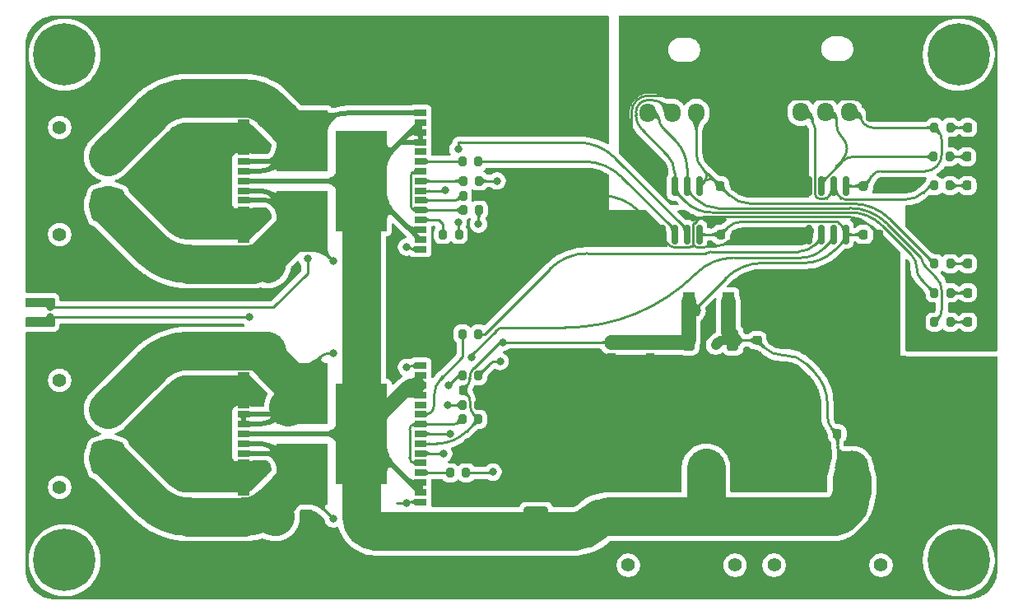
<source format=gbr>
%TF.GenerationSoftware,KiCad,Pcbnew,9.0.1*%
%TF.CreationDate,2026-01-23T01:31:55+09:00*%
%TF.ProjectId,AltairMD_V8,416c7461-6972-44d4-945f-56382e6b6963,rev?*%
%TF.SameCoordinates,Original*%
%TF.FileFunction,Copper,L1,Top*%
%TF.FilePolarity,Positive*%
%FSLAX46Y46*%
G04 Gerber Fmt 4.6, Leading zero omitted, Abs format (unit mm)*
G04 Created by KiCad (PCBNEW 9.0.1) date 2026-01-23 01:31:55*
%MOMM*%
%LPD*%
G01*
G04 APERTURE LIST*
G04 Aperture macros list*
%AMRoundRect*
0 Rectangle with rounded corners*
0 $1 Rounding radius*
0 $2 $3 $4 $5 $6 $7 $8 $9 X,Y pos of 4 corners*
0 Add a 4 corners polygon primitive as box body*
4,1,4,$2,$3,$4,$5,$6,$7,$8,$9,$2,$3,0*
0 Add four circle primitives for the rounded corners*
1,1,$1+$1,$2,$3*
1,1,$1+$1,$4,$5*
1,1,$1+$1,$6,$7*
1,1,$1+$1,$8,$9*
0 Add four rect primitives between the rounded corners*
20,1,$1+$1,$2,$3,$4,$5,0*
20,1,$1+$1,$4,$5,$6,$7,0*
20,1,$1+$1,$6,$7,$8,$9,0*
20,1,$1+$1,$8,$9,$2,$3,0*%
G04 Aperture macros list end*
%TA.AperFunction,SMDPad,CuDef*%
%ADD10RoundRect,0.200000X0.200000X0.275000X-0.200000X0.275000X-0.200000X-0.275000X0.200000X-0.275000X0*%
%TD*%
%TA.AperFunction,ComponentPad*%
%ADD11C,1.400000*%
%TD*%
%TA.AperFunction,ComponentPad*%
%ADD12RoundRect,0.770000X0.980000X0.980000X-0.980000X0.980000X-0.980000X-0.980000X0.980000X-0.980000X0*%
%TD*%
%TA.AperFunction,ComponentPad*%
%ADD13C,3.500000*%
%TD*%
%TA.AperFunction,SMDPad,CuDef*%
%ADD14RoundRect,0.250000X1.000000X-1.750000X1.000000X1.750000X-1.000000X1.750000X-1.000000X-1.750000X0*%
%TD*%
%TA.AperFunction,SMDPad,CuDef*%
%ADD15RoundRect,0.200000X-0.200000X-0.275000X0.200000X-0.275000X0.200000X0.275000X-0.200000X0.275000X0*%
%TD*%
%TA.AperFunction,SMDPad,CuDef*%
%ADD16RoundRect,0.218750X0.218750X0.256250X-0.218750X0.256250X-0.218750X-0.256250X0.218750X-0.256250X0*%
%TD*%
%TA.AperFunction,SMDPad,CuDef*%
%ADD17RoundRect,0.225000X-0.225000X-0.250000X0.225000X-0.250000X0.225000X0.250000X-0.225000X0.250000X0*%
%TD*%
%TA.AperFunction,SMDPad,CuDef*%
%ADD18RoundRect,0.250000X-0.350000X0.850000X-0.350000X-0.850000X0.350000X-0.850000X0.350000X0.850000X0*%
%TD*%
%TA.AperFunction,SMDPad,CuDef*%
%ADD19RoundRect,0.249997X-2.650003X2.950003X-2.650003X-2.950003X2.650003X-2.950003X2.650003X2.950003X0*%
%TD*%
%TA.AperFunction,ComponentPad*%
%ADD20C,0.800000*%
%TD*%
%TA.AperFunction,ComponentPad*%
%ADD21C,6.400000*%
%TD*%
%TA.AperFunction,SMDPad,CuDef*%
%ADD22RoundRect,0.150000X-0.150000X0.825000X-0.150000X-0.825000X0.150000X-0.825000X0.150000X0.825000X0*%
%TD*%
%TA.AperFunction,ComponentPad*%
%ADD23RoundRect,0.250000X0.600000X0.725000X-0.600000X0.725000X-0.600000X-0.725000X0.600000X-0.725000X0*%
%TD*%
%TA.AperFunction,ComponentPad*%
%ADD24O,1.700000X1.950000*%
%TD*%
%TA.AperFunction,SMDPad,CuDef*%
%ADD25R,1.240000X1.890000*%
%TD*%
%TA.AperFunction,SMDPad,CuDef*%
%ADD26RoundRect,0.225000X-0.250000X0.225000X-0.250000X-0.225000X0.250000X-0.225000X0.250000X0.225000X0*%
%TD*%
%TA.AperFunction,SMDPad,CuDef*%
%ADD27RoundRect,0.225000X0.225000X0.250000X-0.225000X0.250000X-0.225000X-0.250000X0.225000X-0.250000X0*%
%TD*%
%TA.AperFunction,SMDPad,CuDef*%
%ADD28R,1.300000X0.665000*%
%TD*%
%TA.AperFunction,SMDPad,CuDef*%
%ADD29R,5.250000X6.230000*%
%TD*%
%TA.AperFunction,SMDPad,CuDef*%
%ADD30R,5.250000X10.300000*%
%TD*%
%TA.AperFunction,ComponentPad*%
%ADD31RoundRect,0.770000X0.980000X-0.980000X0.980000X0.980000X-0.980000X0.980000X-0.980000X-0.980000X0*%
%TD*%
%TA.AperFunction,ViaPad*%
%ADD32C,0.800000*%
%TD*%
%TA.AperFunction,Conductor*%
%ADD33C,0.500000*%
%TD*%
%TA.AperFunction,Conductor*%
%ADD34C,4.000000*%
%TD*%
%TA.AperFunction,Conductor*%
%ADD35C,1.500000*%
%TD*%
%TA.AperFunction,Conductor*%
%ADD36C,1.000000*%
%TD*%
%TA.AperFunction,Conductor*%
%ADD37C,0.250000*%
%TD*%
G04 APERTURE END LIST*
D10*
%TO.P,R3,1*%
%TO.N,+5V*%
X116600000Y-81500000D03*
%TO.P,R3,2*%
%TO.N,Net-(IC2-ENA{slash}DIAGA)*%
X114950000Y-81500000D03*
%TD*%
D11*
%TO.P,J6,*%
%TO.N,*%
X143000000Y-96500000D03*
X132000000Y-96500000D03*
D12*
%TO.P,J6,1,Pin_1*%
%TO.N,GND2*%
X135000000Y-86500000D03*
D13*
%TO.P,J6,2,Pin_2*%
%TO.N,+24V*%
X140000000Y-86500000D03*
%TD*%
D14*
%TO.P,C10,1*%
%TO.N,+24V*%
X122500000Y-92500000D03*
%TO.P,C10,2*%
%TO.N,GND2*%
X122500000Y-84500000D03*
%TD*%
D15*
%TO.P,R1,1*%
%TO.N,Ps1-1*%
X163465717Y-57468589D03*
%TO.P,R1,2*%
%TO.N,Net-(D1-A)*%
X165115717Y-57468589D03*
%TD*%
D16*
%TO.P,D2,1,K*%
%TO.N,GND*%
X168390150Y-54500000D03*
%TO.P,D2,2,A*%
%TO.N,Net-(D2-A)*%
X166815150Y-54500000D03*
%TD*%
D17*
%TO.P,C12,1*%
%TO.N,+5V*%
X115000000Y-78500000D03*
%TO.P,C12,2*%
%TO.N,GND2*%
X116550000Y-78500000D03*
%TD*%
D10*
%TO.P,R16,1*%
%TO.N,PWM2-1*%
X116600000Y-72750000D03*
%TO.P,R16,2*%
%TO.N,Net-(IC2-INB)*%
X114950000Y-72750000D03*
%TD*%
D18*
%TO.P,U3,1,VI*%
%TO.N,+24V*%
X142755000Y-73375000D03*
D19*
%TO.P,U3,2,GND*%
%TO.N,GND2*%
X140475000Y-79675000D03*
D18*
%TO.P,U3,3,VO*%
%TO.N,+5V*%
X138195000Y-73375000D03*
%TD*%
D10*
%TO.P,R13,1*%
%TO.N,PWM1-2*%
X114575000Y-62500000D03*
%TO.P,R13,2*%
%TO.N,Net-(IC3-INA)*%
X112925000Y-62500000D03*
%TD*%
D20*
%TO.P,H2,1*%
%TO.N,N/C*%
X71600000Y-44000000D03*
X72302944Y-42302944D03*
X72302944Y-45697056D03*
X74000000Y-41600000D03*
D21*
X74000000Y-44000000D03*
D20*
X74000000Y-46400000D03*
X75697056Y-42302944D03*
X75697056Y-45697056D03*
X76400000Y-44000000D03*
%TD*%
D16*
%TO.P,D6,1,K*%
%TO.N,GND*%
X168500000Y-65500000D03*
%TO.P,D6,2,A*%
%TO.N,Net-(D6-A)*%
X166925000Y-65500000D03*
%TD*%
D22*
%TO.P,U2,1,VDD1*%
%TO.N,SDs-2*%
X139310000Y-57550000D03*
%TO.P,U2,2,VIA*%
%TO.N,Ps1-2*%
X138040000Y-57550000D03*
%TO.P,U2,3,VIB*%
%TO.N,Ps2-2*%
X136770000Y-57550000D03*
%TO.P,U2,4,GND1*%
%TO.N,GND*%
X135500000Y-57550000D03*
%TO.P,U2,5,GND2*%
%TO.N,GND2*%
X135500000Y-62500000D03*
%TO.P,U2,6,VOB*%
%TO.N,PWM2-2*%
X136770000Y-62500000D03*
%TO.P,U2,7,VOA*%
%TO.N,PWM1-2*%
X138040000Y-62500000D03*
%TO.P,U2,8,VDD2*%
%TO.N,+5V*%
X139310000Y-62500000D03*
%TD*%
D16*
%TO.P,D3,1,K*%
%TO.N,GND*%
X168500000Y-51500000D03*
%TO.P,D3,2,A*%
%TO.N,Net-(D3-A)*%
X166925000Y-51500000D03*
%TD*%
D23*
%TO.P,J1,1,Pin_1*%
%TO.N,GND*%
X157250000Y-49900000D03*
D24*
%TO.P,J1,2,Pin_2*%
%TO.N,SDs-1*%
X154750000Y-49900000D03*
%TO.P,J1,3,Pin_3*%
%TO.N,Ps2-1*%
X152250000Y-49900000D03*
%TO.P,J1,4,Pin_4*%
%TO.N,Ps1-1*%
X149750000Y-49900000D03*
%TD*%
D15*
%TO.P,R4,1*%
%TO.N,Ps2-1*%
X163390150Y-54500000D03*
%TO.P,R4,2*%
%TO.N,Net-(D2-A)*%
X165040150Y-54500000D03*
%TD*%
D25*
%TO.P,IC1,1,K*%
%TO.N,+24V*%
X142305000Y-69375000D03*
%TO.P,IC1,2,A*%
%TO.N,+5V*%
X138205000Y-69375000D03*
%TD*%
D10*
%TO.P,R7,1*%
%TO.N,+5V*%
X116650000Y-60000000D03*
%TO.P,R7,2*%
%TO.N,Net-(IC3-ENA{slash}DIAGA)*%
X115000000Y-60000000D03*
%TD*%
D11*
%TO.P,J4,*%
%TO.N,*%
X158000000Y-96500000D03*
X147000000Y-96500000D03*
D12*
%TO.P,J4,1,Pin_1*%
%TO.N,GND2*%
X150000000Y-86500000D03*
D13*
%TO.P,J4,2,Pin_2*%
%TO.N,+24V*%
X155000000Y-86500000D03*
%TD*%
D10*
%TO.P,R14,1*%
%TO.N,PWM2-2*%
X116575000Y-55000000D03*
%TO.P,R14,2*%
%TO.N,Net-(IC3-INB)*%
X114925000Y-55000000D03*
%TD*%
D26*
%TO.P,C8,1*%
%TO.N,+5V*%
X134255000Y-73600000D03*
%TO.P,C8,2*%
%TO.N,GND2*%
X134255000Y-75150000D03*
%TD*%
D17*
%TO.P,C16,1*%
%TO.N,SDs-2*%
X141450000Y-57500000D03*
%TO.P,C16,2*%
%TO.N,GND*%
X143000000Y-57500000D03*
%TD*%
D15*
%TO.P,R6,1*%
%TO.N,CS*%
X114950000Y-77000000D03*
%TO.P,R6,2*%
%TO.N,Net-(IC2-CS)*%
X116600000Y-77000000D03*
%TD*%
D20*
%TO.P,H1,1*%
%TO.N,N/C*%
X71600000Y-96000000D03*
X72302944Y-94302944D03*
X72302944Y-97697056D03*
X74000000Y-93600000D03*
D21*
X74000000Y-96000000D03*
D20*
X74000000Y-98400000D03*
X75697056Y-94302944D03*
X75697056Y-97697056D03*
X76400000Y-96000000D03*
%TD*%
D26*
%TO.P,C11,1*%
%TO.N,+5V*%
X130255000Y-73600000D03*
%TO.P,C11,2*%
%TO.N,GND2*%
X130255000Y-75150000D03*
%TD*%
D27*
%TO.P,C15,1*%
%TO.N,+24V*%
X153500000Y-83000000D03*
%TO.P,C15,2*%
%TO.N,GND2*%
X151950000Y-83000000D03*
%TD*%
D28*
%TO.P,IC3,1,OUTA_1*%
%TO.N,OUTA2*%
X110600000Y-64000000D03*
%TO.P,IC3,2,N.C._1*%
%TO.N,+24V*%
X110600000Y-63000000D03*
%TO.P,IC3,3,VCC_1*%
X110600000Y-62000000D03*
%TO.P,IC3,4,INA*%
%TO.N,Net-(IC3-INA)*%
X110600000Y-61000000D03*
%TO.P,IC3,5,ENA/DIAGA*%
%TO.N,Net-(IC3-ENA{slash}DIAGA)*%
X110600000Y-60000000D03*
%TO.P,IC3,6,CS_DIS*%
%TO.N,Net-(IC3-CS_DIS)*%
X110600000Y-59000000D03*
%TO.P,IC3,7,PWM*%
%TO.N,Net-(IC3-ENA{slash}DIAGA)*%
X110600000Y-58000000D03*
%TO.P,IC3,8,CS*%
%TO.N,Net-(IC3-CS)*%
X110600000Y-57000000D03*
%TO.P,IC3,9,ENB/DIAGB*%
%TO.N,Net-(IC3-ENA{slash}DIAGA)*%
X110600000Y-56000000D03*
%TO.P,IC3,10,INB*%
%TO.N,Net-(IC3-INB)*%
X110600000Y-55000000D03*
%TO.P,IC3,11,CP*%
%TO.N,unconnected-(IC3-CP-Pad11)*%
X110600000Y-54000000D03*
%TO.P,IC3,12,VBAT*%
%TO.N,+24V*%
X110600000Y-53000000D03*
%TO.P,IC3,13,VCC_2*%
X110600000Y-52000000D03*
%TO.P,IC3,14,N.C._2*%
X110600000Y-51000000D03*
%TO.P,IC3,15,OUTB_1*%
%TO.N,OUTB2*%
X110600000Y-50000000D03*
%TO.P,IC3,16,OUTB_2*%
X92400000Y-50000000D03*
%TO.P,IC3,17,N.C._3*%
%TO.N,GND2*%
X92400000Y-51000000D03*
%TO.P,IC3,18,GNDB_1*%
X92400000Y-52000000D03*
%TO.P,IC3,19,GNDB_2*%
X92400000Y-53000000D03*
%TO.P,IC3,20,GNDB_3*%
X92400000Y-54000000D03*
%TO.P,IC3,21,OUTB_3*%
%TO.N,OUTB2*%
X92400000Y-55000000D03*
%TO.P,IC3,22,N.C._4*%
X92400000Y-56000000D03*
%TO.P,IC3,23,VCC_3*%
%TO.N,+24V*%
X92400000Y-57000000D03*
%TO.P,IC3,24,N.C._5*%
%TO.N,OUTA2*%
X92400000Y-58000000D03*
%TO.P,IC3,25,OUTA_2*%
X92400000Y-59000000D03*
%TO.P,IC3,26,GNDA_1*%
%TO.N,GND2*%
X92400000Y-60000000D03*
%TO.P,IC3,27,GNDA_2*%
X92400000Y-61000000D03*
%TO.P,IC3,28,GNDA_3*%
X92400000Y-62000000D03*
%TO.P,IC3,29,N.C._6*%
X92400000Y-63000000D03*
%TO.P,IC3,30,OUTA_3*%
%TO.N,OUTA2*%
X92400000Y-64000000D03*
D29*
%TO.P,IC3,31,OUTB_4*%
%TO.N,OUTB2*%
X98450000Y-52835000D03*
%TO.P,IC3,32,OUTA_4*%
%TO.N,OUTA2*%
X98450000Y-61165000D03*
D30*
%TO.P,IC3,33,VCC_4*%
%TO.N,+24V*%
X104550000Y-57000000D03*
%TD*%
D17*
%TO.P,C17,1*%
%TO.N,+5V*%
X141500000Y-62500000D03*
%TO.P,C17,2*%
%TO.N,GND2*%
X143050000Y-62500000D03*
%TD*%
D16*
%TO.P,D1,1,K*%
%TO.N,GND*%
X168465717Y-57468589D03*
%TO.P,D1,2,A*%
%TO.N,Net-(D1-A)*%
X166890717Y-57468589D03*
%TD*%
D10*
%TO.P,R9,1*%
%TO.N,GND2*%
X116650000Y-58500000D03*
%TO.P,R9,2*%
%TO.N,Net-(IC3-CS_DIS)*%
X115000000Y-58500000D03*
%TD*%
D20*
%TO.P,H4,1*%
%TO.N,N/C*%
X163600000Y-96000000D03*
X164302944Y-94302944D03*
X164302944Y-97697056D03*
X166000000Y-93600000D03*
D21*
X166000000Y-96000000D03*
D20*
X166000000Y-98400000D03*
X167697056Y-94302944D03*
X167697056Y-97697056D03*
X168400000Y-96000000D03*
%TD*%
D15*
%TO.P,R11,1*%
%TO.N,Ps2-2*%
X163500000Y-68500000D03*
%TO.P,R11,2*%
%TO.N,Net-(D5-A)*%
X165150000Y-68500000D03*
%TD*%
D22*
%TO.P,U1,1,VDD1*%
%TO.N,SDs-1*%
X154405000Y-57525000D03*
%TO.P,U1,2,VIA*%
%TO.N,Ps1-1*%
X153135000Y-57525000D03*
%TO.P,U1,3,VIB*%
%TO.N,Ps2-1*%
X151865000Y-57525000D03*
%TO.P,U1,4,GND1*%
%TO.N,GND*%
X150595000Y-57525000D03*
%TO.P,U1,5,GND2*%
%TO.N,GND2*%
X150595000Y-62475000D03*
%TO.P,U1,6,VOB*%
%TO.N,PWM2-1*%
X151865000Y-62475000D03*
%TO.P,U1,7,VOA*%
%TO.N,PWM1-1*%
X153135000Y-62475000D03*
%TO.P,U1,8,VDD2*%
%TO.N,+5V*%
X154405000Y-62475000D03*
%TD*%
D11*
%TO.P,J7,*%
%TO.N,*%
X73500000Y-62500000D03*
X73500000Y-51500000D03*
D31*
%TO.P,J7,1,Pin_1*%
%TO.N,OUTA2*%
X78500000Y-59500000D03*
D13*
%TO.P,J7,2,Pin_2*%
%TO.N,OUTB2*%
X78500000Y-54500000D03*
%TD*%
D10*
%TO.P,R8,1*%
%TO.N,GND2*%
X116600000Y-80000000D03*
%TO.P,R8,2*%
%TO.N,Net-(IC2-CS_DIS)*%
X114950000Y-80000000D03*
%TD*%
D15*
%TO.P,R2,1*%
%TO.N,Ps1-2*%
X163500000Y-71500000D03*
%TO.P,R2,2*%
%TO.N,Net-(D4-A)*%
X165150000Y-71500000D03*
%TD*%
D17*
%TO.P,C13,1*%
%TO.N,SDs-1*%
X156225000Y-57500000D03*
%TO.P,C13,2*%
%TO.N,GND*%
X157775000Y-57500000D03*
%TD*%
%TO.P,C14,1*%
%TO.N,+5V*%
X156225000Y-62500000D03*
%TO.P,C14,2*%
%TO.N,GND2*%
X157775000Y-62500000D03*
%TD*%
D26*
%TO.P,C7,1*%
%TO.N,+24V*%
X145255000Y-73375000D03*
%TO.P,C7,2*%
%TO.N,GND2*%
X145255000Y-74925000D03*
%TD*%
D28*
%TO.P,IC2,1,OUTA_1*%
%TO.N,OUTA*%
X110600000Y-90000000D03*
%TO.P,IC2,2,N.C._1*%
%TO.N,+24V*%
X110600000Y-89000000D03*
%TO.P,IC2,3,VCC_1*%
X110600000Y-88000000D03*
%TO.P,IC2,4,INA*%
%TO.N,Net-(IC2-INA)*%
X110600000Y-87000000D03*
%TO.P,IC2,5,ENA/DIAGA*%
%TO.N,Net-(IC2-ENA{slash}DIAGA)*%
X110600000Y-86000000D03*
%TO.P,IC2,6,CS_DIS*%
%TO.N,Net-(IC2-CS_DIS)*%
X110600000Y-85000000D03*
%TO.P,IC2,7,PWM*%
%TO.N,Net-(IC2-ENA{slash}DIAGA)*%
X110600000Y-84000000D03*
%TO.P,IC2,8,CS*%
%TO.N,Net-(IC2-CS)*%
X110600000Y-83000000D03*
%TO.P,IC2,9,ENB/DIAGB*%
%TO.N,Net-(IC2-ENA{slash}DIAGA)*%
X110600000Y-82000000D03*
%TO.P,IC2,10,INB*%
%TO.N,Net-(IC2-INB)*%
X110600000Y-81000000D03*
%TO.P,IC2,11,CP*%
%TO.N,unconnected-(IC2-CP-Pad11)*%
X110600000Y-80000000D03*
%TO.P,IC2,12,VBAT*%
%TO.N,+24V*%
X110600000Y-79000000D03*
%TO.P,IC2,13,VCC_2*%
X110600000Y-78000000D03*
%TO.P,IC2,14,N.C._2*%
X110600000Y-77000000D03*
%TO.P,IC2,15,OUTB_1*%
%TO.N,OUTB*%
X110600000Y-76000000D03*
%TO.P,IC2,16,OUTB_2*%
X92400000Y-76000000D03*
%TO.P,IC2,17,N.C._3*%
%TO.N,GND2*%
X92400000Y-77000000D03*
%TO.P,IC2,18,GNDB_1*%
X92400000Y-78000000D03*
%TO.P,IC2,19,GNDB_2*%
X92400000Y-79000000D03*
%TO.P,IC2,20,GNDB_3*%
X92400000Y-80000000D03*
%TO.P,IC2,21,OUTB_3*%
%TO.N,OUTB*%
X92400000Y-81000000D03*
%TO.P,IC2,22,N.C._4*%
X92400000Y-82000000D03*
%TO.P,IC2,23,VCC_3*%
%TO.N,+24V*%
X92400000Y-83000000D03*
%TO.P,IC2,24,N.C._5*%
%TO.N,OUTA*%
X92400000Y-84000000D03*
%TO.P,IC2,25,OUTA_2*%
X92400000Y-85000000D03*
%TO.P,IC2,26,GNDA_1*%
%TO.N,GND2*%
X92400000Y-86000000D03*
%TO.P,IC2,27,GNDA_2*%
X92400000Y-87000000D03*
%TO.P,IC2,28,GNDA_3*%
X92400000Y-88000000D03*
%TO.P,IC2,29,N.C._6*%
X92400000Y-89000000D03*
%TO.P,IC2,30,OUTA_3*%
%TO.N,OUTA*%
X92400000Y-90000000D03*
D29*
%TO.P,IC2,31,OUTB_4*%
%TO.N,OUTB*%
X98450000Y-78835000D03*
%TO.P,IC2,32,OUTA_4*%
%TO.N,OUTA*%
X98450000Y-87165000D03*
D30*
%TO.P,IC2,33,VCC_4*%
%TO.N,+24V*%
X104550000Y-83000000D03*
%TD*%
D15*
%TO.P,R12,1*%
%TO.N,SDs-2*%
X163500000Y-65500000D03*
%TO.P,R12,2*%
%TO.N,Net-(D6-A)*%
X165150000Y-65500000D03*
%TD*%
D16*
%TO.P,D5,1,K*%
%TO.N,GND*%
X168500000Y-68500000D03*
%TO.P,D5,2,A*%
%TO.N,Net-(D5-A)*%
X166925000Y-68500000D03*
%TD*%
D10*
%TO.P,R10,1*%
%TO.N,CS2*%
X116650000Y-57000000D03*
%TO.P,R10,2*%
%TO.N,Net-(IC3-CS)*%
X115000000Y-57000000D03*
%TD*%
D11*
%TO.P,J5,*%
%TO.N,*%
X73500000Y-88500000D03*
X73500000Y-77500000D03*
D31*
%TO.P,J5,1,Pin_1*%
%TO.N,OUTA*%
X78500000Y-85500000D03*
D13*
%TO.P,J5,2,Pin_2*%
%TO.N,OUTB*%
X78500000Y-80500000D03*
%TD*%
D10*
%TO.P,R15,1*%
%TO.N,PWM1-1*%
X115325000Y-87000000D03*
%TO.P,R15,2*%
%TO.N,Net-(IC2-INA)*%
X113675000Y-87000000D03*
%TD*%
D16*
%TO.P,D4,1,K*%
%TO.N,GND*%
X168500000Y-71500000D03*
%TO.P,D4,2,A*%
%TO.N,Net-(D4-A)*%
X166925000Y-71500000D03*
%TD*%
D15*
%TO.P,R5,1*%
%TO.N,SDs-1*%
X163500000Y-51500000D03*
%TO.P,R5,2*%
%TO.N,Net-(D3-A)*%
X165150000Y-51500000D03*
%TD*%
D23*
%TO.P,J2,1,Pin_1*%
%TO.N,GND*%
X141500000Y-50000000D03*
D24*
%TO.P,J2,2,Pin_2*%
%TO.N,SDs-2*%
X139000000Y-50000000D03*
%TO.P,J2,3,Pin_3*%
%TO.N,Ps2-2*%
X136500000Y-50000000D03*
%TO.P,J2,4,Pin_4*%
%TO.N,Ps1-2*%
X134000000Y-50000000D03*
%TD*%
D20*
%TO.P,H3,1*%
%TO.N,N/C*%
X163600000Y-44000000D03*
X164302944Y-42302944D03*
X164302944Y-45697056D03*
X166000000Y-41600000D03*
D21*
X166000000Y-44000000D03*
D20*
X166000000Y-46400000D03*
X167697056Y-42302944D03*
X167697056Y-45697056D03*
X168400000Y-44000000D03*
%TD*%
D32*
%TO.N,+24V*%
X140987200Y-73864600D03*
%TO.N,GND*%
X164500000Y-60500000D03*
X167500000Y-59500000D03*
X165500000Y-59500000D03*
X155500000Y-46000000D03*
X135500000Y-46000000D03*
X141500000Y-46000000D03*
X140000000Y-46000000D03*
X161500000Y-57500000D03*
X160000000Y-57500000D03*
X163500000Y-59500000D03*
X168500000Y-60500000D03*
X134000000Y-46000000D03*
X152500000Y-46000000D03*
X154000000Y-46000000D03*
X151000000Y-46000000D03*
X157000000Y-46000000D03*
X138500000Y-46000000D03*
X166500000Y-60500000D03*
X149500000Y-46000000D03*
X162500000Y-60500000D03*
X137000000Y-46000000D03*
%TO.N,GND2*%
X133350000Y-77470000D03*
X99060000Y-44450000D03*
X116840000Y-44450000D03*
X93980000Y-99060000D03*
X116840000Y-46990000D03*
X162560000Y-90170000D03*
X163830000Y-81280000D03*
X107950000Y-97790000D03*
X85090000Y-55880000D03*
X121920000Y-99060000D03*
X85090000Y-78740000D03*
X81280000Y-96520000D03*
X140500000Y-61500000D03*
X109220000Y-96520000D03*
X127000000Y-96520000D03*
X162560000Y-77470000D03*
X85090000Y-58420000D03*
X139700000Y-96520000D03*
X125000000Y-60000000D03*
X80010000Y-45720000D03*
X167640000Y-87630000D03*
X85090000Y-83820000D03*
X127000000Y-81280000D03*
X119380000Y-99060000D03*
X113030000Y-48260000D03*
X82550000Y-81280000D03*
X105410000Y-43180000D03*
X83820000Y-82550000D03*
X88900000Y-59690000D03*
X116840000Y-96520000D03*
X110490000Y-97790000D03*
X135890000Y-97790000D03*
X87630000Y-53340000D03*
X155739588Y-97983725D03*
X113030000Y-45720000D03*
X86360000Y-62230000D03*
X120500000Y-60000000D03*
X168910000Y-86360000D03*
X166370000Y-83820000D03*
X165100000Y-82550000D03*
X166370000Y-86360000D03*
X88900000Y-44450000D03*
X161290000Y-99060000D03*
X158750000Y-99060000D03*
X124460000Y-81280000D03*
X93980000Y-96520000D03*
X124460000Y-96520000D03*
X134620000Y-96520000D03*
X162560000Y-85090000D03*
X121920000Y-81280000D03*
X101600000Y-44450000D03*
X92710000Y-97790000D03*
X165100000Y-77470000D03*
X153670000Y-97790000D03*
X83820000Y-59690000D03*
X91440000Y-99060000D03*
X166370000Y-78740000D03*
X91440000Y-44450000D03*
X137160000Y-96520000D03*
X107544000Y-66095800D03*
X115570000Y-45720000D03*
X99060000Y-41910000D03*
X167640000Y-82550000D03*
X91440000Y-96520000D03*
X163830000Y-78740000D03*
X90170000Y-83820000D03*
X86360000Y-54610000D03*
X111760000Y-99060000D03*
X115570000Y-97790000D03*
X130810000Y-77470000D03*
X105410000Y-97790000D03*
X90170000Y-53340000D03*
X104140000Y-44450000D03*
X96520000Y-99060000D03*
X85090000Y-97790000D03*
X158750000Y-88900000D03*
X106680000Y-44450000D03*
X124460000Y-78740000D03*
X90170000Y-58420000D03*
X161290000Y-81280000D03*
X86360000Y-96520000D03*
X90170000Y-97790000D03*
X148590000Y-78740000D03*
X160020000Y-92710000D03*
X168910000Y-81280000D03*
X167640000Y-90170000D03*
X86360000Y-59690000D03*
X166370000Y-76200000D03*
X102870000Y-43180000D03*
X87630000Y-40640000D03*
X152400000Y-99060000D03*
X157480000Y-82550000D03*
X154940000Y-96520000D03*
X78740000Y-44450000D03*
X82550000Y-95250000D03*
X149860000Y-77470000D03*
X88900000Y-82550000D03*
X123190000Y-77470000D03*
X139700000Y-99060000D03*
X114300000Y-41910000D03*
X120650000Y-77470000D03*
X77470000Y-48260000D03*
X102870000Y-95250000D03*
X133350000Y-80010000D03*
X85090000Y-60960000D03*
X140970000Y-97790000D03*
X127000000Y-76200000D03*
X109220000Y-99060000D03*
X146050000Y-76200000D03*
X88900000Y-99060000D03*
X76200000Y-49530000D03*
X87630000Y-81280000D03*
X121920000Y-76200000D03*
X100330000Y-97790000D03*
X109220000Y-44450000D03*
X95250000Y-97790000D03*
X80010000Y-43180000D03*
X116840000Y-41910000D03*
X161290000Y-78740000D03*
X87630000Y-86360000D03*
X82550000Y-40640000D03*
X147320000Y-80010000D03*
X101600000Y-41910000D03*
X128270000Y-97790000D03*
X90170000Y-95250000D03*
X87630000Y-43180000D03*
X157480000Y-92710000D03*
X99060000Y-99060000D03*
X168910000Y-76200000D03*
X157480000Y-85090000D03*
X87630000Y-78740000D03*
X96520000Y-44450000D03*
X134620000Y-78740000D03*
X90170000Y-60960000D03*
X123500000Y-60000000D03*
X81280000Y-44450000D03*
X153670000Y-78740000D03*
X114300000Y-44450000D03*
X71120000Y-49530000D03*
X160020000Y-95250000D03*
X88900000Y-80010000D03*
X130810000Y-80010000D03*
X102870000Y-97790000D03*
X160020000Y-90170000D03*
X110490000Y-40640000D03*
X113030000Y-40640000D03*
X168910000Y-83820000D03*
X124460000Y-76200000D03*
X82550000Y-97790000D03*
X88900000Y-62230000D03*
X165100000Y-80010000D03*
X156210000Y-93980000D03*
X158750000Y-78740000D03*
X88900000Y-96520000D03*
X107950000Y-43180000D03*
X121000000Y-61000000D03*
X88900000Y-85090000D03*
X83820000Y-41910000D03*
X91440000Y-41910000D03*
X88900000Y-57150000D03*
X152400000Y-96520000D03*
X124460000Y-99060000D03*
X80010000Y-97790000D03*
X88900000Y-54610000D03*
X127000000Y-99060000D03*
X97790000Y-95250000D03*
X86360000Y-41910000D03*
X86360000Y-77470000D03*
X78740000Y-99060000D03*
X162560000Y-82550000D03*
X100330000Y-95250000D03*
X134620000Y-76200000D03*
X163830000Y-76200000D03*
X129540000Y-96520000D03*
X166370000Y-81280000D03*
X73660000Y-49530000D03*
X138000000Y-60500000D03*
X130810000Y-97790000D03*
X100330000Y-43180000D03*
X85090000Y-43180000D03*
X168910000Y-78740000D03*
X97790000Y-43180000D03*
X166370000Y-91440000D03*
X128270000Y-77470000D03*
X149860000Y-99060000D03*
X120650000Y-97790000D03*
X163830000Y-86360000D03*
X162560000Y-87630000D03*
X95250000Y-40640000D03*
X90170000Y-86360000D03*
X137160000Y-99060000D03*
X82550000Y-55880000D03*
X127000000Y-78740000D03*
X153670000Y-76200000D03*
X72390000Y-48260000D03*
X161290000Y-88900000D03*
X129540000Y-99060000D03*
X86360000Y-82550000D03*
X156210000Y-81280000D03*
X167640000Y-80010000D03*
X85090000Y-86360000D03*
X92710000Y-43180000D03*
X148590000Y-81280000D03*
X88900000Y-77470000D03*
X116840000Y-99060000D03*
X128270000Y-80010000D03*
X129540000Y-78740000D03*
X114300000Y-96520000D03*
X158750000Y-91440000D03*
X83820000Y-54610000D03*
X85090000Y-40640000D03*
X134620000Y-81280000D03*
X125730000Y-80010000D03*
X86360000Y-52070000D03*
X87630000Y-97790000D03*
X78740000Y-41910000D03*
X87630000Y-58420000D03*
X123190000Y-80010000D03*
X161290000Y-96520000D03*
X122500000Y-61000000D03*
X157480000Y-77470000D03*
X104140000Y-96520000D03*
X106680000Y-41910000D03*
X111760000Y-44450000D03*
X163830000Y-83820000D03*
X160020000Y-97790000D03*
X86360000Y-80010000D03*
X149860000Y-82550000D03*
X125730000Y-97790000D03*
X148000000Y-62475003D03*
X157480000Y-80010000D03*
X121920000Y-78740000D03*
X166370000Y-88900000D03*
X168910000Y-91440000D03*
X81280000Y-41910000D03*
X124000000Y-61000000D03*
X83820000Y-93980000D03*
X158750000Y-83820000D03*
X154940000Y-82550000D03*
X90170000Y-43180000D03*
X87630000Y-55880000D03*
X92710000Y-40640000D03*
X78740000Y-93980000D03*
X165100000Y-90170000D03*
X96520000Y-41910000D03*
X109220000Y-41910000D03*
X114300000Y-46990000D03*
X102870000Y-40640000D03*
X160020000Y-82550000D03*
X93980000Y-44450000D03*
X118110000Y-97790000D03*
X163830000Y-91440000D03*
X106680000Y-99060000D03*
X138430000Y-97790000D03*
X90170000Y-81280000D03*
X85090000Y-81280000D03*
X78740000Y-46990000D03*
X154940000Y-99060000D03*
X111760000Y-96520000D03*
X90170000Y-40640000D03*
X111760000Y-41910000D03*
X83820000Y-57150000D03*
X107950000Y-40640000D03*
X96520000Y-96520000D03*
X83820000Y-99060000D03*
X83820000Y-85090000D03*
X82550000Y-43180000D03*
X113030000Y-43180000D03*
X129540000Y-81280000D03*
X162534088Y-80014114D03*
X119380000Y-96520000D03*
X95250000Y-43180000D03*
X82550000Y-83820000D03*
X120650000Y-80010000D03*
X115570000Y-43180000D03*
X81280000Y-93980000D03*
X158750000Y-76200000D03*
X161290000Y-76200000D03*
X110490000Y-43180000D03*
X158750000Y-81280000D03*
X132080000Y-76200000D03*
X78740000Y-96520000D03*
X85090000Y-53340000D03*
X97790000Y-97790000D03*
X148590000Y-76200000D03*
X85090000Y-95250000D03*
X99060000Y-96520000D03*
X154940000Y-77470000D03*
X95250000Y-95250000D03*
X161290000Y-83820000D03*
X149860000Y-80010000D03*
X101600000Y-99060000D03*
X167640000Y-77470000D03*
X83820000Y-44450000D03*
X165100000Y-87630000D03*
X132080000Y-78740000D03*
X161290000Y-86360000D03*
X161290000Y-93980000D03*
X115426100Y-83826900D03*
X156210000Y-76200000D03*
X88900000Y-52070000D03*
X86360000Y-85090000D03*
X161290000Y-91440000D03*
X82550000Y-58420000D03*
X86360000Y-44450000D03*
X123190000Y-97790000D03*
X86360000Y-87630000D03*
X158750000Y-86360000D03*
X100330000Y-40640000D03*
X156210000Y-83820000D03*
X168910000Y-88900000D03*
X104277230Y-98975481D03*
X156210000Y-78740000D03*
X160020000Y-77470000D03*
X114300000Y-99060000D03*
X90170000Y-55880000D03*
X154940000Y-80010000D03*
X104140000Y-41910000D03*
X147320000Y-77470000D03*
X134620000Y-99060000D03*
X88900000Y-87630000D03*
X83820000Y-96520000D03*
X87630000Y-60960000D03*
X122000000Y-60000000D03*
X129540000Y-76200000D03*
X83820000Y-80010000D03*
X125730000Y-77470000D03*
X115570000Y-48260000D03*
X80010000Y-40640000D03*
X81280000Y-99060000D03*
X105410000Y-40640000D03*
X80010000Y-95250000D03*
X151130000Y-81280000D03*
X167640000Y-85090000D03*
X145000000Y-62475007D03*
X97790000Y-40640000D03*
X87630000Y-83820000D03*
X86360000Y-57150000D03*
X121920000Y-96520000D03*
X160020000Y-85090000D03*
X165100000Y-85090000D03*
X92710000Y-95250000D03*
X86360000Y-99060000D03*
X163830000Y-88900000D03*
X151130000Y-97790000D03*
X119500000Y-61000000D03*
X158750000Y-93980000D03*
X113030000Y-97790000D03*
X146050000Y-78740000D03*
X74930000Y-48260000D03*
X160020000Y-80010000D03*
X101600000Y-96520000D03*
X90170000Y-78740000D03*
X88900000Y-41910000D03*
X106680000Y-96520000D03*
X87630000Y-95250000D03*
X132080000Y-81280000D03*
X160020000Y-87630000D03*
X149860000Y-96520000D03*
X93980000Y-41910000D03*
X115570000Y-40640000D03*
%TO.N,+5V*%
X119099499Y-73597501D03*
X113193900Y-57918700D03*
X116598800Y-61425400D03*
%TO.N,OUTA*%
X109194500Y-90125000D03*
X101640600Y-91746600D03*
%TO.N,OUTB*%
X101640600Y-74741200D03*
X109194500Y-76167500D03*
%TO.N,Net-(IC2-CS_DIS)*%
X113000000Y-85042498D03*
X113421100Y-80065500D03*
%TO.N,Net-(IC2-CS)*%
X113719300Y-82976600D03*
X118815800Y-75549400D03*
%TO.N,CS*%
X93000000Y-71000000D03*
X113500000Y-78000000D03*
X72500000Y-71000000D03*
%TO.N,PWM1-1*%
X118073800Y-86931200D03*
X115923400Y-75093000D03*
%TO.N,OUTA2*%
X109194500Y-63791200D03*
X101640600Y-65258700D03*
%TO.N,PWM1-2*%
X114500000Y-53750000D03*
X114500000Y-61250000D03*
%TO.N,CS2*%
X72500000Y-70000000D03*
X99000000Y-65000000D03*
X118500000Y-57000000D03*
%TD*%
D33*
%TO.N,+24V*%
X109050037Y-78499982D02*
X108049973Y-79500024D01*
X110075001Y-61999997D02*
X110600000Y-62000000D01*
D34*
X134392095Y-91499983D02*
X133220524Y-91499990D01*
D33*
X110600000Y-77024999D02*
X110600000Y-79000000D01*
D35*
X142642500Y-73262498D02*
X142530000Y-73149998D01*
D34*
X149171493Y-91499984D02*
X150266297Y-91499991D01*
X151908500Y-91500000D02*
X151908500Y-91500000D01*
X142996545Y-91499964D02*
X142689465Y-91499964D01*
X153234750Y-91500003D02*
X152704249Y-91500000D01*
D33*
X110575003Y-62999993D02*
X110600000Y-63000000D01*
X108037500Y-53512500D02*
X108293749Y-53256249D01*
D34*
X139999979Y-90646585D02*
X140000000Y-86500000D01*
X151908500Y-91500000D02*
X152704249Y-91500000D01*
X138324657Y-91499967D02*
X142689465Y-91499964D01*
D35*
X110075000Y-78000000D02*
X110337500Y-78000000D01*
D33*
X109787504Y-88237493D02*
X109312500Y-87762493D01*
D34*
X150266297Y-91499991D02*
X151361099Y-91499997D01*
D36*
X142642499Y-73487499D02*
X142754996Y-73375000D01*
D33*
X109885877Y-88000000D02*
X110350000Y-88000000D01*
D37*
X153490650Y-82990650D02*
X153000000Y-82500000D01*
D34*
X134392095Y-91499983D02*
X137652899Y-91499969D01*
D36*
X142754998Y-73375000D02*
X142754998Y-73375000D01*
D33*
X109178768Y-52371231D02*
X109049999Y-52499999D01*
D34*
X153875000Y-91125000D02*
X154625000Y-90375000D01*
D33*
X109550063Y-77999980D02*
X109050037Y-78499982D01*
D34*
X133220524Y-91499990D02*
X132048953Y-91499997D01*
D33*
X110025002Y-88474988D02*
X110025011Y-88474997D01*
X109178770Y-61628765D02*
X105695480Y-58145502D01*
D34*
X140250000Y-91250000D02*
X140500000Y-91499999D01*
D33*
X102930107Y-57000045D02*
X92400000Y-57000000D01*
X109921234Y-62371222D02*
X110532330Y-62982310D01*
D37*
X153502336Y-83002337D02*
X153507011Y-83007012D01*
D33*
X108037500Y-53512500D02*
X108037500Y-53512500D01*
D37*
X122249999Y-92750000D02*
X122500000Y-92500000D01*
D33*
X104567677Y-82982322D02*
X108050000Y-79500000D01*
D37*
X148101720Y-74911720D02*
X147878345Y-74911720D01*
D35*
X142305000Y-72606801D02*
X142305000Y-69375000D01*
D33*
X104567677Y-82982322D02*
X108049973Y-79500024D01*
D37*
X153509349Y-83009350D02*
X153507011Y-83007012D01*
D34*
X148076692Y-91499979D02*
X149171493Y-91499984D01*
D33*
X109550027Y-77999980D02*
X108775004Y-78775004D01*
D34*
X140853553Y-91500000D02*
X151908500Y-91500000D01*
D33*
X110600000Y-52500000D02*
X110600000Y-53000000D01*
X110575000Y-51000000D02*
X110587503Y-51500156D01*
D37*
X153499999Y-83000000D02*
X153502336Y-83002337D01*
D33*
X109257144Y-78999998D02*
X110600000Y-79000000D01*
D34*
X143303624Y-91499964D02*
X146981891Y-91499975D01*
X143303624Y-91499964D02*
X142996545Y-91499964D01*
D33*
X110024997Y-88474983D02*
X109787504Y-88237493D01*
D36*
X140987200Y-73864600D02*
X141232000Y-73619800D01*
D33*
X110600000Y-77737500D02*
X110600000Y-77024999D01*
D34*
X104550000Y-82975000D02*
X104550021Y-58619968D01*
D37*
X145255000Y-73375000D02*
X146023360Y-74143360D01*
D33*
X104525000Y-83000000D02*
X92400000Y-83000000D01*
D35*
X104567677Y-82982322D02*
X109178768Y-78371231D01*
D34*
X153234750Y-91500003D02*
X152704249Y-91500000D01*
X130545509Y-91500007D02*
X130127663Y-91500010D01*
D33*
X108037500Y-53512500D02*
X108050000Y-53500000D01*
X110350000Y-88500000D02*
X110325000Y-88500000D01*
X109885879Y-87999995D02*
X110350000Y-87999998D01*
D37*
X111760001Y-93000000D02*
X121646445Y-93000000D01*
D33*
X109178770Y-61628765D02*
X109921234Y-62371222D01*
X109178768Y-61628768D02*
X105378426Y-57828426D01*
D34*
X131381201Y-91500001D02*
X130545509Y-91500007D01*
D33*
X108912391Y-52999998D02*
X110600000Y-53000000D01*
X109550063Y-77999980D02*
X109550088Y-77999955D01*
D34*
X104549999Y-83024999D02*
X104549984Y-91548962D01*
D33*
X104567677Y-83017677D02*
X109855545Y-88305545D01*
X104567677Y-82982322D02*
X108050000Y-79500000D01*
D37*
X154259349Y-85759349D02*
X154225805Y-85725805D01*
D34*
X131381201Y-91500001D02*
X132048953Y-91499997D01*
D37*
X153518699Y-83031922D02*
X153518699Y-84018699D01*
D34*
X111760001Y-93000000D02*
X120630072Y-93000000D01*
X151908500Y-91500000D02*
X151361099Y-91499997D01*
X140249853Y-91249948D02*
X140499729Y-91499888D01*
D37*
X152500000Y-80000000D02*
X152500000Y-81292893D01*
D33*
X109178863Y-52371163D02*
X108806255Y-52743753D01*
X109312498Y-87762498D02*
X104567677Y-83017677D01*
X107012500Y-54537500D02*
X105695458Y-55854581D01*
X110100000Y-51999984D02*
X110075038Y-51999984D01*
D34*
X146981891Y-91499975D02*
X148076692Y-91499979D01*
D33*
X109925826Y-51633366D02*
X110575000Y-51000000D01*
D36*
X142754998Y-73375000D02*
X141822999Y-73375000D01*
D33*
X108037500Y-53512500D02*
X107012500Y-54537500D01*
D34*
X154250006Y-90750005D02*
X153687561Y-91312446D01*
X151908500Y-91500000D02*
X151908500Y-91500000D01*
D33*
X109178768Y-78371231D02*
X109050000Y-78500000D01*
D37*
X153490650Y-82990650D02*
X153499999Y-83000000D01*
X145255000Y-73375000D02*
X142914099Y-73375000D01*
D33*
X110582322Y-77017677D02*
X104617677Y-82982322D01*
D37*
X150338029Y-75838029D02*
X151085786Y-76585786D01*
D33*
X110532324Y-77017677D02*
X109550088Y-77999955D01*
X110024988Y-88474988D02*
X104567677Y-83017677D01*
X109312500Y-87762493D02*
X104567677Y-83017677D01*
D34*
X126506342Y-93000000D02*
X111760001Y-93000000D01*
D33*
X105378426Y-56171573D02*
X107012500Y-54537500D01*
X110600000Y-88250000D02*
X110600000Y-88750000D01*
X109178768Y-87628768D02*
X109178768Y-87628768D01*
D34*
X155000002Y-87547437D02*
X155000008Y-88939339D01*
D33*
X107012500Y-54537500D02*
X107012500Y-54537500D01*
D37*
X142642500Y-73262500D02*
X142530000Y-73150000D01*
D34*
X106001043Y-92999999D02*
X113600640Y-92999999D01*
D33*
X108037500Y-53512500D02*
X108050000Y-53500000D01*
X110600000Y-88975002D02*
X110600000Y-88750000D01*
D34*
X138324657Y-91499967D02*
X137988778Y-91499968D01*
X151908500Y-91500000D02*
X152704249Y-91500000D01*
D33*
X108037500Y-53512500D02*
X107012500Y-54537500D01*
X110025011Y-88474997D02*
X110532330Y-88982310D01*
X108806255Y-52743753D02*
X108293749Y-53256249D01*
D34*
X137988778Y-91499968D02*
X137652899Y-91499969D01*
D33*
X110550001Y-51000000D02*
X110599999Y-51000000D01*
D35*
X109178768Y-78371231D02*
X109178768Y-78371231D01*
D33*
X104567677Y-83017677D02*
G75*
G03*
X104550076Y-83024999I-7277J-7323D01*
G01*
D37*
X142642500Y-73262500D02*
X142642500Y-73262498D01*
D33*
X109178768Y-61628768D02*
X109178768Y-61628768D01*
X110600000Y-77737500D02*
G75*
G02*
X110337500Y-78000000I-262500J0D01*
G01*
D34*
X111760001Y-93000000D02*
X111760001Y-93000000D01*
D33*
X108037500Y-53512500D02*
X108037500Y-53512500D01*
D36*
X142754997Y-73375000D02*
X142754998Y-73375000D01*
D37*
X146023360Y-74143360D02*
G75*
G03*
X147878345Y-74911695I1854940J1854960D01*
G01*
D33*
X107012500Y-54537500D02*
X107012500Y-54537500D01*
X105695480Y-58145502D02*
G75*
G03*
X104549971Y-58619968I-474480J-474498D01*
G01*
X107012500Y-54537500D02*
X107012500Y-54537500D01*
D37*
X142642499Y-73487499D02*
G75*
G02*
X142914099Y-73374998I271601J-271601D01*
G01*
D33*
X110350000Y-87999998D02*
G75*
G02*
X110600002Y-88250000I0J-250002D01*
G01*
D37*
X111760001Y-93000000D02*
X111760001Y-93000000D01*
D33*
X110350000Y-88500000D02*
G75*
G03*
X110600000Y-88250000I0J250000D01*
G01*
X110024993Y-88474993D02*
X110024988Y-88474988D01*
X108050000Y-79500000D02*
X108050000Y-79500000D01*
X109885879Y-87999995D02*
G75*
G03*
X109787536Y-88237461I21J-139105D01*
G01*
D34*
X140249853Y-91249948D02*
G75*
G02*
X139999996Y-90646585I603547J603348D01*
G01*
D37*
X122249999Y-92750000D02*
G75*
G02*
X121646445Y-93000019I-603599J603600D01*
G01*
D33*
X109178768Y-52371231D02*
X109178768Y-52371231D01*
X110024997Y-88474983D02*
X110024993Y-88474993D01*
X110100000Y-51999984D02*
G75*
G03*
X110587533Y-51500155I0J487684D01*
G01*
D37*
X155000002Y-87547437D02*
G75*
G03*
X154259382Y-85759316I-2528802J37D01*
G01*
X154225805Y-85725805D02*
G75*
G02*
X153518696Y-84018699I1707095J1707105D01*
G01*
D33*
X109921234Y-62371222D02*
G75*
G02*
X110075001Y-62000073I153766J153722D01*
G01*
X105378426Y-56171573D02*
X105378426Y-56171573D01*
D37*
X142642499Y-73487499D02*
G75*
G03*
X142642499Y-73262501I-112499J112499D01*
G01*
D33*
X108050000Y-53500000D02*
X108050000Y-53500000D01*
X109178770Y-61628765D02*
X109178768Y-61628768D01*
X104567677Y-83017677D02*
X104567677Y-83017677D01*
X109550063Y-77999980D02*
X109550058Y-77999968D01*
D36*
X142754996Y-73375000D02*
X142754998Y-73375000D01*
D34*
X104567677Y-82982322D02*
G75*
G02*
X104550077Y-82975000I-7277J7322D01*
G01*
D33*
X108037500Y-53512500D02*
X108037500Y-53512500D01*
D36*
X141822999Y-73375000D02*
G75*
G03*
X141232000Y-73619800I1J-835800D01*
G01*
D33*
X107012500Y-54537500D02*
X107012500Y-54537500D01*
X109178768Y-61628768D02*
X109178770Y-61628765D01*
D37*
X148101720Y-74911720D02*
G75*
G02*
X150338011Y-75838047I-20J-3162580D01*
G01*
D34*
X154250006Y-90750005D02*
G75*
G03*
X155000054Y-88939339I-1810606J1810705D01*
G01*
D33*
X104567677Y-82982322D02*
G75*
G03*
X104575000Y-82999925I7323J-7278D01*
G01*
X110582322Y-77017677D02*
G75*
G02*
X110599925Y-77024999I7278J-7323D01*
G01*
D37*
X152500000Y-80000000D02*
G75*
G03*
X151085780Y-76585792I-4828400J0D01*
G01*
D33*
X109178863Y-52371163D02*
G75*
G02*
X110075038Y-51999971I896137J-896137D01*
G01*
X109049999Y-52499999D02*
X109049999Y-52499999D01*
X110350000Y-88000000D02*
G75*
G02*
X110600000Y-88250000I0J-250000D01*
G01*
D35*
X142914099Y-73375000D02*
G75*
G02*
X142642499Y-73262499I1J384100D01*
G01*
D33*
X110575003Y-62999993D02*
G75*
G02*
X110532316Y-62982324I-3J60393D01*
G01*
X109178768Y-78371231D02*
X109178768Y-78371231D01*
D34*
X126506342Y-93000000D02*
G75*
G03*
X128316986Y-92249991I-42J2560700D01*
G01*
D33*
X110582322Y-77017677D02*
G75*
G03*
X110575000Y-77000077I-7322J7277D01*
G01*
X110024993Y-88474993D02*
X110024994Y-88474992D01*
X110024994Y-88474992D01*
X110024995Y-88474991D01*
X110024996Y-88474991D01*
X110024997Y-88474991D01*
X110024997Y-88474990D01*
X110024998Y-88474990D01*
X110024999Y-88474990D01*
X110025000Y-88474990D01*
X110025001Y-88474990D01*
X110025002Y-88474990D01*
X110025003Y-88474990D01*
X110025003Y-88474991D01*
X110025004Y-88474991D01*
X110025005Y-88474991D01*
X110025006Y-88474992D01*
X110025006Y-88474992D01*
X110025007Y-88474993D01*
X110025008Y-88474994D01*
X110025008Y-88474994D01*
X110025009Y-88474995D01*
X110025009Y-88474996D01*
X110025009Y-88474997D01*
X110025010Y-88474997D01*
D35*
X104567677Y-82982322D02*
X104567677Y-82982322D01*
D34*
X104974992Y-92575002D02*
G75*
G03*
X106001043Y-92999961I1026008J1026102D01*
G01*
D33*
X109550027Y-77999980D02*
X109550029Y-77999974D01*
X109550032Y-77999968D01*
X109550035Y-77999962D01*
X109550038Y-77999956D01*
X109550040Y-77999954D01*
D37*
X152500000Y-81292893D02*
G75*
G03*
X152999998Y-82500002I1707100J-7D01*
G01*
D34*
X152704249Y-91500000D02*
X152704249Y-91500000D01*
D33*
X110024993Y-88474993D02*
X110025002Y-88474988D01*
D35*
X142305000Y-72606801D02*
G75*
G03*
X142530000Y-73149998I768200J1D01*
G01*
D33*
X110575003Y-88999993D02*
G75*
G02*
X110532316Y-88982324I-3J60393D01*
G01*
X108050000Y-79500000D02*
X108050000Y-79500000D01*
X109050000Y-78500000D02*
X109050000Y-78500000D01*
X105378426Y-57828426D02*
X105378426Y-57828426D01*
D34*
X151908500Y-91500000D02*
X151908500Y-91500000D01*
D36*
X142754998Y-73375000D02*
X142754996Y-73375000D01*
D37*
X153509349Y-83009350D02*
G75*
G02*
X153518690Y-83031922I-22549J-22550D01*
G01*
D36*
X142754998Y-73375000D02*
X142754999Y-73375000D01*
D33*
X110600000Y-88975002D02*
G75*
G02*
X110575003Y-89000000I-25000J2D01*
G01*
X102930107Y-57000045D02*
G75*
G03*
X105695453Y-55854576I-7J3910745D01*
G01*
X108912391Y-52999998D02*
G75*
G03*
X108293751Y-53256251I9J-874902D01*
G01*
D34*
X153687561Y-91312446D02*
G75*
G02*
X153234750Y-91499961I-452761J452846D01*
G01*
D33*
X109925826Y-51633366D02*
G75*
G03*
X110075038Y-51999939I149174J-152934D01*
G01*
X104567677Y-83017677D02*
X104567677Y-83017677D01*
X108912391Y-52999998D02*
G75*
G02*
X108806266Y-52743764I9J150098D01*
G01*
X104567677Y-83017677D02*
X104567677Y-83017677D01*
D36*
X142754999Y-73375000D02*
X142754997Y-73375000D01*
D33*
X108037500Y-53512500D02*
X108037500Y-53512500D01*
X109178770Y-61628765D02*
G75*
G03*
X110075001Y-61999985I896230J896265D01*
G01*
D34*
X153875000Y-91125000D02*
X153875000Y-91125000D01*
X111760001Y-93000000D02*
X111760001Y-93000000D01*
D33*
X109885877Y-88000000D02*
G75*
G02*
X109312505Y-87762491I23J810900D01*
G01*
X104567677Y-82982322D02*
X104567677Y-82982322D01*
D34*
X104974992Y-92575002D02*
G75*
G02*
X104550010Y-91548962I1026008J1026002D01*
G01*
X151908500Y-91500000D02*
X151908500Y-91500000D01*
X111760001Y-93000000D02*
X111760001Y-93000000D01*
D33*
X109257144Y-78999998D02*
G75*
G02*
X109050017Y-78499962I-44J292898D01*
G01*
X110350000Y-88500000D02*
G75*
G02*
X110600000Y-88750000I0J-250000D01*
G01*
X105695480Y-58145502D02*
G75*
G02*
X105695427Y-55854550I1145420J1145502D01*
G01*
X107012500Y-54537500D02*
X107012500Y-54537500D01*
X108050000Y-53500000D02*
X108050000Y-53500000D01*
X104567677Y-82982322D02*
X104567677Y-82982322D01*
D34*
X104525000Y-83000000D02*
G75*
G02*
X104550000Y-83024999I0J-25000D01*
G01*
D33*
X110350000Y-88000000D02*
X110350000Y-87999998D01*
X109257144Y-78999998D02*
G75*
G03*
X108049950Y-79500001I-44J-1707202D01*
G01*
X110600000Y-77024999D02*
X110600000Y-77024999D01*
X110600000Y-52500000D02*
G75*
G03*
X110100000Y-52000000I-500000J0D01*
G01*
X108037500Y-53512500D02*
X108037500Y-53512500D01*
X109178768Y-78371231D02*
X109178768Y-78371231D01*
D34*
X140853553Y-91500000D02*
X140853553Y-91500000D01*
D33*
X108050000Y-53500000D02*
X108050000Y-53500000D01*
X110600000Y-52500000D02*
G75*
G03*
X110587503Y-51500156I-40011400J-100D01*
G01*
D34*
X119458500Y-93000000D02*
X119458500Y-93000000D01*
D33*
X109925826Y-51633366D02*
G75*
G03*
X109178863Y-52371163I59604674J-61092234D01*
G01*
X110024997Y-88474983D02*
X110024988Y-88474988D01*
X109885877Y-88000000D02*
X109885879Y-87999995D01*
X109312500Y-87762493D02*
X109312498Y-87762498D01*
D34*
X151908500Y-91500000D02*
X151908500Y-91500000D01*
D33*
X109550083Y-77999978D02*
X109550076Y-77999976D01*
X109550070Y-77999974D01*
X109550063Y-77999971D01*
X109550058Y-77999968D01*
D35*
X110075000Y-78000000D02*
G75*
G03*
X109178761Y-78371224I0J-1267500D01*
G01*
D34*
X130127663Y-91500010D02*
G75*
G03*
X128317016Y-92250021I37J-2560690D01*
G01*
D33*
X104575000Y-83000000D02*
G75*
G03*
X104617687Y-82982332I0J60400D01*
G01*
X110325000Y-88500000D02*
G75*
G02*
X109855547Y-88305543I0J663900D01*
G01*
X110532324Y-77017677D02*
G75*
G02*
X110575000Y-76999984I42676J-42623D01*
G01*
X104550000Y-82975000D02*
G75*
G02*
X104525000Y-83000000I-25000J0D01*
G01*
X110600000Y-77024999D02*
G75*
G03*
X110575000Y-77000000I-25000J-1D01*
G01*
X108050000Y-79500000D02*
X108050000Y-79500000D01*
X104567677Y-83017677D02*
G75*
G02*
X104575000Y-83000076I7323J7277D01*
G01*
X108037500Y-53512500D02*
X108037500Y-53512500D01*
D37*
%TO.N,GND*%
X168500000Y-51500000D02*
X167699999Y-50700000D01*
X168500000Y-68500000D02*
X168500000Y-71500000D01*
X141553839Y-48605153D02*
X141499971Y-48658988D01*
X143012505Y-57512497D02*
X150595000Y-57525000D01*
X141861192Y-50361193D02*
X142249999Y-50750000D01*
X168500000Y-68500000D02*
X168500000Y-65500000D01*
X168499997Y-60124996D02*
X168499999Y-60374993D01*
X168500000Y-60499992D02*
X168500000Y-60500000D01*
X168499997Y-60124996D02*
X168499996Y-60031248D01*
X168500000Y-60499992D02*
X168499999Y-60374993D01*
X141499993Y-49489196D02*
X141499987Y-48978392D01*
X133917108Y-55967096D02*
X135500000Y-57550000D01*
X132334203Y-49945986D02*
X132334210Y-52145636D01*
X134072888Y-48207304D02*
X140728904Y-48207300D01*
X168500000Y-51500000D02*
X168500000Y-56999990D01*
X168499993Y-57000011D02*
X168500000Y-56999995D01*
X168499993Y-59593753D02*
X168499996Y-60031248D01*
X158203674Y-49899999D02*
X165768627Y-49899999D01*
X143012505Y-57512497D02*
X143002205Y-52560657D01*
X168500000Y-60500000D02*
X168500000Y-65500000D01*
X154947624Y-48551301D02*
X141683865Y-48551318D01*
X168499993Y-57000011D02*
X168499993Y-59750003D01*
X168499993Y-57000011D02*
X168499993Y-59593753D01*
X141553850Y-48605150D02*
X141500000Y-48658999D01*
X143025000Y-57524999D02*
X143000010Y-57499996D01*
X141553839Y-48605153D02*
G75*
G02*
X141683865Y-48551305I130061J-130147D01*
G01*
X132334203Y-49945986D02*
G75*
G02*
X132843455Y-48716556I1738697J-14D01*
G01*
X154947624Y-48551301D02*
G75*
G02*
X156575641Y-49225657I-24J-2302399D01*
G01*
X168500000Y-56999995D02*
X168500000Y-57000000D01*
X168500000Y-56999990D02*
X168500000Y-57000000D01*
X141499993Y-49489196D02*
G75*
G03*
X141861183Y-50361202I1233207J-4D01*
G01*
X141274141Y-48433149D02*
G75*
G02*
X141499994Y-48978392I-545241J-545251D01*
G01*
X134072888Y-48207304D02*
G75*
G03*
X132843456Y-48716557I12J-1738696D01*
G01*
X140728904Y-48207300D02*
G75*
G02*
X141274145Y-48433145I-4J-771100D01*
G01*
X165768627Y-49899999D02*
G75*
G02*
X167699992Y-50700007I-27J-2731401D01*
G01*
X133917108Y-55967096D02*
G75*
G02*
X132334191Y-52145636I3821492J3821496D01*
G01*
X168500000Y-57000000D02*
X168499993Y-57000011D01*
X158203674Y-49899999D02*
G75*
G02*
X156575657Y-49225641I26J2302399D01*
G01*
X143002205Y-52560657D02*
G75*
G03*
X142249999Y-50750000I-2568205J-5343D01*
G01*
X168499993Y-57000011D02*
X168499993Y-57000011D01*
%TO.N,GND2*%
X92388650Y-54000000D02*
X92388390Y-54000000D01*
X142998828Y-62551165D02*
X142987111Y-62562884D01*
X92396346Y-54000000D02*
X92395302Y-54000000D01*
X143055080Y-62494926D02*
X143056252Y-62493755D01*
X143055080Y-62494926D02*
X143052735Y-62497269D01*
X154676258Y-60684799D02*
X139967126Y-60684788D01*
X92393736Y-54000000D02*
X92392171Y-54000000D01*
X143101518Y-62475009D02*
X145000000Y-62475007D01*
X121909376Y-84499992D02*
X121953126Y-84499993D01*
D34*
X144195079Y-80695081D02*
X144271172Y-80771174D01*
D37*
X114611295Y-64217909D02*
X114735404Y-64093802D01*
X92385908Y-54000000D02*
X92384864Y-54000000D01*
X121865626Y-84499992D02*
X121821877Y-84499992D01*
X135640924Y-63039398D02*
X136245549Y-63644044D01*
X92399086Y-54000000D02*
X92398825Y-54000000D01*
X142247500Y-76077500D02*
X142711250Y-76541250D01*
X121909376Y-84499992D02*
X121865626Y-84499992D01*
X135499929Y-62499939D02*
X118583171Y-62500006D01*
X142962503Y-62587491D02*
X142925006Y-62624988D01*
X123549993Y-84499999D02*
X123309369Y-84499999D01*
X142987111Y-62562884D02*
X142975393Y-62574602D01*
X143008203Y-62541791D02*
X143005859Y-62544134D01*
X135499929Y-62499939D02*
X133093789Y-60093797D01*
X92397390Y-54000000D02*
X92396346Y-54000000D01*
X121800003Y-84499992D02*
X121821877Y-84499992D01*
X138622825Y-63632574D02*
X138565850Y-63689550D01*
D34*
X144118987Y-80618989D02*
X144144351Y-80644353D01*
D37*
X143010546Y-62539448D02*
X143014062Y-62535933D01*
D34*
X144195079Y-80695081D02*
X144144351Y-80644353D01*
D37*
X149224999Y-84749987D02*
X148839781Y-84749987D01*
X122740622Y-84499997D02*
X122696872Y-84499997D01*
D34*
X147415926Y-83915926D02*
X150000000Y-86500000D01*
D37*
X116550018Y-79914640D02*
X116550000Y-78500000D01*
X138787752Y-61330969D02*
X139056848Y-61061844D01*
X92398434Y-54000000D02*
X92397390Y-54000000D01*
X115426100Y-83826900D02*
X116596525Y-83826900D01*
X92384212Y-54000000D02*
X92383951Y-54000000D01*
X134255000Y-75150000D02*
X140008317Y-75150000D01*
X107544000Y-66095800D02*
X107591908Y-66047903D01*
X143174997Y-78340001D02*
X143174997Y-77660842D01*
X92391127Y-54000000D02*
X92389562Y-54000000D01*
X92383429Y-54000001D02*
X92383299Y-54000002D01*
X156867399Y-61592400D02*
X157775000Y-62500000D01*
X92383690Y-54000000D02*
X92383429Y-54000001D01*
D34*
X135477291Y-84672711D02*
X139520406Y-80629593D01*
D37*
X117988499Y-81838511D02*
X117988493Y-82434921D01*
X143032812Y-62517187D02*
X143023437Y-62526560D01*
X92394649Y-54000000D02*
X92394388Y-54000000D01*
X150889422Y-84060565D02*
X151950000Y-83000000D01*
X135500035Y-62699220D02*
X135500050Y-62499950D01*
X138622824Y-63632574D02*
X138565849Y-63689549D01*
D34*
X146587499Y-83087499D02*
X147415926Y-83915926D01*
D37*
X142247495Y-76077501D02*
X142711243Y-76541251D01*
X92383951Y-54000000D02*
X92383690Y-54000000D01*
X92398434Y-54000000D02*
X92398825Y-54000000D01*
D34*
X146587499Y-83087499D02*
X147415926Y-83915926D01*
D37*
X122237499Y-84499994D02*
X122412498Y-84499995D01*
X122740622Y-84499997D02*
X122871871Y-84499997D01*
X122871871Y-84499997D02*
X123090620Y-84499998D01*
X143010546Y-62539448D02*
X143008203Y-62541791D01*
X147832965Y-84332956D02*
X147415926Y-83915926D01*
X145000000Y-62475007D02*
X148000000Y-62475003D01*
X92384864Y-54000000D02*
X92384473Y-54000000D01*
D34*
X144144351Y-80644353D02*
X144195079Y-80695081D01*
D37*
X92387997Y-54000000D02*
X92386952Y-54000000D01*
D34*
X144727730Y-81227731D02*
X144423358Y-80923359D01*
D37*
X122062500Y-84499993D02*
X122237499Y-84499994D01*
X122062500Y-84499993D02*
X121996875Y-84499993D01*
X92399347Y-54000000D02*
X92399086Y-54000000D01*
X117988499Y-81838511D02*
X117988501Y-80938504D01*
D34*
X147415926Y-83915926D02*
X147415926Y-83915926D01*
D37*
X134255000Y-75150000D02*
X130255000Y-75150000D01*
X143048047Y-62501955D02*
X143045702Y-62504298D01*
X92386952Y-54000000D02*
X92385908Y-54000000D01*
X142962503Y-62587491D02*
X142975393Y-62574602D01*
D34*
X144727730Y-81227731D02*
X144423358Y-80923359D01*
X145336475Y-81836475D02*
X146587499Y-83087499D01*
D37*
X92394910Y-54000000D02*
X92394649Y-54000000D01*
X143045702Y-62504298D02*
X143042186Y-62507813D01*
D34*
X141824999Y-79675001D02*
X141839998Y-79675001D01*
X131585795Y-84500000D02*
X124249990Y-84500000D01*
X145336475Y-81836475D02*
X146587499Y-83087499D01*
D37*
X142925006Y-62624988D02*
X142437099Y-63112899D01*
X143050392Y-62499612D02*
X143048047Y-62501955D01*
X118306705Y-81706707D02*
X120605031Y-84005014D01*
X122412498Y-84499995D02*
X122587497Y-84499996D01*
X92391127Y-54000000D02*
X92392171Y-54000000D01*
D34*
X145336475Y-81836475D02*
X144727730Y-81227731D01*
D37*
X92399608Y-54000000D02*
X92399347Y-54000000D01*
X143005859Y-62544134D02*
X142998828Y-62551165D01*
X110763534Y-65811675D02*
X107733928Y-65811650D01*
X107639783Y-65905828D02*
X107639792Y-65932261D01*
X123090620Y-84499998D02*
X123309369Y-84499999D01*
X92394910Y-54000000D02*
X92395302Y-54000000D01*
X92384473Y-54000000D02*
X92384212Y-54000000D01*
X135500000Y-62699250D02*
X135500024Y-62499990D01*
X92388910Y-54000000D02*
X92389562Y-54000000D01*
X122653122Y-84499996D02*
X122696872Y-84499997D01*
X143052735Y-62497269D02*
X143050392Y-62499612D01*
X121996875Y-84499993D02*
X121953126Y-84499993D01*
X140096098Y-63713301D02*
X140987604Y-63713300D01*
D34*
X134522698Y-86022691D02*
X133999994Y-85499990D01*
D37*
X92387997Y-54000000D02*
X92388390Y-54000000D01*
X92393736Y-54000000D02*
X92394388Y-54000000D01*
X123549993Y-84499999D02*
X124249990Y-84500000D01*
X138290748Y-63803499D02*
X136630499Y-63803499D01*
X143042186Y-62507813D02*
X143032812Y-62517187D01*
D34*
X145336475Y-81836475D02*
X144727730Y-81227731D01*
D37*
X92399869Y-54000000D02*
X92400000Y-54000000D01*
D34*
X144271172Y-80771174D02*
X144423358Y-80923359D01*
D37*
X92399869Y-54000000D02*
X92399608Y-54000000D01*
X117988500Y-80833921D02*
X117988501Y-80938504D01*
X143638747Y-76541251D02*
X145255000Y-74925000D01*
D34*
X144271172Y-80771174D02*
X144423358Y-80923359D01*
X144195079Y-80695081D02*
X144271172Y-80771174D01*
D37*
X129246033Y-58500003D02*
X116650000Y-58500000D01*
X92388910Y-54000000D02*
X92388650Y-54000000D01*
X139075168Y-63807199D02*
X139869401Y-63807199D01*
X122587497Y-84499996D02*
X122653122Y-84499996D01*
X116635351Y-79999999D02*
X117154577Y-79999999D01*
X148000000Y-62475003D02*
X150595000Y-62475000D01*
X138679800Y-61591605D02*
X138679790Y-63411834D01*
X143023437Y-62526560D02*
X143014062Y-62535933D01*
X110763534Y-65811675D02*
G75*
G03*
X114611297Y-64217911I66J5441475D01*
G01*
X116575009Y-79974995D02*
G75*
G03*
X116635351Y-80000038I60391J60295D01*
G01*
X121800003Y-84499992D02*
G75*
G02*
X120605018Y-84005027I-3J1689992D01*
G01*
X117580794Y-83419197D02*
G75*
G02*
X116596525Y-83826904I-984294J984297D01*
G01*
X117988499Y-81838511D02*
G75*
G02*
X118306711Y-81706701I186401J11D01*
G01*
D34*
X143174997Y-78340001D02*
G75*
G02*
X141839998Y-79674997I-1334997J1D01*
G01*
X145336475Y-81836475D02*
X145336475Y-81836475D01*
D37*
X117988501Y-80938504D02*
G75*
G03*
X118306706Y-81706706I1086399J4D01*
G01*
X117580794Y-83419197D02*
G75*
G03*
X117988504Y-82434921I-984294J984297D01*
G01*
X107639783Y-65905828D02*
G75*
G02*
X107733928Y-65811683I94117J28D01*
G01*
D34*
X144118987Y-80618989D02*
G75*
G03*
X141839998Y-79675009I-2278987J-2279011D01*
G01*
X141824999Y-79675001D02*
G75*
G03*
X139520405Y-80629592I1J-3259199D01*
G01*
D37*
X143056252Y-62493755D02*
G75*
G02*
X143101518Y-62475012I45248J-45245D01*
G01*
D34*
X144727730Y-81227731D02*
X144727730Y-81227731D01*
D37*
X144118987Y-80618989D02*
G75*
G02*
X143175006Y-78340001I2279013J2278989D01*
G01*
X143174997Y-77660842D02*
G75*
G02*
X143638734Y-76541238I1583303J42D01*
G01*
X118583171Y-62500006D02*
G75*
G03*
X114735413Y-64093811I29J-5441594D01*
G01*
D34*
X134999996Y-85824990D02*
G75*
G02*
X134522690Y-86022699I-279596J-10D01*
G01*
D37*
X138679790Y-63411834D02*
G75*
G03*
X138795622Y-63691374I395310J34D01*
G01*
X142247495Y-76077501D02*
G75*
G03*
X140008317Y-75149997I-2239195J-2239199D01*
G01*
D34*
X144195079Y-80695081D02*
X144195079Y-80695081D01*
D37*
X138290748Y-63803499D02*
G75*
G03*
X138565835Y-63689535I-48J389099D01*
G01*
D34*
X146587499Y-83087499D02*
X146587499Y-83087499D01*
D37*
X138622825Y-63632574D02*
X138622824Y-63632574D01*
X147415926Y-83915926D02*
X147415926Y-83915926D01*
X142711243Y-76541251D02*
G75*
G03*
X143638747Y-76541251I463752J463757D01*
G01*
D34*
X144271172Y-80771174D02*
X144271172Y-80771174D01*
D37*
X136245549Y-63644044D02*
G75*
G03*
X136630499Y-63803498I384951J384944D01*
G01*
X142711250Y-76541250D02*
G75*
G02*
X143174954Y-77660842I-1119650J-1119550D01*
G01*
X147832965Y-84332956D02*
G75*
G03*
X148839781Y-84749995I1006835J1006856D01*
G01*
X147415926Y-83915926D02*
X147415926Y-83915926D01*
X117988500Y-80833921D02*
G75*
G03*
X117744256Y-80244243I-833900J21D01*
G01*
X138679800Y-61591605D02*
G75*
G02*
X138787752Y-61330969I368600J5D01*
G01*
X139869401Y-63807199D02*
G75*
G03*
X139982748Y-63760249I-1J160299D01*
G01*
X142437099Y-63112899D02*
G75*
G02*
X140987604Y-63713301I-1449499J1449499D01*
G01*
X135640924Y-63039398D02*
G75*
G02*
X135500074Y-62699220I340176J340098D01*
G01*
X117744249Y-80244250D02*
G75*
G03*
X117154577Y-80000010I-589649J-589650D01*
G01*
X107639792Y-65932261D02*
G75*
G02*
X107591909Y-66047904I-163492J-39D01*
G01*
X149224999Y-84749987D02*
G75*
G03*
X150889428Y-84060571I1J2353887D01*
G01*
D34*
X144423358Y-80923359D02*
X144423358Y-80923359D01*
X147415926Y-83915926D02*
X147415926Y-83915926D01*
D37*
X139075168Y-63807199D02*
G75*
G02*
X138795609Y-63691387I32J395399D01*
G01*
X142711250Y-76541250D02*
X142711243Y-76541251D01*
X140096098Y-63713301D02*
G75*
G03*
X139982751Y-63760252I2J-160299D01*
G01*
X116575009Y-79974995D02*
G75*
G02*
X116549991Y-79914640I60391J60395D01*
G01*
D34*
X131585795Y-84500000D02*
G75*
G02*
X133999996Y-85499988I5J-3414200D01*
G01*
X135477291Y-84672711D02*
G75*
G03*
X135000003Y-85824990I1152309J-1152289D01*
G01*
X147415926Y-83915926D02*
X147415926Y-83915926D01*
D37*
X154676258Y-60684799D02*
G75*
G02*
X156867412Y-61592387I42J-3098701D01*
G01*
X139967126Y-60684788D02*
G75*
G03*
X139056835Y-61061831I-26J-1287312D01*
G01*
X133093789Y-60093797D02*
G75*
G03*
X129246033Y-58499995I-3847789J-3847803D01*
G01*
D35*
%TO.N,+5V*%
X138201083Y-73368899D02*
X138200615Y-73369367D01*
X138205050Y-71548137D02*
X138205035Y-70099379D01*
D37*
X116600000Y-81500000D02*
X115337438Y-82762561D01*
D35*
X138204997Y-73352405D02*
X138204997Y-73352848D01*
X138204999Y-73346220D02*
X138204999Y-73343791D01*
D37*
X154417500Y-62487500D02*
X154430000Y-62499999D01*
D35*
X138197490Y-73372496D02*
X138196393Y-73373592D01*
D37*
X130255000Y-73600000D02*
X119099574Y-73600000D01*
D35*
X138204994Y-73361240D02*
X138204994Y-73361461D01*
D37*
X119099499Y-73597501D02*
X119099499Y-73599925D01*
D35*
X138204994Y-73360798D02*
X138204994Y-73361240D01*
X138196082Y-73373903D02*
X138195771Y-73374213D01*
D37*
X115704307Y-77227352D02*
X115704307Y-77297685D01*
D35*
X138200615Y-73369367D02*
X138199366Y-73370616D01*
X138160003Y-73409991D02*
X138165002Y-73404992D01*
X138204997Y-73351962D02*
X138204997Y-73352405D01*
X138204994Y-73359914D02*
X138204994Y-73360356D01*
X138194835Y-73375149D02*
X138195771Y-73374213D01*
X138189994Y-73379995D02*
X138184998Y-73384994D01*
D37*
X143780010Y-61164396D02*
X153448414Y-61164399D01*
D35*
X138204994Y-73359472D02*
X138204994Y-73359914D01*
X130255000Y-73600000D02*
X134255000Y-73600000D01*
X134255000Y-73600000D02*
X137814435Y-73600000D01*
D37*
X154287644Y-63038626D02*
X153164889Y-64161394D01*
D35*
X138205035Y-70099379D02*
X138205000Y-69375000D01*
D37*
X115352153Y-78147851D02*
X115176076Y-78323925D01*
D35*
X138204997Y-73353510D02*
X138204996Y-73355275D01*
D37*
X116598800Y-60087403D02*
X116598800Y-61425400D01*
D35*
X138201396Y-73368586D02*
X138201083Y-73368899D01*
X138189994Y-73379995D02*
X138191711Y-73378277D01*
X138193274Y-73376714D02*
X138191711Y-73378277D01*
X138204997Y-73353510D02*
X138204997Y-73352848D01*
D37*
X119099500Y-73600031D02*
X119099500Y-73599974D01*
D35*
X138204994Y-73358809D02*
X138204994Y-73359472D01*
X138204997Y-73350637D02*
X138204997Y-73351962D01*
X138204998Y-73348429D02*
X138204997Y-73350637D01*
X138145006Y-73424988D02*
X138079999Y-73490000D01*
D37*
X115731704Y-80017716D02*
X115731702Y-79749089D01*
X141500000Y-62500000D02*
X142167799Y-61832198D01*
D35*
X138201709Y-73368273D02*
X138202021Y-73367961D01*
X138202334Y-73367649D02*
X138202021Y-73367961D01*
X138160003Y-73409991D02*
X138145006Y-73424988D01*
X138179998Y-73389995D02*
X138175000Y-73394994D01*
D37*
X154405010Y-62474996D02*
X154429990Y-62500004D01*
D35*
X138205050Y-71548137D02*
X138205000Y-73336724D01*
D37*
X113055110Y-58000000D02*
X110600000Y-58000000D01*
X154438850Y-62500011D02*
X154447677Y-62500000D01*
X116106189Y-76257117D02*
X118644307Y-73718965D01*
X154625045Y-62494452D02*
X156225000Y-62500000D01*
D35*
X138204995Y-73357040D02*
X138204994Y-73358809D01*
X138204999Y-73346220D02*
X138204998Y-73348429D01*
X138184998Y-73384994D02*
X138179998Y-73389995D01*
D37*
X113193900Y-57918700D02*
X113153249Y-57959350D01*
X115176075Y-78676075D02*
X115365849Y-78865850D01*
X153597590Y-61226189D02*
X154242178Y-61870773D01*
D35*
X138205000Y-73336724D02*
X138204999Y-73343791D01*
D37*
X141500000Y-62500000D02*
X139310000Y-62500000D01*
X154430011Y-62508850D02*
X154430000Y-62517677D01*
D35*
X138202334Y-73367649D02*
X138202491Y-73367493D01*
D37*
X150110682Y-65426501D02*
X145856372Y-65426510D01*
D35*
X138170001Y-73399993D02*
X138165002Y-73404992D01*
X138198742Y-73371241D02*
X138199366Y-73370616D01*
D37*
X119099499Y-73599925D02*
X119099500Y-73599974D01*
X110600003Y-83999998D02*
X112350002Y-83999998D01*
X142008598Y-67020296D02*
X138717288Y-70311549D01*
X116165854Y-81065848D02*
X116600000Y-81500000D01*
D35*
X138194835Y-73375149D02*
X138193274Y-73376714D01*
X138175000Y-73394994D02*
X138170001Y-73399993D01*
D37*
X118931321Y-73600090D02*
X119099431Y-73600099D01*
X154415559Y-62292629D02*
X154414379Y-62263676D01*
D35*
X138204996Y-73355275D02*
X138204995Y-73357040D01*
X138196393Y-73373592D02*
X138196082Y-73373903D01*
D37*
X116624400Y-60025600D02*
X116650000Y-60000000D01*
D35*
X138204994Y-73360798D02*
X138204994Y-73360356D01*
D37*
X142167799Y-61832198D02*
G75*
G02*
X143780010Y-61164403I1612201J-1612202D01*
G01*
X119099574Y-73600000D02*
X119099574Y-73599998D01*
X119099574Y-73599995D01*
X119099575Y-73599993D01*
X119099576Y-73599991D01*
X119099576Y-73599989D01*
X119099577Y-73599989D01*
X119099500Y-73599945D02*
X119099505Y-73599945D01*
X119099510Y-73599945D01*
X119099514Y-73599946D01*
X119099519Y-73599948D01*
X119099523Y-73599950D01*
X119099524Y-73599950D01*
X119099466Y-73600091D02*
X119099458Y-73600096D01*
X119099449Y-73600101D01*
X119099440Y-73600105D01*
X119099434Y-73600107D01*
X113055110Y-58000000D02*
G75*
G03*
X113153246Y-57959347I-10J138800D01*
G01*
X119099518Y-73600049D02*
X119099514Y-73600050D01*
X119099509Y-73600051D01*
X119099505Y-73600052D01*
X119099500Y-73600052D01*
X119099500Y-73600052D01*
X154426867Y-62695023D02*
G75*
G03*
X154415558Y-62292629I-15941967J-246677D01*
G01*
D35*
X138079999Y-73490000D02*
G75*
G02*
X137814435Y-73600014I-265599J265600D01*
G01*
D37*
X153597590Y-61226189D02*
G75*
G03*
X153448414Y-61164399I-149190J-149211D01*
G01*
D35*
X138202491Y-73367493D02*
G75*
G03*
X138205015Y-73361461I-6091J6093D01*
G01*
D37*
X138205050Y-71548137D02*
G75*
G02*
X138717296Y-70311557I1748850J-63D01*
G01*
X119099511Y-73599923D02*
X119099509Y-73599923D01*
X119099507Y-73599924D01*
X119099505Y-73599925D01*
X119099502Y-73599925D01*
X119099500Y-73599925D01*
X119099499Y-73599925D01*
D35*
X138201709Y-73368273D02*
G75*
G03*
X138201396Y-73368586I24291J-24627D01*
G01*
X138717288Y-70311549D02*
G75*
G02*
X138205048Y-70099379I-212188J212149D01*
G01*
D37*
X119099547Y-73600023D02*
X119099545Y-73600027D01*
X119099542Y-73600031D01*
X119099539Y-73600034D01*
X119099536Y-73600038D01*
X119099533Y-73600041D01*
X119099529Y-73600043D01*
X119099525Y-73600046D01*
X119099521Y-73600048D01*
X119099518Y-73600049D01*
X119099491Y-73600066D02*
X119099485Y-73600074D01*
X119099478Y-73600081D01*
X119099471Y-73600087D01*
X119099466Y-73600091D01*
X150110682Y-65426501D02*
G75*
G03*
X153164905Y-64161410I18J4319301D01*
G01*
X118931321Y-73600090D02*
G75*
G03*
X118644299Y-73718957I-21J-405910D01*
G01*
X115365849Y-78865850D02*
G75*
G02*
X115731703Y-79749089I-883249J-883250D01*
G01*
X115731704Y-80017716D02*
G75*
G03*
X116165859Y-81065843I1482296J16D01*
G01*
X115176075Y-78676075D02*
G75*
G02*
X115176076Y-78323924I176025J176075D01*
G01*
X119099549Y-73599975D02*
X119099549Y-73600024D01*
X154625045Y-62494452D02*
G75*
G03*
X154426874Y-62695023I-645J-197548D01*
G01*
D35*
X138198742Y-73371241D02*
X138197490Y-73372496D01*
D37*
X154430011Y-62508850D02*
G75*
G02*
X154438850Y-62500011I8889J-50D01*
G01*
X154242178Y-61870773D02*
G75*
G02*
X154414399Y-62263675I-416878J-416927D01*
G01*
X119099507Y-73600033D02*
X119099504Y-73600043D01*
X119099500Y-73600051D01*
X119099495Y-73600060D01*
X119099491Y-73600066D01*
X119099576Y-73600011D02*
X119099576Y-73600009D01*
X119099575Y-73600007D01*
X119099574Y-73600005D01*
X119099574Y-73600002D01*
X119099574Y-73600000D01*
X119099574Y-73600000D01*
X119099486Y-73600048D02*
X119099491Y-73600047D01*
X119099495Y-73600046D01*
X119099500Y-73600046D01*
X119099505Y-73600046D01*
X119099510Y-73600047D01*
X119099514Y-73600048D01*
X119099518Y-73600049D01*
X154625045Y-62494452D02*
G75*
G02*
X154415620Y-62292627I755J210352D01*
G01*
X154287644Y-63038626D02*
G75*
G03*
X154426851Y-62695023I-336244J336226D01*
G01*
X116598800Y-60087403D02*
G75*
G02*
X116624399Y-60025599I87400J3D01*
G01*
X119099524Y-73599950D02*
X119099528Y-73599952D01*
X119099532Y-73599955D01*
X119099536Y-73599958D01*
X119099540Y-73599961D01*
X119099543Y-73599965D01*
X119099546Y-73599969D01*
X119099548Y-73599973D01*
X119099549Y-73599975D01*
X115704307Y-77227352D02*
G75*
G02*
X116106220Y-76257148I1372093J-48D01*
G01*
X115352153Y-78147851D02*
G75*
G03*
X115704296Y-77297685I-850153J850151D01*
G01*
X112350002Y-83999998D02*
G75*
G03*
X115337443Y-82762566I-2J4224898D01*
G01*
X110600003Y-83999998D02*
X110600000Y-84000000D01*
X142008598Y-67020296D02*
G75*
G02*
X145856372Y-65426485I3847802J-3847804D01*
G01*
%TO.N,SDs-1*%
X164247299Y-54275967D02*
X164247299Y-52775720D01*
X157151553Y-51499999D02*
X163235788Y-51499999D01*
X156225000Y-57500000D02*
X154447679Y-57500009D01*
X155485421Y-49900031D02*
X154750000Y-49900000D01*
X156285439Y-51141253D02*
X156238681Y-51094496D01*
X156973302Y-56526697D02*
X157196879Y-56303121D01*
X156225000Y-57500000D02*
X156814214Y-56910772D01*
X157928677Y-56000000D02*
X162523266Y-56000000D01*
X163873649Y-51873650D02*
X163686824Y-51686825D01*
X154417502Y-57512505D02*
X154405000Y-57525000D01*
X163742341Y-55495042D02*
G75*
G02*
X162523266Y-55999985I-1219041J1219042D01*
G01*
X155926665Y-50341278D02*
G75*
G03*
X156238704Y-51094473I1065235J78D01*
G01*
X156893758Y-56718734D02*
G75*
G02*
X156814192Y-56910749I-271558J34D01*
G01*
X156973302Y-56526697D02*
G75*
G03*
X156893770Y-56718734I191998J-192003D01*
G01*
X155485421Y-49900031D02*
G75*
G02*
X155926669Y-50341278I-21J-441269D01*
G01*
X164247299Y-52775720D02*
G75*
G03*
X163873655Y-51873644I-1275699J20D01*
G01*
X163235788Y-51499999D02*
G75*
G02*
X163686839Y-51686810I12J-637901D01*
G01*
X157928677Y-56000000D02*
G75*
G03*
X157196894Y-56303136I23J-1034900D01*
G01*
X164247299Y-54275967D02*
G75*
G02*
X163742351Y-55495052I-1723999J-33D01*
G01*
X157151553Y-51499999D02*
G75*
G02*
X156285462Y-51141230I47J1224899D01*
G01*
X154417502Y-57512505D02*
G75*
G02*
X154447679Y-57499996I30198J-30195D01*
G01*
%TO.N,Net-(D1-A)*%
X166890717Y-57468589D02*
X165115717Y-57468589D01*
%TO.N,Net-(D2-A)*%
X165040150Y-54500000D02*
X166815150Y-54500000D01*
%TO.N,Net-(D3-A)*%
X166925000Y-51500000D02*
X165150000Y-51500000D01*
%TO.N,SDs-2*%
X158923490Y-60923496D02*
X163500000Y-65500000D01*
X155075733Y-59329703D02*
X144573492Y-59329699D01*
X139872852Y-56992181D02*
X139310000Y-57550000D01*
X141450000Y-57500000D02*
X140922654Y-56987200D01*
X139697661Y-55781597D02*
X139873375Y-55956091D01*
X141450000Y-57500000D02*
X142364850Y-58414849D01*
X139000011Y-54105591D02*
X139000000Y-50000000D01*
X140922654Y-56987200D02*
G75*
G03*
X139872862Y-56992191I-522354J-537200D01*
G01*
X139873375Y-55956091D02*
G75*
G02*
X139872875Y-56992205I-514175J-517809D01*
G01*
X158923490Y-60923496D02*
G75*
G03*
X155075733Y-59329693I-3847790J-3847804D01*
G01*
X139697661Y-55781597D02*
G75*
G02*
X139000011Y-54105591I1664339J1675997D01*
G01*
X140922654Y-56987200D02*
G75*
G02*
X139873375Y-55956091I97694146J100465100D01*
G01*
X144573492Y-59329699D02*
G75*
G02*
X142364852Y-58414847I8J3123499D01*
G01*
%TO.N,OUTA*%
X108180450Y-90125000D02*
X109194500Y-90125000D01*
X94007497Y-89999994D02*
X92400000Y-90000000D01*
D33*
X96304992Y-85020008D02*
X97600808Y-86315843D01*
D37*
X98941792Y-89047792D02*
X101640600Y-91746600D01*
X101640600Y-91746600D02*
X101534049Y-91640050D01*
D34*
X97600806Y-88014154D02*
X96751661Y-88863309D01*
D37*
X109194500Y-90125000D02*
X109409911Y-90125000D01*
X98450000Y-87860500D02*
X98450000Y-87165000D01*
D33*
X96953286Y-85668286D02*
X97621573Y-86336573D01*
D34*
X95226949Y-90388040D02*
X96381749Y-89233249D01*
D37*
X108180450Y-90125000D02*
X109194500Y-90125000D01*
D34*
X94848250Y-90766750D02*
X95615001Y-89999999D01*
D37*
X92461582Y-91533489D02*
X95701407Y-91533490D01*
X109711689Y-90000004D02*
X110600000Y-90000000D01*
D33*
X93842499Y-84000000D02*
X92400000Y-84000000D01*
D34*
X82939708Y-89939703D02*
X78500000Y-85500000D01*
X86787465Y-91533493D02*
X92461582Y-91533489D01*
D33*
X95339898Y-85000000D02*
X92400000Y-85000000D01*
D37*
X109711689Y-90000004D02*
G75*
G03*
X109560805Y-90062507I11J-213396D01*
G01*
D33*
X97600808Y-86315843D02*
G75*
G02*
X97600809Y-88014156I-849208J-849157D01*
G01*
D37*
X98941792Y-89047792D02*
G75*
G02*
X98450004Y-87860500I1187308J1187292D01*
G01*
X108180450Y-90125000D02*
X108180450Y-90125000D01*
D34*
X95701407Y-91533490D02*
G75*
G02*
X95226943Y-90388034I-7J670990D01*
G01*
D33*
X96304992Y-85020008D02*
G75*
G03*
X93842499Y-84000010I-2462492J-2462492D01*
G01*
D34*
X92461582Y-91533489D02*
G75*
G03*
X95226950Y-90388041I18J3910789D01*
G01*
D37*
X109560800Y-90062502D02*
G75*
G02*
X109409911Y-90125006I-150900J150902D01*
G01*
X108180450Y-90125000D02*
X108180450Y-90125000D01*
D33*
X96953286Y-85668286D02*
G75*
G03*
X95339898Y-85000008I-1613386J-1613414D01*
G01*
D37*
X108180450Y-90125000D02*
X108180450Y-90125000D01*
D34*
X86787465Y-91533493D02*
G75*
G02*
X82939718Y-89939693I35J5441593D01*
G01*
D33*
X97621573Y-86336573D02*
X97621573Y-86336573D01*
D34*
%TO.N,OUTB*%
X95581627Y-75966717D02*
X95604312Y-75989402D01*
X95581627Y-75966717D02*
X95570285Y-75955375D01*
D33*
X97035749Y-80249222D02*
X96304993Y-80979990D01*
D37*
X97900827Y-77543089D02*
X100371123Y-75072792D01*
D34*
X94682090Y-75067157D02*
X94606652Y-74991714D01*
X86787471Y-74466507D02*
X93338688Y-74466484D01*
D37*
X93035163Y-76000000D02*
X92400000Y-76000000D01*
D34*
X95570285Y-75955375D02*
X95558943Y-75944032D01*
D37*
X94495772Y-75516967D02*
X94201230Y-75516976D01*
D34*
X95604312Y-75989402D02*
X95581627Y-75966717D01*
D33*
X92400000Y-82000000D02*
X92400000Y-81000000D01*
D37*
X94824221Y-74466483D02*
X97900827Y-77543089D01*
X109741736Y-75999985D02*
X110600000Y-76000000D01*
D34*
X97035729Y-77420797D02*
X95604312Y-75989402D01*
X95581627Y-75966717D02*
X95570285Y-75955375D01*
D33*
X96953286Y-80331713D02*
X97621573Y-79663426D01*
D37*
X101640600Y-74741200D02*
X101171658Y-74741200D01*
D34*
X82939710Y-76060306D02*
X78500000Y-80500000D01*
D33*
X95339898Y-81000000D02*
X92400000Y-81000000D01*
D37*
X109337355Y-76167500D02*
X109194500Y-76167500D01*
D33*
X92400000Y-82000000D02*
X93842500Y-82000000D01*
D34*
X94682090Y-75067157D02*
X95570285Y-75955375D01*
X94824221Y-74466483D02*
X93338688Y-74466484D01*
X97035729Y-77420797D02*
G75*
G02*
X97035729Y-80249203I-1414229J-1414203D01*
G01*
D37*
X94824221Y-74466483D02*
G75*
G03*
X94606594Y-74991772I-21J-307717D01*
G01*
X101171658Y-74741200D02*
G75*
G03*
X100371150Y-75072819I42J-1132100D01*
G01*
X94495772Y-75516967D02*
G75*
G03*
X94682073Y-75067174I28J263467D01*
G01*
X109539546Y-76083742D02*
G75*
G02*
X109741736Y-76000008I202154J-202158D01*
G01*
D34*
X95581627Y-75966717D02*
X95581627Y-75966717D01*
X94606652Y-74991714D02*
G75*
G03*
X93338688Y-74466492I-1267952J-1267886D01*
G01*
D33*
X97621573Y-79663426D02*
X97621573Y-79663426D01*
X93842500Y-82000000D02*
G75*
G03*
X96305001Y-80979998I0J3482500D01*
G01*
X95339898Y-81000000D02*
G75*
G03*
X96953292Y-80331719I2J2281700D01*
G01*
D34*
X82939710Y-76060306D02*
G75*
G02*
X86787471Y-74466500I3847790J-3847794D01*
G01*
D37*
X93618197Y-75758493D02*
G75*
G02*
X93035163Y-75999979I-582997J582993D01*
G01*
X109539546Y-76083742D02*
G75*
G02*
X109337355Y-76167475I-202146J202142D01*
G01*
X94201230Y-75516976D02*
G75*
G03*
X93618225Y-75758521I70J-824524D01*
G01*
D34*
X95570285Y-75955375D02*
X95570285Y-75955375D01*
D37*
%TO.N,Net-(IC2-ENA{slash}DIAGA)*%
X111390625Y-81999993D02*
X111459375Y-81999994D01*
X111734375Y-81999995D02*
X112078125Y-81999996D01*
X109500000Y-85449949D02*
X109500000Y-82549950D01*
X110221875Y-81999978D02*
X110290625Y-81999979D01*
X111012500Y-81999990D02*
X111287500Y-81999993D01*
X114096445Y-82000000D02*
X113723222Y-82000000D01*
X110462500Y-81999982D02*
X110737500Y-81999987D01*
X110084375Y-81999975D02*
X110153124Y-81999976D01*
X110221875Y-81999978D02*
X110153124Y-81999976D01*
X111528124Y-81999994D02*
X111459375Y-81999994D01*
X112421875Y-81999997D02*
X112976777Y-81999998D01*
X110290625Y-81999979D02*
X110359375Y-81999980D01*
X112078125Y-81999996D02*
X112421875Y-81999997D01*
X114699999Y-81750000D02*
X114950000Y-81500000D01*
X111390625Y-81999993D02*
X111287500Y-81999993D01*
X112976777Y-81999998D02*
X113723222Y-82000000D01*
X111734375Y-81999995D02*
X111528124Y-81999994D01*
X110737500Y-81999987D02*
X111012500Y-81999990D01*
X110359375Y-81999980D02*
X110462500Y-81999982D01*
X110084375Y-81999975D02*
X110050000Y-81999975D01*
X110050000Y-85999975D02*
X110600000Y-86000000D01*
X109500000Y-85449949D02*
G75*
G03*
X110050000Y-86000000I550000J-51D01*
G01*
X114096445Y-82000000D02*
G75*
G03*
X114699986Y-81749987I-45J853600D01*
G01*
X109500000Y-82549950D02*
G75*
G02*
X110050000Y-81999900I550000J50D01*
G01*
%TO.N,Net-(IC2-CS_DIS)*%
X113000000Y-85042498D02*
X112959753Y-85002251D01*
X112959753Y-85002251D02*
X112760035Y-85002251D01*
X112635519Y-85000000D02*
X110600000Y-85000000D01*
X114917249Y-80032750D02*
X114950000Y-80000000D01*
X113421100Y-80065500D02*
X114838183Y-80065500D01*
X114838183Y-80065500D02*
G75*
G03*
X114917254Y-80032755I17J111800D01*
G01*
X112760035Y-85002251D02*
G75*
G02*
X112635519Y-85000000I297165J19882251D01*
G01*
%TO.N,Net-(D4-A)*%
X165150000Y-71500000D02*
X166925000Y-71500000D01*
%TO.N,Net-(IC2-CS)*%
X117780060Y-75819939D02*
X116600000Y-77000000D01*
X113719300Y-82976600D02*
X113707600Y-82988300D01*
X113679353Y-83000000D02*
X110600000Y-83000000D01*
X118433200Y-75549400D02*
X118815800Y-75549400D01*
X113679353Y-83000000D02*
G75*
G03*
X113707634Y-82988334I47J40000D01*
G01*
X117780060Y-75819939D02*
G75*
G02*
X118433200Y-75549406I653140J-653161D01*
G01*
%TO.N,Ps2-1*%
X153426715Y-55403032D02*
X154035986Y-54793760D01*
X153935304Y-52435304D02*
X154035986Y-52535986D01*
X153469300Y-55485799D02*
X153455100Y-55471600D01*
X153426746Y-51207535D02*
X153426746Y-50488325D01*
X153469302Y-55514204D02*
X152008733Y-56974790D01*
X153503583Y-55500004D02*
X154003585Y-55000002D01*
X153469303Y-55485797D02*
X153455107Y-55471596D01*
X155210696Y-54500000D02*
X163390150Y-54500000D01*
X152838375Y-49899975D02*
X152250000Y-49900000D01*
X151865009Y-57321754D02*
X151865000Y-57525000D01*
X153426715Y-55403032D02*
G75*
G03*
X153455123Y-55471580I96985J32D01*
G01*
X151865009Y-57321754D02*
G75*
G02*
X152008751Y-56974808I490691J-46D01*
G01*
X153469300Y-55485799D02*
X153469303Y-55485797D01*
X153469300Y-55485799D02*
G75*
G02*
X153469300Y-55514201I-14200J-14201D01*
G01*
X153469302Y-55514204D02*
G75*
G02*
X153503583Y-55499997I34298J-34296D01*
G01*
X154503587Y-53664873D02*
G75*
G02*
X154036000Y-54793774I-1596487J-27D01*
G01*
X153469303Y-55485797D02*
G75*
G03*
X153503583Y-55500003I34297J34297D01*
G01*
X155210696Y-54500000D02*
G75*
G03*
X154003590Y-55000007I4J-1707100D01*
G01*
X153426746Y-50488325D02*
G75*
G03*
X152838375Y-49899954I-588346J25D01*
G01*
X154035986Y-52535986D02*
G75*
G02*
X154503606Y-53664873I-1128886J-1128914D01*
G01*
X153426746Y-51207535D02*
G75*
G03*
X153935316Y-52435292I1736354J35D01*
G01*
%TO.N,Ps1-1*%
X154239567Y-58877998D02*
X160625399Y-58877998D01*
X163248564Y-57468589D02*
X163465717Y-57468589D01*
X150338378Y-49899974D02*
X149750000Y-49900000D01*
X150926721Y-50862230D02*
X150926732Y-50488321D01*
X151229990Y-58369476D02*
X151229998Y-51594462D01*
X162877860Y-57622139D02*
X162326706Y-58173293D01*
X153929101Y-58749402D02*
X153287139Y-58107452D01*
X151692627Y-58832100D02*
X152143534Y-58832102D01*
X152339286Y-58751021D02*
X152982859Y-58107453D01*
X153134999Y-57740157D02*
X153135000Y-57525000D01*
X151078357Y-51228346D02*
G75*
G02*
X151230022Y-51594462I-366157J-366154D01*
G01*
X162326706Y-58173293D02*
G75*
G02*
X160625399Y-58878001I-1701306J1701293D01*
G01*
X153134999Y-57740157D02*
G75*
G02*
X152982874Y-58107468I-519399J-43D01*
G01*
X152982859Y-58107453D02*
G75*
G02*
X153287139Y-58107452I152141J-152147D01*
G01*
X153929101Y-58749402D02*
G75*
G03*
X154239567Y-58878014I310499J310502D01*
G01*
X151692627Y-58832100D02*
G75*
G02*
X151365470Y-58696626I-27J462700D01*
G01*
X151078357Y-51228346D02*
G75*
G02*
X150926693Y-50862230I366143J366146D01*
G01*
X151229990Y-58369476D02*
G75*
G03*
X151365483Y-58696613I462610J-24D01*
G01*
X152143534Y-58832102D02*
G75*
G03*
X152339261Y-58750996I-34J276802D01*
G01*
X153134999Y-57740157D02*
G75*
G03*
X153287124Y-58107467I519401J-43D01*
G01*
X163248564Y-57468589D02*
G75*
G03*
X162877887Y-57622166I36J-524211D01*
G01*
X150926732Y-50488321D02*
G75*
G03*
X150338378Y-49899968I-588332J21D01*
G01*
%TO.N,CS*%
X114500000Y-77000000D02*
X113500000Y-78000000D01*
X93000000Y-71000000D02*
X72500000Y-71000000D01*
X114950000Y-77000000D02*
X114500000Y-77000000D01*
%TO.N,Net-(D5-A)*%
X166925000Y-68500000D02*
X165150000Y-68500000D01*
%TO.N,Net-(D6-A)*%
X166925000Y-65500000D02*
X165150000Y-65500000D01*
%TO.N,PWM2-1*%
X140481899Y-64257400D02*
X140481901Y-64257398D01*
X151865000Y-62682199D02*
X151865000Y-62475000D01*
X123948913Y-66038308D02*
X117237221Y-72750000D01*
X140481901Y-64257398D02*
X149529676Y-64257398D01*
X151718487Y-63035910D02*
X151180999Y-63573398D01*
X127796670Y-64444513D02*
X140030199Y-64444500D01*
X117237221Y-72750000D02*
X116600000Y-72750000D01*
X140256050Y-64350950D02*
X140256050Y-64350950D01*
X140256049Y-64350950D02*
G75*
G02*
X140481899Y-64257399I225851J-225850D01*
G01*
X140256049Y-64350950D02*
G75*
G02*
X140030199Y-64444499I-225849J225850D01*
G01*
X140256049Y-64350950D02*
G75*
G02*
X140481899Y-64257399I225851J-225850D01*
G01*
X151718487Y-63035910D02*
G75*
G03*
X151865005Y-62682199I-353687J353710D01*
G01*
X140256049Y-64350950D02*
X140256049Y-64350950D01*
X151180999Y-63573398D02*
G75*
G02*
X149529676Y-64257389I-1651299J1651298D01*
G01*
X140256049Y-64350950D02*
X140256049Y-64350950D01*
X140256049Y-64350950D02*
G75*
G02*
X140030199Y-64444499I-225849J225850D01*
G01*
X127796670Y-64444513D02*
G75*
G03*
X123948919Y-66038314I30J-5441587D01*
G01*
%TO.N,PWM1-1*%
X152980921Y-63064877D02*
X152143049Y-63902749D01*
X118073800Y-86931200D02*
X118005000Y-87000000D01*
X115923400Y-75093000D02*
X115923401Y-74988850D01*
X118399441Y-72408671D02*
X115997047Y-74811056D01*
X149748269Y-64894702D02*
X142855766Y-64894712D01*
X125528225Y-72072002D02*
X119212217Y-72072009D01*
X118005000Y-87000000D02*
X115325000Y-87000000D01*
X153135000Y-62692899D02*
X153135000Y-62475000D01*
X125528225Y-72072002D02*
G75*
G03*
X139008013Y-66488508I-25J19063402D01*
G01*
X139008010Y-66488505D02*
G75*
G02*
X142855766Y-64894700I3847790J-3847795D01*
G01*
X152980921Y-63064877D02*
G75*
G03*
X153134986Y-62692899I-372021J371977D01*
G01*
X149748269Y-64894702D02*
G75*
G03*
X152143060Y-63902760I31J3386702D01*
G01*
X118399441Y-72408671D02*
G75*
G02*
X119212217Y-72072006I812759J-812729D01*
G01*
X115997047Y-74811056D02*
G75*
G03*
X115923426Y-74988850I177753J-177744D01*
G01*
D34*
%TO.N,OUTA2*%
X94613872Y-65001150D02*
X94609158Y-65005865D01*
D37*
X101640600Y-65258700D02*
X101503194Y-65396105D01*
X109194500Y-63791200D02*
X109304497Y-63791205D01*
D34*
X94606801Y-65008223D02*
X94609158Y-65005865D01*
X86787465Y-65533496D02*
X93338631Y-65533501D01*
D33*
X94754129Y-59000000D02*
X92400000Y-59000000D01*
X97621573Y-60336573D02*
X96305000Y-59020000D01*
D37*
X109492276Y-63868987D02*
X109518897Y-63895605D01*
D34*
X94663371Y-64951653D02*
X94635086Y-64979937D01*
X94663371Y-64951653D02*
X94719942Y-64895083D01*
X94635086Y-64979937D02*
X94620943Y-64994079D01*
D37*
X98450000Y-61616550D02*
X98450000Y-61165000D01*
D34*
X94663370Y-64951652D02*
X94635086Y-64979937D01*
X94719939Y-64895080D02*
X95131980Y-64482969D01*
X94620943Y-64994079D02*
X94613872Y-65001150D01*
D37*
X93035166Y-64000000D02*
X92400000Y-64000000D01*
D34*
X95581954Y-64033077D02*
X97367478Y-62247503D01*
D33*
X93842499Y-58000000D02*
X92400000Y-58000000D01*
D34*
X94663370Y-64951652D02*
X94719939Y-64895080D01*
D37*
X109770941Y-63999999D02*
X110600000Y-64000000D01*
X98769294Y-62387394D02*
X101640600Y-65258700D01*
D34*
X95581954Y-64033077D02*
X94719942Y-64895083D01*
D37*
X93338631Y-65533501D02*
X94824372Y-65533501D01*
D34*
X94620943Y-64994079D02*
X94613872Y-65001150D01*
X94609158Y-65005865D02*
X94613872Y-65001150D01*
D37*
X94201232Y-64482984D02*
X94495899Y-64482971D01*
D34*
X94635086Y-64979937D02*
X94620943Y-64994079D01*
X82939708Y-63939702D02*
X78500000Y-59500000D01*
D37*
X98769294Y-62387394D02*
G75*
G02*
X98450024Y-61616550I770806J770794D01*
G01*
X94201232Y-64482984D02*
G75*
G02*
X93618201Y-64241497I-32J824484D01*
G01*
X93035166Y-64000000D02*
G75*
G02*
X93618209Y-64241489I34J-824500D01*
G01*
D34*
X94606801Y-65008223D02*
G75*
G03*
X94824372Y-65533516I217599J-217577D01*
G01*
X94719939Y-64895080D02*
X94719942Y-64895083D01*
X94620943Y-64994079D02*
X94620943Y-64994079D01*
D37*
X95581954Y-64033077D02*
G75*
G02*
X94495899Y-64482999I-1086154J1086077D01*
G01*
D33*
X97367475Y-60082500D02*
G75*
G02*
X97367475Y-62247500I-1082575J-1082500D01*
G01*
D34*
X82939708Y-63939702D02*
G75*
G03*
X86787465Y-65533507I3847792J3847802D01*
G01*
D33*
X97621573Y-60336573D02*
X97621573Y-60336573D01*
X97367475Y-60082500D02*
G75*
G03*
X94754129Y-58999983I-2613375J-2613300D01*
G01*
X96305000Y-59020000D02*
G75*
G03*
X93842499Y-57999999I-2462500J-2462500D01*
G01*
D34*
X94663370Y-64951652D02*
X94663371Y-64951653D01*
D37*
X109304497Y-63791205D02*
G75*
G02*
X109492286Y-63868977I3J-265595D01*
G01*
D34*
X94613872Y-65001150D02*
X94613872Y-65001150D01*
D37*
X109770941Y-63999999D02*
G75*
G02*
X109518868Y-63895634I-41J356499D01*
G01*
D34*
X94606801Y-65008223D02*
G75*
G02*
X93338631Y-65533523I-1268201J1268223D01*
G01*
X94635086Y-64979937D02*
X94635086Y-64979937D01*
D37*
%TO.N,OUTB2*%
X94848250Y-49233250D02*
X95615283Y-50000118D01*
D33*
X96304997Y-54979994D02*
X97035774Y-54249211D01*
X99865007Y-51419965D02*
X99864182Y-51420790D01*
X99864182Y-51420790D02*
X99860880Y-51424091D01*
X99860880Y-51424091D02*
X97035774Y-54249211D01*
D34*
X95231624Y-49616625D02*
X96381750Y-50766750D01*
D37*
X94007570Y-50000029D02*
X92400000Y-50000000D01*
D34*
X96751843Y-51136804D02*
X97035794Y-51420766D01*
D33*
X99866658Y-51418315D02*
X99867484Y-51417490D01*
X103289651Y-49999985D02*
X110600000Y-50000000D01*
X99866658Y-51418315D02*
X99865007Y-51419965D01*
X93842500Y-56000000D02*
X92400000Y-56000000D01*
X96953286Y-54331713D02*
X97621573Y-53663426D01*
D34*
X92454976Y-48466502D02*
X86787471Y-48466512D01*
X82939710Y-50060306D02*
X78500000Y-54500000D01*
D33*
X95339898Y-55000000D02*
X92400000Y-55000000D01*
X96304997Y-54979994D02*
G75*
G02*
X93842500Y-55999995I-2462497J2462494D01*
G01*
X96953286Y-54331713D02*
G75*
G02*
X95339898Y-54999991I-1613386J1613413D01*
G01*
D34*
X86787471Y-48466512D02*
G75*
G03*
X82939718Y-50060314I29J-5441588D01*
G01*
D33*
X97621573Y-53663426D02*
X97621573Y-53663426D01*
X97035794Y-51420766D02*
G75*
G02*
X97035796Y-54249232I-1414294J-1414234D01*
G01*
X99867484Y-51417490D02*
G75*
G02*
X103289651Y-50000001I3422116J-3422110D01*
G01*
D37*
X96751843Y-51136804D02*
G75*
G03*
X94007570Y-50000017I-2744343J-2744196D01*
G01*
D34*
X95231624Y-49616625D02*
G75*
G03*
X92454976Y-48466525I-2776624J-2776675D01*
G01*
D37*
%TO.N,Net-(IC3-ENA{slash}DIAGA)*%
X110249015Y-59999980D02*
X110294795Y-59999982D01*
X109623262Y-56488325D02*
X109623337Y-59511624D01*
X110737339Y-59999993D02*
X110767860Y-59999994D01*
X110126935Y-59999975D02*
X110157454Y-59999976D01*
X110706818Y-59999992D02*
X110737339Y-59999993D01*
X110416876Y-59999987D02*
X110538957Y-59999990D01*
X110187975Y-59999978D02*
X110218495Y-59999979D01*
X110538957Y-59999990D02*
X110661038Y-59999992D01*
X110111625Y-55999975D02*
X110600000Y-56000000D01*
X110218495Y-59999979D02*
X110249015Y-59999980D01*
X111332485Y-59999998D02*
X111820810Y-60000000D01*
X111012022Y-59999996D02*
X111164623Y-59999997D01*
X111332485Y-59999998D02*
X111164623Y-59999997D01*
X110706818Y-59999992D02*
X110661038Y-59999992D01*
X110187975Y-59999978D02*
X110157454Y-59999976D01*
X110859421Y-59999995D02*
X111012022Y-59999996D01*
X110294795Y-59999982D02*
X110416876Y-59999987D01*
X110859421Y-59999995D02*
X110767860Y-59999994D01*
X110111675Y-59999975D02*
X110126935Y-59999975D01*
X111820810Y-60000000D02*
X115000000Y-60000000D01*
X110111675Y-59999975D02*
G75*
G02*
X109623325Y-59511624I25J488375D01*
G01*
X110111625Y-55999975D02*
G75*
G03*
X109623275Y-56488325I-25J-488325D01*
G01*
%TO.N,PWM2-2*%
X131330791Y-56593795D02*
X136604894Y-61867888D01*
X116575000Y-55000000D02*
X127743453Y-55000000D01*
X136770002Y-62266499D02*
X136770000Y-62500000D01*
X127743453Y-55000000D02*
X127750000Y-55006547D01*
X136770002Y-62266499D02*
G75*
G03*
X136604889Y-61867893I-563702J-1D01*
G01*
X131330791Y-56593795D02*
G75*
G03*
X127483033Y-54999992I-3847791J-3847805D01*
G01*
%TO.N,PWM1-2*%
X114500000Y-53112647D02*
X114544145Y-53068502D01*
X130639890Y-54624996D02*
X137872098Y-61857196D01*
X114500000Y-61250000D02*
X114500000Y-62425000D01*
X138040000Y-62262549D02*
X138040000Y-62500000D01*
X114747049Y-53031203D02*
X126792133Y-53031203D01*
X114500000Y-62425000D02*
X114575000Y-62500000D01*
X114500000Y-53750000D02*
X114500000Y-53112647D01*
X137872098Y-61857196D02*
G75*
G02*
X138039953Y-62262549I-405398J-405304D01*
G01*
X114544145Y-53068502D02*
G75*
G02*
X114747049Y-53031216I211955J-582698D01*
G01*
X126792133Y-53031203D02*
G75*
G02*
X130639883Y-54625003I-33J-5441597D01*
G01*
%TO.N,Net-(IC3-CS_DIS)*%
X114749999Y-58750000D02*
X115000000Y-58500000D01*
X114146445Y-59000000D02*
X110600000Y-59000000D01*
X114749999Y-58750000D02*
G75*
G02*
X114146445Y-59000019I-603599J603600D01*
G01*
%TO.N,Net-(IC3-CS)*%
X110600000Y-57000000D02*
X115000000Y-57000000D01*
%TO.N,Ps1-2*%
X138040005Y-57481882D02*
X138040004Y-57426150D01*
X134588375Y-49999975D02*
X134000000Y-50000000D01*
X138039994Y-56534491D02*
X138039995Y-56757406D01*
X138039996Y-56887440D02*
X138039997Y-56924592D01*
X138039995Y-56850287D02*
X138039996Y-56887440D01*
X138039998Y-56980322D02*
X138040000Y-57128932D01*
X138039991Y-55695928D02*
X138039991Y-55812687D01*
X138039993Y-56521216D02*
X138039994Y-56534491D01*
X141172707Y-59781399D02*
X154779732Y-59781403D01*
X138040009Y-57630493D02*
X138040010Y-57649070D01*
X136869068Y-52869094D02*
X135592727Y-51592754D01*
X138039995Y-56850287D02*
X138039995Y-56757406D01*
X163875006Y-71125002D02*
X163500000Y-71500000D01*
X138040000Y-57128932D02*
X138040002Y-57277541D01*
X163647046Y-66887255D02*
X162445911Y-65686136D01*
X138957560Y-58863845D02*
X138250185Y-58156459D01*
X138040008Y-57593340D02*
X138040009Y-57630493D01*
X138040007Y-57556186D02*
X138040008Y-57593340D01*
X138039992Y-56271751D02*
X138039993Y-56521216D01*
X138039992Y-56271751D02*
X138039991Y-56046206D01*
X138039991Y-55812687D02*
X138039991Y-56046206D01*
X138040002Y-57277541D02*
X138040004Y-57426150D01*
X138040006Y-57519034D02*
X138040007Y-57556186D01*
X162097683Y-64845364D02*
X158627494Y-61375193D01*
X164250002Y-68342898D02*
X164250009Y-70219671D01*
X138040005Y-57481882D02*
X138040006Y-57519034D01*
X138039997Y-56924592D02*
X138039998Y-56980322D01*
X141172707Y-59781399D02*
G75*
G02*
X138957550Y-58863855I-7J3132699D01*
G01*
X135176715Y-50588329D02*
G75*
G03*
X135592727Y-51592754I1420385J-71D01*
G01*
X162097683Y-64845364D02*
G75*
G02*
X162271778Y-65265751I-420383J-420336D01*
G01*
X163875006Y-71125002D02*
G75*
G03*
X164249993Y-70219671I-905306J905302D01*
G01*
X164250002Y-68342898D02*
G75*
G03*
X163647052Y-66887249I-2058602J-2D01*
G01*
X138039991Y-55695928D02*
G75*
G03*
X136869096Y-52869066I-3997791J28D01*
G01*
X162271797Y-65265751D02*
G75*
G03*
X162445917Y-65686130I594403J-49D01*
G01*
X154779732Y-59781403D02*
G75*
G02*
X158627484Y-61375203I-32J-5441597D01*
G01*
X138040010Y-57649070D02*
G75*
G03*
X138250209Y-58156435I717590J70D01*
G01*
X134588375Y-49999975D02*
G75*
G02*
X135176725Y-50588329I25J-588325D01*
G01*
%TO.N,Ps2-2*%
X137013845Y-58253644D02*
X137881650Y-59121449D01*
X136770000Y-57100528D02*
X136770000Y-56879159D01*
X136770001Y-56319223D02*
X136770001Y-56393760D01*
X132785900Y-50246499D02*
X132785900Y-49945986D01*
X136770000Y-57600288D02*
X136770000Y-57643395D01*
X135731475Y-49231465D02*
X136500000Y-50000000D01*
X136770000Y-56760625D02*
X136770000Y-56819892D01*
X136770000Y-57406310D02*
X136770000Y-57423823D01*
X136770000Y-56819892D02*
X136770000Y-56879159D01*
X136770000Y-57194820D02*
X136770000Y-57289112D01*
X136770000Y-56520836D02*
X136770000Y-56700451D01*
X136770002Y-56219538D02*
X136770001Y-56274319D01*
X140565410Y-60233099D02*
X154885387Y-60233103D01*
X136770001Y-56319223D02*
X136770001Y-56274319D01*
X136770000Y-56760625D02*
X136770000Y-56700451D01*
X136770000Y-57289112D02*
X136770000Y-57296747D01*
X136770001Y-56393760D02*
X136770000Y-56468297D01*
X136770000Y-57296747D02*
X136770000Y-57406310D01*
X158099031Y-61564240D02*
X161118158Y-64583371D01*
X136770000Y-57600288D02*
X136770000Y-57572897D01*
X136770002Y-56219538D02*
X136770003Y-56192148D01*
X136770000Y-56468297D02*
X136770000Y-56520836D01*
X136770000Y-57423823D02*
X136770000Y-57498360D01*
X136770000Y-57498360D02*
X136770000Y-57572897D01*
X162203431Y-67203431D02*
X163500000Y-68500000D01*
X136770000Y-57100528D02*
X136770000Y-57194820D01*
X135972423Y-54266615D02*
X133375344Y-51669542D01*
X136770000Y-57643395D02*
X136770000Y-57664949D01*
X134072888Y-48658999D02*
X134349403Y-48658995D01*
X161660795Y-65893401D02*
G75*
G03*
X161118168Y-64583361I-1852695J1D01*
G01*
X135972423Y-54266615D02*
G75*
G02*
X136769974Y-56192148I-1925523J-1925485D01*
G01*
X137013845Y-58253644D02*
G75*
G02*
X136769953Y-57664949I588655J588744D01*
G01*
X134072888Y-48658999D02*
G75*
G03*
X133162852Y-49035954I12J-1287001D01*
G01*
X133162851Y-49035953D02*
G75*
G03*
X132785898Y-49945986I910049J-910047D01*
G01*
X134349403Y-48658995D02*
G75*
G02*
X135731464Y-49231476I-3J-1954505D01*
G01*
X132785900Y-50246499D02*
G75*
G03*
X133375341Y-51669545I2012500J-1D01*
G01*
X140565410Y-60233099D02*
G75*
G02*
X137881647Y-59121452I-10J3795399D01*
G01*
X154885387Y-60233103D02*
G75*
G02*
X158099042Y-61564229I13J-4544797D01*
G01*
X161660795Y-65893401D02*
G75*
G03*
X162203421Y-67203441I1852705J1D01*
G01*
%TO.N,CS2*%
X116650000Y-57000000D02*
X118500000Y-57000000D01*
X118500000Y-57000000D02*
X118725000Y-57000000D01*
X95500000Y-70000000D02*
X72500000Y-70000000D01*
X99000000Y-66500000D02*
X95500000Y-70000000D01*
X99000000Y-65000000D02*
X99000000Y-66500000D01*
%TO.N,Net-(IC2-INB)*%
X111146368Y-81000000D02*
X110600000Y-81000000D01*
X112000000Y-79243554D02*
X112000000Y-80146368D01*
X114950000Y-72750000D02*
X114950000Y-75071312D01*
X114950000Y-75071312D02*
X112635656Y-77385656D01*
X112000000Y-79243554D02*
G75*
G02*
X112888397Y-77098851I3033100J-46D01*
G01*
X112000000Y-80146368D02*
G75*
G02*
X111749986Y-80749986I-853600J-32D01*
G01*
X111146368Y-81000000D02*
G75*
G03*
X111749986Y-80749986I32J853600D01*
G01*
%TO.N,Net-(IC2-INA)*%
X113675000Y-87000000D02*
X110600000Y-87000000D01*
%TO.N,Net-(IC3-INB)*%
X114925000Y-55000000D02*
X110600000Y-55000000D01*
%TO.N,Net-(IC3-INA)*%
X110600000Y-61000000D02*
X112500000Y-61000000D01*
X112925000Y-61425000D02*
X112925000Y-62500000D01*
X112500000Y-61000000D02*
X112925000Y-61425000D01*
%TD*%
%TA.AperFunction,Conductor*%
%TO.N,Net-(IC3-ENA{slash}DIAGA)*%
G36*
X109965198Y-59675288D02*
G01*
X110573438Y-59986997D01*
X110579238Y-59993820D01*
X110578514Y-60002745D01*
X110571691Y-60008545D01*
X110571122Y-60008713D01*
X109961714Y-60171509D01*
X109952836Y-60170333D01*
X109947390Y-60163225D01*
X109947290Y-60162818D01*
X109942801Y-60143233D01*
X109942800Y-60143229D01*
X109942800Y-60143228D01*
X109922818Y-60108906D01*
X109854224Y-60034961D01*
X109854222Y-60034960D01*
X109854220Y-60034957D01*
X109854219Y-60034956D01*
X109670517Y-59889942D01*
X109601431Y-59837697D01*
X109596899Y-59829974D01*
X109599156Y-59821308D01*
X109602633Y-59818236D01*
X109797346Y-59705814D01*
X109806223Y-59704646D01*
X109809987Y-59706420D01*
X109849474Y-59734577D01*
X109899183Y-59752468D01*
X109932787Y-59738792D01*
X109945348Y-59712059D01*
X109948226Y-59684484D01*
X109952493Y-59676614D01*
X109961078Y-59674064D01*
X109965198Y-59675288D01*
G37*
%TD.AperFunction*%
%TD*%
%TA.AperFunction,Conductor*%
%TO.N,SDs-1*%
G36*
X163160946Y-51115099D02*
G01*
X163494155Y-51492252D01*
X163497065Y-51500721D01*
X163494155Y-51507746D01*
X163162733Y-51882876D01*
X163154687Y-51886807D01*
X163146218Y-51883897D01*
X163142733Y-51878404D01*
X163132124Y-51842019D01*
X163132123Y-51842015D01*
X163107751Y-51798999D01*
X163107749Y-51798996D01*
X163107748Y-51798995D01*
X163064975Y-51752158D01*
X163064966Y-51752150D01*
X163012030Y-51713324D01*
X163012028Y-51713323D01*
X163012029Y-51713323D01*
X163012027Y-51713322D01*
X162985370Y-51700038D01*
X162932416Y-51673651D01*
X162849044Y-51646323D01*
X162710043Y-51626435D01*
X162702338Y-51621871D01*
X162700000Y-51614853D01*
X162700000Y-51385458D01*
X162703427Y-51377185D01*
X162710392Y-51373831D01*
X162810454Y-51362591D01*
X162951437Y-51318309D01*
X163055095Y-51256231D01*
X163119099Y-51183628D01*
X163141105Y-51119069D01*
X163147016Y-51112346D01*
X163155953Y-51111772D01*
X163160946Y-51115099D01*
G37*
%TD.AperFunction*%
%TD*%
%TA.AperFunction,Conductor*%
%TO.N,OUTB*%
G36*
X93051405Y-80679920D02*
G01*
X93052539Y-80683396D01*
X93056691Y-80709388D01*
X93063411Y-80720050D01*
X93075238Y-80738817D01*
X93075239Y-80738818D01*
X93075241Y-80738820D01*
X93103366Y-80757666D01*
X93103368Y-80757667D01*
X93124598Y-80763737D01*
X93138780Y-80767793D01*
X93222338Y-80769369D01*
X93307637Y-80758497D01*
X93369482Y-80751477D01*
X93378087Y-80753949D01*
X93382425Y-80761783D01*
X93382500Y-80763102D01*
X93382500Y-81236897D01*
X93379073Y-81245170D01*
X93370800Y-81248597D01*
X93369481Y-81248522D01*
X93307661Y-81241505D01*
X93307637Y-81241503D01*
X93193609Y-81229040D01*
X93193607Y-81229040D01*
X93193606Y-81229040D01*
X93193604Y-81229040D01*
X93113917Y-81238267D01*
X93113916Y-81238267D01*
X93068189Y-81269310D01*
X93054773Y-81296398D01*
X93052171Y-81316080D01*
X93047689Y-81323832D01*
X93039038Y-81326145D01*
X93035250Y-81324966D01*
X92419401Y-81010420D01*
X92413592Y-81003605D01*
X92414303Y-80994678D01*
X92419401Y-80989580D01*
X93035664Y-80674821D01*
X93044590Y-80674111D01*
X93051405Y-80679920D01*
G37*
%TD.AperFunction*%
%TD*%
%TA.AperFunction,Conductor*%
%TO.N,Net-(D2-A)*%
G36*
X166488906Y-54074509D02*
G01*
X166493393Y-54078067D01*
X166810711Y-54492891D01*
X166813016Y-54501545D01*
X166810711Y-54507109D01*
X166495228Y-54919533D01*
X166487480Y-54924022D01*
X166478826Y-54921717D01*
X166474763Y-54915900D01*
X166471223Y-54904524D01*
X166443933Y-54852183D01*
X166406236Y-54805638D01*
X166406235Y-54805637D01*
X166406232Y-54805634D01*
X166347133Y-54755153D01*
X166347127Y-54755148D01*
X166278622Y-54713345D01*
X166278618Y-54713343D01*
X166278616Y-54713342D01*
X166186925Y-54673318D01*
X166094211Y-54645593D01*
X166094208Y-54645592D01*
X165950300Y-54626356D01*
X165942554Y-54621863D01*
X165940150Y-54614759D01*
X165940150Y-54385294D01*
X165943577Y-54377021D01*
X165950359Y-54373689D01*
X166086505Y-54356216D01*
X166244218Y-54303413D01*
X166363695Y-54232463D01*
X166441268Y-54151761D01*
X166473434Y-54080369D01*
X166479955Y-54074235D01*
X166488906Y-54074509D01*
G37*
%TD.AperFunction*%
%TD*%
%TA.AperFunction,Conductor*%
%TO.N,+24V*%
G36*
X107170157Y-52989706D02*
G01*
X107175226Y-52997088D01*
X107175480Y-52999369D01*
X107175566Y-53006212D01*
X107183118Y-53124330D01*
X107183120Y-53124353D01*
X107198704Y-53226145D01*
X107198706Y-53226152D01*
X107220820Y-53310971D01*
X107248788Y-53381963D01*
X107281875Y-53440315D01*
X107319021Y-53486552D01*
X107361773Y-53523364D01*
X107361774Y-53523365D01*
X107361776Y-53523366D01*
X107380655Y-53533969D01*
X107406929Y-53548727D01*
X107459371Y-53564983D01*
X107459374Y-53564983D01*
X107459379Y-53564985D01*
X107511889Y-53569668D01*
X107554418Y-53564766D01*
X107569067Y-53563079D01*
X107569067Y-53563078D01*
X107569072Y-53563078D01*
X107622051Y-53546111D01*
X107697363Y-53496377D01*
X107706153Y-53494678D01*
X107712081Y-53497868D01*
X108051018Y-53836805D01*
X108054445Y-53845078D01*
X108051426Y-53852922D01*
X107921402Y-53996812D01*
X107921378Y-53996840D01*
X107814118Y-54134654D01*
X107770234Y-54197918D01*
X107706950Y-54289150D01*
X107706945Y-54289157D01*
X107706939Y-54289167D01*
X107513410Y-54618654D01*
X107360470Y-54949323D01*
X107254431Y-55259885D01*
X107254431Y-55259887D01*
X107194040Y-55540720D01*
X107175524Y-55782362D01*
X107171475Y-55790349D01*
X107168760Y-55792092D01*
X104586088Y-56983729D01*
X104577140Y-56984083D01*
X104570562Y-56978007D01*
X104570208Y-56969059D01*
X104571373Y-56966733D01*
X107153973Y-52993138D01*
X107161353Y-52988071D01*
X107170157Y-52989706D01*
G37*
%TD.AperFunction*%
%TD*%
%TA.AperFunction,Conductor*%
%TO.N,+24V*%
G36*
X104586087Y-83016269D02*
G01*
X107168401Y-84207741D01*
X107174476Y-84214318D01*
X107175194Y-84218051D01*
X107177184Y-84292520D01*
X107177185Y-84292534D01*
X107190836Y-84436553D01*
X107216048Y-84582844D01*
X107256662Y-84748072D01*
X107256670Y-84748101D01*
X107308840Y-84913193D01*
X107378352Y-85094317D01*
X107378358Y-85094334D01*
X107458073Y-85271326D01*
X107458086Y-85271353D01*
X107507688Y-85367389D01*
X107552493Y-85454139D01*
X107653593Y-85627139D01*
X107653599Y-85627149D01*
X107759246Y-85788417D01*
X107759257Y-85788431D01*
X107866369Y-85934532D01*
X108051702Y-86147094D01*
X108054556Y-86155582D01*
X108051156Y-86163056D01*
X107712906Y-86501306D01*
X107704633Y-86504733D01*
X107697119Y-86502000D01*
X107674554Y-86483087D01*
X107674552Y-86483086D01*
X107674549Y-86483084D01*
X107580895Y-86439771D01*
X107580892Y-86439770D01*
X107580891Y-86439770D01*
X107531704Y-86435699D01*
X107482519Y-86431628D01*
X107482515Y-86431628D01*
X107428035Y-86447847D01*
X107391015Y-86458868D01*
X107391013Y-86458868D01*
X107391013Y-86458869D01*
X107349120Y-86486050D01*
X107349119Y-86486051D01*
X107309644Y-86523649D01*
X107273523Y-86572560D01*
X107241655Y-86633714D01*
X107222780Y-86686509D01*
X107214408Y-86709928D01*
X107205804Y-86747481D01*
X107193561Y-86800918D01*
X107193559Y-86800931D01*
X107179820Y-86911158D01*
X107176388Y-87002331D01*
X107172652Y-87010470D01*
X107164256Y-87013583D01*
X107156117Y-87009847D01*
X107154886Y-87008267D01*
X106911448Y-86633713D01*
X104571375Y-83033269D01*
X104569741Y-83024466D01*
X104574810Y-83017084D01*
X104583614Y-83015449D01*
X104586087Y-83016269D01*
G37*
%TD.AperFunction*%
%TD*%
%TA.AperFunction,Conductor*%
%TO.N,Net-(IC2-CS_DIS)*%
G36*
X114592520Y-79643474D02*
G01*
X114943739Y-79992778D01*
X114947188Y-80001042D01*
X114944803Y-80008153D01*
X114637847Y-80412072D01*
X114630113Y-80416586D01*
X114621453Y-80414308D01*
X114617814Y-80409684D01*
X114596014Y-80359877D01*
X114596013Y-80359876D01*
X114556003Y-80315967D01*
X114504906Y-80279585D01*
X114504903Y-80279583D01*
X114504901Y-80279582D01*
X114504900Y-80279581D01*
X114420880Y-80240265D01*
X114330612Y-80213309D01*
X114330602Y-80213307D01*
X114231724Y-80195850D01*
X114231725Y-80195850D01*
X114160936Y-80191216D01*
X114152904Y-80187256D01*
X114150000Y-80179541D01*
X114150000Y-79950618D01*
X114153427Y-79942345D01*
X114160011Y-79939040D01*
X114267717Y-79923338D01*
X114397939Y-79872451D01*
X114494278Y-79803003D01*
X114553674Y-79722071D01*
X114572956Y-79648793D01*
X114578376Y-79641665D01*
X114587248Y-79640456D01*
X114592520Y-79643474D01*
G37*
%TD.AperFunction*%
%TD*%
%TA.AperFunction,Conductor*%
%TO.N,Net-(IC3-ENA{slash}DIAGA)*%
G36*
X111251043Y-59680105D02*
G01*
X111252217Y-59683854D01*
X111254679Y-59702007D01*
X111255925Y-59711196D01*
X111255927Y-59711200D01*
X111274520Y-59751924D01*
X111303402Y-59785728D01*
X111303404Y-59785729D01*
X111303407Y-59785733D01*
X111358314Y-59823453D01*
X111422240Y-59849559D01*
X111422242Y-59849559D01*
X111422246Y-59849561D01*
X111489488Y-59864722D01*
X111509879Y-59869320D01*
X111509888Y-59869320D01*
X111509890Y-59869321D01*
X111540110Y-59871684D01*
X111571711Y-59874156D01*
X111579692Y-59878217D01*
X111582499Y-59885820D01*
X111582499Y-60113947D01*
X111579072Y-60122220D01*
X111571465Y-60125628D01*
X111532371Y-60127858D01*
X111408963Y-60154853D01*
X111320050Y-60200452D01*
X111268221Y-60258665D01*
X111268220Y-60258667D01*
X111254778Y-60293065D01*
X111252015Y-60315866D01*
X111247618Y-60323667D01*
X111238992Y-60326073D01*
X111235078Y-60324878D01*
X110619402Y-60010420D01*
X110613593Y-60003605D01*
X110614304Y-59994678D01*
X110619402Y-59989580D01*
X110822553Y-59885820D01*
X111235302Y-59675006D01*
X111244228Y-59674296D01*
X111251043Y-59680105D01*
G37*
%TD.AperFunction*%
%TD*%
%TA.AperFunction,Conductor*%
%TO.N,OUTB2*%
G36*
X93051405Y-55679920D02*
G01*
X93052539Y-55683396D01*
X93056691Y-55709388D01*
X93063411Y-55720050D01*
X93075238Y-55738817D01*
X93075239Y-55738818D01*
X93075241Y-55738820D01*
X93103366Y-55757666D01*
X93103368Y-55757667D01*
X93124598Y-55763737D01*
X93138780Y-55767793D01*
X93222338Y-55769369D01*
X93307637Y-55758497D01*
X93369482Y-55751477D01*
X93378087Y-55753949D01*
X93382425Y-55761783D01*
X93382500Y-55763102D01*
X93382500Y-56236897D01*
X93379073Y-56245170D01*
X93370800Y-56248597D01*
X93369481Y-56248522D01*
X93307661Y-56241505D01*
X93307637Y-56241503D01*
X93193609Y-56229040D01*
X93193607Y-56229040D01*
X93193606Y-56229040D01*
X93193604Y-56229040D01*
X93113917Y-56238267D01*
X93113916Y-56238267D01*
X93068189Y-56269310D01*
X93054773Y-56296398D01*
X93052171Y-56316080D01*
X93047689Y-56323832D01*
X93039038Y-56326145D01*
X93035250Y-56324966D01*
X92419401Y-56010420D01*
X92413592Y-56003605D01*
X92414303Y-55994678D01*
X92419401Y-55989580D01*
X93035664Y-55674821D01*
X93044590Y-55674111D01*
X93051405Y-55679920D01*
G37*
%TD.AperFunction*%
%TD*%
%TA.AperFunction,Conductor*%
%TO.N,+24V*%
G36*
X107170209Y-79039308D02*
G01*
X107175236Y-79046719D01*
X107175476Y-79048935D01*
X107175567Y-79056192D01*
X107183120Y-79174312D01*
X107183122Y-79174335D01*
X107198707Y-79276127D01*
X107198708Y-79276134D01*
X107198709Y-79276135D01*
X107220824Y-79360957D01*
X107248793Y-79431951D01*
X107281881Y-79490304D01*
X107319028Y-79536543D01*
X107319030Y-79536545D01*
X107319032Y-79536547D01*
X107332179Y-79547867D01*
X107361780Y-79573356D01*
X107361781Y-79573357D01*
X107361783Y-79573358D01*
X107380661Y-79583961D01*
X107406937Y-79598720D01*
X107459386Y-79614979D01*
X107511894Y-79619663D01*
X107569076Y-79613074D01*
X107622052Y-79596109D01*
X107697363Y-79546376D01*
X107706153Y-79544677D01*
X107712081Y-79547867D01*
X108051000Y-79886786D01*
X108054427Y-79895059D01*
X108051391Y-79902922D01*
X107925743Y-80041362D01*
X107925735Y-80041372D01*
X107817759Y-80178938D01*
X107817742Y-80178961D01*
X107709617Y-80333384D01*
X107709613Y-80333392D01*
X107514630Y-80661774D01*
X107360869Y-80990023D01*
X107254489Y-81297154D01*
X107194036Y-81573875D01*
X107175538Y-81811125D01*
X107171478Y-81819107D01*
X107168678Y-81820884D01*
X104586007Y-82984169D01*
X104577056Y-82984442D01*
X104570534Y-82978306D01*
X104570261Y-82969355D01*
X104571423Y-82967078D01*
X107154004Y-79042648D01*
X107161414Y-79037623D01*
X107170209Y-79039308D01*
G37*
%TD.AperFunction*%
%TD*%
%TA.AperFunction,Conductor*%
%TO.N,OUTA*%
G36*
X93051405Y-83679920D02*
G01*
X93052539Y-83683396D01*
X93056691Y-83709388D01*
X93063411Y-83720050D01*
X93075238Y-83738817D01*
X93075239Y-83738818D01*
X93075241Y-83738820D01*
X93103366Y-83757666D01*
X93103368Y-83757667D01*
X93124598Y-83763737D01*
X93138780Y-83767793D01*
X93222338Y-83769369D01*
X93307637Y-83758497D01*
X93369482Y-83751477D01*
X93378087Y-83753949D01*
X93382425Y-83761783D01*
X93382500Y-83763102D01*
X93382500Y-84236897D01*
X93379073Y-84245170D01*
X93370800Y-84248597D01*
X93369481Y-84248522D01*
X93307661Y-84241505D01*
X93307637Y-84241503D01*
X93193609Y-84229040D01*
X93193607Y-84229040D01*
X93193606Y-84229040D01*
X93193604Y-84229040D01*
X93113917Y-84238267D01*
X93113916Y-84238267D01*
X93068189Y-84269310D01*
X93054773Y-84296398D01*
X93052171Y-84316080D01*
X93047689Y-84323832D01*
X93039038Y-84326145D01*
X93035250Y-84324966D01*
X92419401Y-84010420D01*
X92413592Y-84003605D01*
X92414303Y-83994678D01*
X92419401Y-83989580D01*
X93035664Y-83674821D01*
X93044590Y-83674111D01*
X93051405Y-83679920D01*
G37*
%TD.AperFunction*%
%TD*%
%TA.AperFunction,Conductor*%
%TO.N,OUTB*%
G36*
X93051405Y-81679920D02*
G01*
X93052539Y-81683396D01*
X93056691Y-81709388D01*
X93063411Y-81720050D01*
X93075238Y-81738817D01*
X93075239Y-81738818D01*
X93075241Y-81738820D01*
X93103366Y-81757666D01*
X93103368Y-81757667D01*
X93124598Y-81763737D01*
X93138780Y-81767793D01*
X93222338Y-81769369D01*
X93307637Y-81758497D01*
X93369482Y-81751477D01*
X93378087Y-81753949D01*
X93382425Y-81761783D01*
X93382500Y-81763102D01*
X93382500Y-82236897D01*
X93379073Y-82245170D01*
X93370800Y-82248597D01*
X93369481Y-82248522D01*
X93307661Y-82241505D01*
X93307637Y-82241503D01*
X93193609Y-82229040D01*
X93193607Y-82229040D01*
X93193606Y-82229040D01*
X93193604Y-82229040D01*
X93113917Y-82238267D01*
X93113916Y-82238267D01*
X93068189Y-82269310D01*
X93054773Y-82296398D01*
X93052171Y-82316080D01*
X93047689Y-82323832D01*
X93039038Y-82326145D01*
X93035250Y-82324966D01*
X92419401Y-82010420D01*
X92413592Y-82003605D01*
X92414303Y-81994678D01*
X92419401Y-81989580D01*
X93035664Y-81674821D01*
X93044590Y-81674111D01*
X93051405Y-81679920D01*
G37*
%TD.AperFunction*%
%TD*%
%TA.AperFunction,Conductor*%
%TO.N,Ps1-2*%
G36*
X138162183Y-56524633D02*
G01*
X138165594Y-56532270D01*
X138166261Y-56544503D01*
X138172775Y-56564426D01*
X138183975Y-56577167D01*
X138188815Y-56582673D01*
X138227982Y-56602484D01*
X138284334Y-56616099D01*
X138291571Y-56621373D01*
X138292959Y-56630220D01*
X138292868Y-56630571D01*
X138051282Y-57509933D01*
X138045786Y-57517003D01*
X138036901Y-57518116D01*
X138029831Y-57512620D01*
X138028718Y-57509933D01*
X137787099Y-56630455D01*
X137788212Y-56621570D01*
X137795282Y-56616074D01*
X137795443Y-56616031D01*
X137858425Y-56600147D01*
X137897476Y-56577168D01*
X137912521Y-56550645D01*
X137914093Y-56531945D01*
X137918201Y-56523988D01*
X137925750Y-56521225D01*
X138153912Y-56521207D01*
X138162183Y-56524633D01*
G37*
%TD.AperFunction*%
%TD*%
%TA.AperFunction,Conductor*%
%TO.N,+24V*%
G36*
X104586086Y-57016269D02*
G01*
X107168401Y-58207745D01*
X107174476Y-58214322D01*
X107175194Y-58218055D01*
X107177184Y-58292532D01*
X107177185Y-58292546D01*
X107190837Y-58436566D01*
X107216049Y-58582857D01*
X107256664Y-58748086D01*
X107256672Y-58748115D01*
X107308843Y-58913208D01*
X107378355Y-59094331D01*
X107378361Y-59094348D01*
X107458077Y-59271340D01*
X107458090Y-59271367D01*
X107507692Y-59367403D01*
X107552497Y-59454153D01*
X107653596Y-59627151D01*
X107653602Y-59627161D01*
X107759249Y-59788428D01*
X107759260Y-59788442D01*
X107866372Y-59934541D01*
X108051704Y-60147101D01*
X108054558Y-60155589D01*
X108051158Y-60163063D01*
X107712909Y-60501314D01*
X107704636Y-60504741D01*
X107697120Y-60502008D01*
X107696292Y-60501314D01*
X107674557Y-60483096D01*
X107674555Y-60483095D01*
X107674552Y-60483093D01*
X107580897Y-60439781D01*
X107580894Y-60439780D01*
X107580893Y-60439780D01*
X107531705Y-60435709D01*
X107482520Y-60431638D01*
X107482516Y-60431638D01*
X107391014Y-60458877D01*
X107391008Y-60458880D01*
X107349123Y-60486056D01*
X107309644Y-60523659D01*
X107273523Y-60572569D01*
X107241655Y-60633722D01*
X107222780Y-60686516D01*
X107214408Y-60709935D01*
X107205804Y-60747488D01*
X107193561Y-60800925D01*
X107193559Y-60800938D01*
X107179820Y-60911163D01*
X107176388Y-61002335D01*
X107172652Y-61010474D01*
X107164256Y-61013587D01*
X107156117Y-61009851D01*
X107154886Y-61008271D01*
X106960984Y-60709933D01*
X104571376Y-57033270D01*
X104569741Y-57024466D01*
X104574810Y-57017084D01*
X104583614Y-57015449D01*
X104586086Y-57016269D01*
G37*
%TD.AperFunction*%
%TD*%
%TA.AperFunction,Conductor*%
%TO.N,+24V*%
G36*
X110845170Y-77338427D02*
G01*
X110848597Y-77346700D01*
X110848522Y-77348019D01*
X110841505Y-77409838D01*
X110841503Y-77409863D01*
X110832180Y-77495161D01*
X110829040Y-77523893D01*
X110829040Y-77523895D01*
X110838267Y-77603582D01*
X110838267Y-77603583D01*
X110838267Y-77603584D01*
X110838268Y-77603585D01*
X110869311Y-77649311D01*
X110896397Y-77662726D01*
X110909040Y-77664397D01*
X110916792Y-77668878D01*
X110919105Y-77677529D01*
X110915792Y-77684257D01*
X110608286Y-77992689D01*
X110600018Y-77996128D01*
X110591739Y-77992714D01*
X110591714Y-77992689D01*
X110541630Y-77942455D01*
X110283655Y-77683704D01*
X110280242Y-77675426D01*
X110283681Y-77667158D01*
X110290095Y-77663890D01*
X110309388Y-77660809D01*
X110338820Y-77642259D01*
X110357666Y-77614134D01*
X110367793Y-77578720D01*
X110369369Y-77495162D01*
X110358497Y-77409863D01*
X110351478Y-77348019D01*
X110353950Y-77339413D01*
X110361784Y-77335075D01*
X110363103Y-77335000D01*
X110836897Y-77335000D01*
X110845170Y-77338427D01*
G37*
%TD.AperFunction*%
%TD*%
%TA.AperFunction,Conductor*%
%TO.N,+24V*%
G36*
X109964748Y-78675032D02*
G01*
X110580597Y-78989580D01*
X110586406Y-78996394D01*
X110585695Y-79005321D01*
X110580597Y-79010419D01*
X109964336Y-79325176D01*
X109955409Y-79325887D01*
X109948594Y-79320078D01*
X109947461Y-79316604D01*
X109943309Y-79290611D01*
X109924761Y-79261181D01*
X109924759Y-79261180D01*
X109924759Y-79261179D01*
X109896634Y-79242333D01*
X109896633Y-79242332D01*
X109896631Y-79242331D01*
X109861218Y-79232204D01*
X109779267Y-79230659D01*
X109777662Y-79230629D01*
X109777661Y-79230629D01*
X109777659Y-79230629D01*
X109692423Y-79241493D01*
X109692263Y-79241512D01*
X109630519Y-79248520D01*
X109621913Y-79246048D01*
X109617575Y-79238214D01*
X109617500Y-79236895D01*
X109617500Y-79000000D01*
X109617500Y-78763098D01*
X109620927Y-78754828D01*
X109629200Y-78751401D01*
X109630508Y-78751475D01*
X109692365Y-78758496D01*
X109806391Y-78770959D01*
X109886085Y-78761732D01*
X109931811Y-78730689D01*
X109945226Y-78703603D01*
X109947828Y-78683918D01*
X109952309Y-78676167D01*
X109960960Y-78673854D01*
X109964748Y-78675032D01*
G37*
%TD.AperFunction*%
%TD*%
%TA.AperFunction,Conductor*%
%TO.N,OUTB2*%
G36*
X93051405Y-54679920D02*
G01*
X93052539Y-54683396D01*
X93056691Y-54709388D01*
X93063411Y-54720050D01*
X93075238Y-54738817D01*
X93075239Y-54738818D01*
X93075241Y-54738820D01*
X93103366Y-54757666D01*
X93103368Y-54757667D01*
X93124598Y-54763737D01*
X93138780Y-54767793D01*
X93222338Y-54769369D01*
X93307637Y-54758497D01*
X93369482Y-54751477D01*
X93378087Y-54753949D01*
X93382425Y-54761783D01*
X93382500Y-54763102D01*
X93382500Y-55236897D01*
X93379073Y-55245170D01*
X93370800Y-55248597D01*
X93369481Y-55248522D01*
X93307661Y-55241505D01*
X93307637Y-55241503D01*
X93193609Y-55229040D01*
X93193607Y-55229040D01*
X93193606Y-55229040D01*
X93193604Y-55229040D01*
X93113917Y-55238267D01*
X93113916Y-55238267D01*
X93068189Y-55269310D01*
X93054773Y-55296398D01*
X93052171Y-55316080D01*
X93047689Y-55323832D01*
X93039038Y-55326145D01*
X93035250Y-55324966D01*
X92419401Y-55010420D01*
X92413592Y-55003605D01*
X92414303Y-54994678D01*
X92419401Y-54989580D01*
X93035664Y-54674821D01*
X93044590Y-54674111D01*
X93051405Y-54679920D01*
G37*
%TD.AperFunction*%
%TD*%
%TA.AperFunction,Conductor*%
%TO.N,+24V*%
G36*
X93051405Y-56679923D02*
G01*
X93052538Y-56683399D01*
X93056186Y-56706232D01*
X93056691Y-56709391D01*
X93075242Y-56738823D01*
X93103366Y-56757669D01*
X93103368Y-56757670D01*
X93117769Y-56761788D01*
X93138781Y-56767797D01*
X93222339Y-56769373D01*
X93307638Y-56758502D01*
X93369482Y-56751482D01*
X93378087Y-56753954D01*
X93382425Y-56761788D01*
X93382500Y-56763107D01*
X93382498Y-57236901D01*
X93379071Y-57245174D01*
X93370798Y-57248601D01*
X93369478Y-57248526D01*
X93307658Y-57241508D01*
X93307634Y-57241506D01*
X93193609Y-57229043D01*
X93193607Y-57229043D01*
X93193606Y-57229043D01*
X93193604Y-57229043D01*
X93113918Y-57238269D01*
X93113914Y-57238270D01*
X93068189Y-57269311D01*
X93054773Y-57296399D01*
X93052171Y-57316080D01*
X93047689Y-57323832D01*
X93039038Y-57326145D01*
X93035250Y-57324966D01*
X92419402Y-57010420D01*
X92413593Y-57003605D01*
X92414304Y-56994678D01*
X92419402Y-56989580D01*
X93035664Y-56674824D01*
X93044590Y-56674114D01*
X93051405Y-56679923D01*
G37*
%TD.AperFunction*%
%TD*%
%TA.AperFunction,Conductor*%
%TO.N,CS*%
G36*
X114565406Y-76726355D02*
G01*
X114941845Y-76993015D01*
X114946615Y-77000593D01*
X114945105Y-77008597D01*
X114686440Y-77438221D01*
X114679237Y-77443541D01*
X114670382Y-77442209D01*
X114665343Y-77435961D01*
X114657722Y-77413608D01*
X114657722Y-77413607D01*
X114632952Y-77368017D01*
X114603463Y-77333991D01*
X114597621Y-77329950D01*
X114565183Y-77307513D01*
X114524151Y-77292950D01*
X114524145Y-77292949D01*
X114470806Y-77288706D01*
X114419977Y-77296940D01*
X114348417Y-77332174D01*
X114339481Y-77332754D01*
X114334976Y-77329950D01*
X114173256Y-77168230D01*
X114169829Y-77159957D01*
X114173256Y-77151684D01*
X114174110Y-77150910D01*
X114204053Y-77126354D01*
X114334625Y-77016532D01*
X114466950Y-76884248D01*
X114532906Y-76787210D01*
X114547340Y-76732896D01*
X114552776Y-76725784D01*
X114561652Y-76724596D01*
X114565406Y-76726355D01*
G37*
%TD.AperFunction*%
%TD*%
%TA.AperFunction,Conductor*%
%TO.N,+5V*%
G36*
X115443000Y-78343548D02*
G01*
X115449021Y-78350177D01*
X115449707Y-78354332D01*
X115448442Y-78427524D01*
X115448442Y-78427530D01*
X115462476Y-78539118D01*
X115462478Y-78539124D01*
X115490451Y-78655747D01*
X115490454Y-78655760D01*
X115543288Y-78810981D01*
X115583941Y-78905286D01*
X115607783Y-78960595D01*
X115607787Y-78960603D01*
X115607792Y-78960614D01*
X115685001Y-79111258D01*
X115750440Y-79220627D01*
X115751747Y-79229486D01*
X115746407Y-79236674D01*
X115744016Y-79237761D01*
X115527546Y-79308097D01*
X115518618Y-79307395D01*
X115515133Y-79304684D01*
X115420113Y-79196324D01*
X115270636Y-79086453D01*
X115270633Y-79086451D01*
X115270631Y-79086450D01*
X115175973Y-79042120D01*
X115108643Y-79010588D01*
X114952733Y-78974080D01*
X114952732Y-78974080D01*
X114950255Y-78974095D01*
X114826823Y-78974888D01*
X114818528Y-78971514D01*
X114815048Y-78963263D01*
X114815883Y-78958849D01*
X114997737Y-78503936D01*
X115003989Y-78497528D01*
X115004621Y-78497278D01*
X115434057Y-78343118D01*
X115443000Y-78343548D01*
G37*
%TD.AperFunction*%
%TD*%
%TA.AperFunction,Conductor*%
%TO.N,OUTA*%
G36*
X95015870Y-83941513D02*
G01*
X95190749Y-84017191D01*
X95486066Y-84112413D01*
X95751123Y-84166389D01*
X95963804Y-84180145D01*
X96125204Y-84161388D01*
X96243688Y-84117073D01*
X96318261Y-84057829D01*
X96326869Y-84055367D01*
X96334698Y-84059713D01*
X96335204Y-84060400D01*
X97177557Y-85296562D01*
X98430946Y-87135925D01*
X98432772Y-87144691D01*
X98427865Y-87152182D01*
X98419099Y-87154008D01*
X98417414Y-87153557D01*
X95832448Y-86249390D01*
X95825770Y-86243424D01*
X95824624Y-86238903D01*
X95815844Y-86054777D01*
X95795863Y-85901905D01*
X95765546Y-85751507D01*
X95765543Y-85751499D01*
X95765540Y-85751480D01*
X95723332Y-85596556D01*
X95671558Y-85446225D01*
X95608972Y-85296562D01*
X95538285Y-85153911D01*
X95519149Y-85120786D01*
X95460106Y-85018574D01*
X95460102Y-85018568D01*
X95375927Y-84892488D01*
X95199208Y-84677870D01*
X95199205Y-84677867D01*
X95023124Y-84518662D01*
X95023119Y-84518658D01*
X95023117Y-84518657D01*
X94866228Y-84419534D01*
X94861064Y-84412218D01*
X94861280Y-84406250D01*
X95000030Y-83948854D01*
X95005710Y-83941934D01*
X95014621Y-83941056D01*
X95015870Y-83941513D01*
G37*
%TD.AperFunction*%
%TD*%
%TA.AperFunction,Conductor*%
%TO.N,Ps1-2*%
G36*
X134724495Y-49452338D02*
G01*
X134726541Y-49456453D01*
X134749800Y-49542602D01*
X134749802Y-49542608D01*
X134749803Y-49542611D01*
X134749806Y-49542622D01*
X134792559Y-49660897D01*
X134792563Y-49660905D01*
X134910659Y-49927541D01*
X135151904Y-50394972D01*
X135191648Y-50471979D01*
X135294378Y-50665953D01*
X135295222Y-50674868D01*
X135289515Y-50681768D01*
X135285869Y-50682985D01*
X135062512Y-50718352D01*
X135053805Y-50716261D01*
X135050959Y-50713304D01*
X135029195Y-50680787D01*
X135029193Y-50680784D01*
X134994826Y-50648030D01*
X134994823Y-50648028D01*
X134994821Y-50648026D01*
X134949726Y-50620192D01*
X134949718Y-50620188D01*
X134896900Y-50600279D01*
X134835635Y-50588687D01*
X134768337Y-50586696D01*
X134768328Y-50586696D01*
X134696375Y-50594875D01*
X134696362Y-50594878D01*
X134620545Y-50613817D01*
X134620535Y-50613820D01*
X134543664Y-50643349D01*
X134465109Y-50684337D01*
X134465106Y-50684339D01*
X134388057Y-50735732D01*
X134388036Y-50735748D01*
X134311248Y-50799058D01*
X134311245Y-50799060D01*
X134237554Y-50872709D01*
X134237551Y-50872712D01*
X134182029Y-50939250D01*
X134174098Y-50943407D01*
X134165550Y-50940737D01*
X134161517Y-50933748D01*
X134117934Y-50681768D01*
X134001043Y-50005945D01*
X134003010Y-49997210D01*
X134005404Y-49994704D01*
X134708081Y-49450254D01*
X134716719Y-49447897D01*
X134724495Y-49452338D01*
G37*
%TD.AperFunction*%
%TD*%
%TA.AperFunction,Conductor*%
%TO.N,+24V*%
G36*
X101938777Y-82005246D02*
G01*
X103923433Y-82761018D01*
X104522287Y-82989066D01*
X104528799Y-82995213D01*
X104529057Y-83004164D01*
X104522910Y-83010676D01*
X104522287Y-83010934D01*
X101938803Y-83994743D01*
X101929852Y-83994485D01*
X101923705Y-83987973D01*
X101923042Y-83985360D01*
X101906418Y-83861027D01*
X101891760Y-83819828D01*
X101880168Y-83787244D01*
X101880166Y-83787240D01*
X101880165Y-83787237D01*
X101843957Y-83718194D01*
X101833413Y-83703393D01*
X101792195Y-83645531D01*
X101792192Y-83645528D01*
X101792188Y-83645522D01*
X101730703Y-83578976D01*
X101649289Y-83509370D01*
X101559617Y-83448027D01*
X101449874Y-83387801D01*
X101449860Y-83387794D01*
X101336640Y-83338468D01*
X101336634Y-83338465D01*
X101217467Y-83298145D01*
X101103462Y-83269999D01*
X101103457Y-83269998D01*
X100935397Y-83251165D01*
X100927557Y-83246838D01*
X100925000Y-83239538D01*
X100925000Y-82761018D01*
X100928427Y-82752745D01*
X100935997Y-82749339D01*
X101008713Y-82744973D01*
X101112520Y-82728148D01*
X101225493Y-82699489D01*
X101439407Y-82617258D01*
X101618954Y-82512868D01*
X101755415Y-82396133D01*
X101849975Y-82271756D01*
X101906015Y-82140437D01*
X101923024Y-82014614D01*
X101927529Y-82006875D01*
X101936186Y-82004587D01*
X101938777Y-82005246D01*
G37*
%TD.AperFunction*%
%TD*%
%TA.AperFunction,Conductor*%
%TO.N,+5V*%
G36*
X154704151Y-62202278D02*
G01*
X154707020Y-62207352D01*
X154716836Y-62243818D01*
X154737544Y-62277112D01*
X154737549Y-62277118D01*
X154779958Y-62313942D01*
X154806203Y-62327006D01*
X154832447Y-62340070D01*
X154926391Y-62364234D01*
X154994659Y-62369880D01*
X155002620Y-62373976D01*
X155005393Y-62381580D01*
X155004603Y-62609274D01*
X155001147Y-62617535D01*
X154993072Y-62620932D01*
X154983919Y-62621064D01*
X154983917Y-62621064D01*
X154862315Y-62636740D01*
X154773993Y-62671394D01*
X154723119Y-62719753D01*
X154723116Y-62719758D01*
X154709766Y-62749945D01*
X154709764Y-62749950D01*
X154708199Y-62761653D01*
X154703705Y-62769398D01*
X154695050Y-62771698D01*
X154688200Y-62768244D01*
X154412171Y-62483427D01*
X154408874Y-62475101D01*
X154412430Y-62466882D01*
X154412458Y-62466855D01*
X154687609Y-62201962D01*
X154695944Y-62198695D01*
X154704151Y-62202278D01*
G37*
%TD.AperFunction*%
%TD*%
%TA.AperFunction,Conductor*%
%TO.N,Net-(D6-A)*%
G36*
X166598756Y-65074509D02*
G01*
X166603243Y-65078067D01*
X166920561Y-65492891D01*
X166922866Y-65501545D01*
X166920561Y-65507109D01*
X166605078Y-65919533D01*
X166597330Y-65924022D01*
X166588676Y-65921717D01*
X166584613Y-65915900D01*
X166581073Y-65904524D01*
X166553783Y-65852183D01*
X166516086Y-65805638D01*
X166516085Y-65805637D01*
X166516082Y-65805634D01*
X166456983Y-65755153D01*
X166456977Y-65755148D01*
X166388472Y-65713345D01*
X166388468Y-65713343D01*
X166388466Y-65713342D01*
X166296775Y-65673318D01*
X166204061Y-65645593D01*
X166204058Y-65645592D01*
X166060150Y-65626356D01*
X166052404Y-65621863D01*
X166050000Y-65614759D01*
X166050000Y-65385294D01*
X166053427Y-65377021D01*
X166060209Y-65373689D01*
X166196355Y-65356216D01*
X166354068Y-65303413D01*
X166473545Y-65232463D01*
X166551118Y-65151761D01*
X166583284Y-65080369D01*
X166589805Y-65074235D01*
X166598756Y-65074509D01*
G37*
%TD.AperFunction*%
%TD*%
%TA.AperFunction,Conductor*%
%TO.N,+24V*%
G36*
X107170157Y-52989706D02*
G01*
X107175226Y-52997088D01*
X107175480Y-52999369D01*
X107175566Y-53006212D01*
X107183118Y-53124330D01*
X107183120Y-53124353D01*
X107198704Y-53226145D01*
X107198706Y-53226152D01*
X107220820Y-53310971D01*
X107248788Y-53381963D01*
X107281875Y-53440315D01*
X107319021Y-53486552D01*
X107361773Y-53523364D01*
X107361774Y-53523365D01*
X107361776Y-53523366D01*
X107380655Y-53533969D01*
X107406929Y-53548727D01*
X107459371Y-53564983D01*
X107459374Y-53564983D01*
X107459379Y-53564985D01*
X107511889Y-53569668D01*
X107554418Y-53564766D01*
X107569067Y-53563079D01*
X107569067Y-53563078D01*
X107569072Y-53563078D01*
X107622051Y-53546111D01*
X107697363Y-53496377D01*
X107706153Y-53494678D01*
X107712081Y-53497868D01*
X108051018Y-53836805D01*
X108054445Y-53845078D01*
X108051426Y-53852922D01*
X107921402Y-53996812D01*
X107921378Y-53996840D01*
X107814118Y-54134654D01*
X107770234Y-54197918D01*
X107706950Y-54289150D01*
X107706945Y-54289157D01*
X107706939Y-54289167D01*
X107513410Y-54618654D01*
X107360470Y-54949323D01*
X107254431Y-55259885D01*
X107254431Y-55259887D01*
X107194040Y-55540720D01*
X107175524Y-55782362D01*
X107171475Y-55790349D01*
X107168760Y-55792092D01*
X104586088Y-56983729D01*
X104577140Y-56984083D01*
X104570562Y-56978007D01*
X104570208Y-56969059D01*
X104571373Y-56966733D01*
X107153973Y-52993138D01*
X107161353Y-52988071D01*
X107170157Y-52989706D01*
G37*
%TD.AperFunction*%
%TD*%
%TA.AperFunction,Conductor*%
%TO.N,+24V*%
G36*
X153507187Y-83004597D02*
G01*
X153916783Y-83323574D01*
X153921205Y-83331360D01*
X153918825Y-83339993D01*
X153915338Y-83342997D01*
X153866730Y-83370389D01*
X153866728Y-83370391D01*
X153822184Y-83409409D01*
X153822183Y-83409411D01*
X153773103Y-83471849D01*
X153773102Y-83471850D01*
X153732487Y-83544623D01*
X153692357Y-83646079D01*
X153664693Y-83749180D01*
X153664689Y-83749200D01*
X153644930Y-83914687D01*
X153640547Y-83922496D01*
X153633313Y-83925000D01*
X153403983Y-83925000D01*
X153395710Y-83921573D01*
X153392380Y-83914800D01*
X153373184Y-83766296D01*
X153317619Y-83599101D01*
X153243211Y-83469944D01*
X153159021Y-83383776D01*
X153133216Y-83370389D01*
X153083326Y-83344507D01*
X153077560Y-83337655D01*
X153078328Y-83328733D01*
X153081521Y-83324894D01*
X153492811Y-83004597D01*
X153501444Y-83002218D01*
X153507187Y-83004597D01*
G37*
%TD.AperFunction*%
%TD*%
%TA.AperFunction,Conductor*%
%TO.N,+24V*%
G36*
X110608132Y-51007388D02*
G01*
X110608157Y-51007413D01*
X110908619Y-51316396D01*
X110911930Y-51324717D01*
X110908388Y-51332941D01*
X110902108Y-51336102D01*
X110887659Y-51338449D01*
X110850667Y-51344460D01*
X110850666Y-51344460D01*
X110850664Y-51344461D01*
X110820269Y-51374737D01*
X110817976Y-51414935D01*
X110828647Y-51456523D01*
X110828710Y-51456781D01*
X110834176Y-51480285D01*
X110832712Y-51489119D01*
X110825430Y-51494331D01*
X110823054Y-51494632D01*
X110352270Y-51505672D01*
X110343919Y-51502440D01*
X110340299Y-51494249D01*
X110340535Y-51491620D01*
X110346384Y-51463206D01*
X110346563Y-51462466D01*
X110351867Y-51443238D01*
X110357780Y-51386585D01*
X110335817Y-51350012D01*
X110335816Y-51350011D01*
X110305729Y-51337188D01*
X110305725Y-51337187D01*
X110283975Y-51335002D01*
X110276086Y-51330765D01*
X110273504Y-51322191D01*
X110276962Y-51314999D01*
X110591590Y-51007205D01*
X110599897Y-51003871D01*
X110608132Y-51007388D01*
G37*
%TD.AperFunction*%
%TD*%
%TA.AperFunction,Conductor*%
%TO.N,+5V*%
G36*
X115515526Y-77685411D02*
G01*
X115731832Y-77755691D01*
X115738642Y-77761506D01*
X115739344Y-77770433D01*
X115738299Y-77772754D01*
X115716872Y-77809147D01*
X115585811Y-78071524D01*
X115585808Y-78071529D01*
X115496019Y-78315379D01*
X115496019Y-78315382D01*
X115453466Y-78511189D01*
X115453465Y-78511191D01*
X115450377Y-78643028D01*
X115446757Y-78651219D01*
X115438406Y-78654451D01*
X115434802Y-78653793D01*
X115004652Y-78502693D01*
X114997983Y-78496718D01*
X114997700Y-78496082D01*
X114923811Y-78315382D01*
X114811878Y-78041644D01*
X114811919Y-78032691D01*
X114818280Y-78026387D01*
X114823046Y-78025522D01*
X114894283Y-78027592D01*
X114920016Y-78028340D01*
X114920016Y-78028339D01*
X114920020Y-78028340D01*
X115007737Y-78015763D01*
X115093193Y-77992007D01*
X115185054Y-77954172D01*
X115270491Y-77907111D01*
X115349995Y-77851595D01*
X115418557Y-77791916D01*
X115502866Y-77689118D01*
X115510763Y-77684896D01*
X115515526Y-77685411D01*
G37*
%TD.AperFunction*%
%TD*%
%TA.AperFunction,Conductor*%
%TO.N,SDs-1*%
G36*
X154706818Y-57227206D02*
G01*
X154710067Y-57232844D01*
X154719436Y-57270968D01*
X154748266Y-57306310D01*
X154788114Y-57332762D01*
X154811563Y-57341773D01*
X154844342Y-57354371D01*
X154844345Y-57354371D01*
X154844346Y-57354372D01*
X154903740Y-57367225D01*
X154903742Y-57367225D01*
X154903745Y-57367226D01*
X154994196Y-57374176D01*
X155002182Y-57378227D01*
X155004999Y-57385842D01*
X155004999Y-57613674D01*
X155001572Y-57621947D01*
X154993673Y-57625368D01*
X154977633Y-57625880D01*
X154977622Y-57625881D01*
X154860301Y-57646320D01*
X154860295Y-57646322D01*
X154773931Y-57686461D01*
X154723130Y-57740753D01*
X154723128Y-57740756D01*
X154709765Y-57773994D01*
X154709764Y-57773999D01*
X154707844Y-57789604D01*
X154703433Y-57797397D01*
X154694803Y-57799787D01*
X154688148Y-57796632D01*
X154412486Y-57533111D01*
X154408874Y-57524917D01*
X154412113Y-57516569D01*
X154690276Y-57227522D01*
X154698481Y-57223938D01*
X154706818Y-57227206D01*
G37*
%TD.AperFunction*%
%TD*%
%TA.AperFunction,Conductor*%
%TO.N,PWM1-1*%
G36*
X152848501Y-62403049D02*
G01*
X153124976Y-62471631D01*
X153132181Y-62476949D01*
X153133656Y-62485157D01*
X152957519Y-63418242D01*
X152952617Y-63425736D01*
X152943852Y-63427569D01*
X152936817Y-63423294D01*
X152927516Y-63411440D01*
X152927515Y-63411439D01*
X152896954Y-63398895D01*
X152896952Y-63398895D01*
X152896950Y-63398894D01*
X152863035Y-63401931D01*
X152840049Y-63411439D01*
X152827738Y-63416531D01*
X152827736Y-63416531D01*
X152827734Y-63416533D01*
X152760936Y-63464341D01*
X152760926Y-63464349D01*
X152719490Y-63503479D01*
X152711122Y-63506667D01*
X152703184Y-63503245D01*
X152542400Y-63342461D01*
X152538973Y-63334188D01*
X152542046Y-63326284D01*
X152569345Y-63296495D01*
X152624300Y-63222215D01*
X152674467Y-63135593D01*
X152720828Y-63033597D01*
X152760420Y-62920837D01*
X152792360Y-62798990D01*
X152815966Y-62669079D01*
X152834019Y-62413580D01*
X152838021Y-62405570D01*
X152846515Y-62402735D01*
X152848501Y-62403049D01*
G37*
%TD.AperFunction*%
%TD*%
%TA.AperFunction,Conductor*%
%TO.N,Net-(IC2-ENA{slash}DIAGA)*%
G36*
X109961131Y-81779436D02*
G01*
X110574695Y-81990351D01*
X110581404Y-81996281D01*
X110581956Y-82005218D01*
X110576224Y-82011829D01*
X109965544Y-82324540D01*
X109956618Y-82325261D01*
X109949797Y-82319459D01*
X109948623Y-82315739D01*
X109944368Y-82285167D01*
X109944368Y-82285164D01*
X109931715Y-82256490D01*
X109907609Y-82233596D01*
X109877335Y-82223221D01*
X109877334Y-82223221D01*
X109805285Y-82229825D01*
X109805278Y-82229826D01*
X109755998Y-82249379D01*
X109747044Y-82249245D01*
X109743411Y-82246779D01*
X109583324Y-82086706D01*
X109579898Y-82078434D01*
X109583324Y-82070160D01*
X109586163Y-82068073D01*
X109612686Y-82054200D01*
X109737546Y-81986811D01*
X109867745Y-81899220D01*
X109931680Y-81830843D01*
X109946276Y-81786835D01*
X109952133Y-81780062D01*
X109961064Y-81779414D01*
X109961131Y-81779436D01*
G37*
%TD.AperFunction*%
%TD*%
%TA.AperFunction,Conductor*%
%TO.N,+24V*%
G36*
X109965157Y-87675251D02*
G01*
X110579830Y-87989595D01*
X110585636Y-87996413D01*
X110584920Y-88005339D01*
X110579537Y-88010574D01*
X109963602Y-88304118D01*
X109954659Y-88304584D01*
X109948006Y-88298590D01*
X109947090Y-88295822D01*
X109942267Y-88271326D01*
X109920798Y-88242235D01*
X109920796Y-88242233D01*
X109888195Y-88221856D01*
X109888193Y-88221855D01*
X109847052Y-88208716D01*
X109847045Y-88208714D01*
X109749528Y-88198266D01*
X109749520Y-88198266D01*
X109734272Y-88198394D01*
X109649073Y-88199112D01*
X109648900Y-88199112D01*
X109571463Y-88198613D01*
X109563212Y-88195133D01*
X109559838Y-88186838D01*
X109560729Y-88182435D01*
X109741507Y-87746015D01*
X109747838Y-87739686D01*
X109755309Y-87739185D01*
X109788860Y-87748072D01*
X109789093Y-87748136D01*
X109809088Y-87753948D01*
X109833455Y-87761031D01*
X109837647Y-87761321D01*
X109893858Y-87765223D01*
X109932304Y-87741370D01*
X109945288Y-87711776D01*
X109948198Y-87684430D01*
X109952481Y-87676567D01*
X109961070Y-87674035D01*
X109965157Y-87675251D01*
G37*
%TD.AperFunction*%
%TD*%
%TA.AperFunction,Conductor*%
%TO.N,+24V*%
G36*
X110829793Y-51497902D02*
G01*
X110833413Y-51506093D01*
X110832946Y-51509649D01*
X110832708Y-51510465D01*
X110827267Y-51529082D01*
X110813665Y-51574633D01*
X110813898Y-51619556D01*
X110824549Y-51638656D01*
X110845072Y-51653847D01*
X110902333Y-51663715D01*
X110909903Y-51668497D01*
X110911875Y-51677232D01*
X110908708Y-51683427D01*
X110608134Y-51990662D01*
X110599899Y-51994179D01*
X110591614Y-51990868D01*
X110277032Y-51684953D01*
X110273490Y-51676728D01*
X110276801Y-51668408D01*
X110283985Y-51664927D01*
X110304370Y-51662822D01*
X110332989Y-51650078D01*
X110352790Y-51614037D01*
X110344286Y-51550215D01*
X110339568Y-51519158D01*
X110341713Y-51510465D01*
X110349378Y-51505835D01*
X110350855Y-51505705D01*
X110821442Y-51494670D01*
X110829793Y-51497902D01*
G37*
%TD.AperFunction*%
%TD*%
%TA.AperFunction,Conductor*%
%TO.N,Ps1-1*%
G36*
X152848508Y-57452673D02*
G01*
X153124967Y-57521614D01*
X153132164Y-57526940D01*
X153133627Y-57535164D01*
X152955347Y-58467193D01*
X152950427Y-58474675D01*
X152941657Y-58476487D01*
X152934510Y-58472035D01*
X152925370Y-58459902D01*
X152925369Y-58459901D01*
X152894895Y-58446615D01*
X152861005Y-58449154D01*
X152860998Y-58449156D01*
X152825717Y-58463419D01*
X152759128Y-58510715D01*
X152759119Y-58510722D01*
X152719518Y-58548037D01*
X152711146Y-58551217D01*
X152703221Y-58547795D01*
X152542404Y-58386977D01*
X152538977Y-58378704D01*
X152542055Y-58370795D01*
X152569004Y-58341417D01*
X152624039Y-58267199D01*
X152674342Y-58180600D01*
X152720759Y-58078874D01*
X152760432Y-57966428D01*
X152792369Y-57845299D01*
X152815987Y-57716206D01*
X152834010Y-57463193D01*
X152838016Y-57455186D01*
X152846511Y-57452356D01*
X152848508Y-57452673D01*
G37*
%TD.AperFunction*%
%TD*%
%TA.AperFunction,Conductor*%
%TO.N,PWM1-2*%
G36*
X137624496Y-61432884D02*
G01*
X137625265Y-61433659D01*
X137704272Y-61506988D01*
X137775865Y-61551131D01*
X137778120Y-61552521D01*
X137778119Y-61552521D01*
X137811722Y-61556679D01*
X137831089Y-61559077D01*
X137853917Y-61549046D01*
X137857755Y-61545028D01*
X137865946Y-61541413D01*
X137874296Y-61544649D01*
X137877746Y-61551131D01*
X138038852Y-62489898D01*
X138036874Y-62498632D01*
X138030041Y-62503256D01*
X137753907Y-62569259D01*
X137745064Y-62567850D01*
X137739808Y-62560600D01*
X137739495Y-62558303D01*
X137734515Y-62417360D01*
X137719470Y-62275353D01*
X137695474Y-62140802D01*
X137626226Y-61907286D01*
X137537616Y-61727251D01*
X137445835Y-61609508D01*
X137443453Y-61600877D01*
X137446790Y-61594044D01*
X137607951Y-61432883D01*
X137616223Y-61429457D01*
X137624496Y-61432884D01*
G37*
%TD.AperFunction*%
%TD*%
%TA.AperFunction,Conductor*%
%TO.N,+24V*%
G36*
X109963703Y-51726718D02*
G01*
X110578027Y-51989872D01*
X110584282Y-51996280D01*
X110584175Y-52005234D01*
X110578746Y-52011044D01*
X109964870Y-52324897D01*
X109955944Y-52325612D01*
X109949127Y-52319806D01*
X109947934Y-52315927D01*
X109945095Y-52293155D01*
X109945092Y-52293148D01*
X109931498Y-52268288D01*
X109931497Y-52268287D01*
X109910889Y-52255631D01*
X109910886Y-52255630D01*
X109884947Y-52252904D01*
X109823790Y-52268130D01*
X109823782Y-52268132D01*
X109761528Y-52295718D01*
X109761353Y-52295793D01*
X109733578Y-52307392D01*
X109716378Y-52314574D01*
X109707423Y-52314599D01*
X109701073Y-52308285D01*
X109700743Y-52307392D01*
X109696983Y-52295818D01*
X109554730Y-51857982D01*
X109555432Y-51849057D01*
X109562242Y-51843242D01*
X109564880Y-51842710D01*
X109668181Y-51834111D01*
X109668350Y-51834099D01*
X109779474Y-51827680D01*
X109879741Y-51806861D01*
X109931654Y-51773086D01*
X109945207Y-51749763D01*
X109947561Y-51735559D01*
X109952294Y-51727961D01*
X109961016Y-51725932D01*
X109963703Y-51726718D01*
G37*
%TD.AperFunction*%
%TD*%
%TA.AperFunction,Conductor*%
%TO.N,OUTA2*%
G36*
X109965183Y-63675268D02*
G01*
X110579949Y-63989797D01*
X110585753Y-63996616D01*
X110585036Y-64005542D01*
X110579721Y-64010742D01*
X109964177Y-64308954D01*
X109955238Y-64309477D01*
X109948547Y-64303526D01*
X109947522Y-64300265D01*
X109943329Y-64273940D01*
X109943329Y-64273939D01*
X109921786Y-64232564D01*
X109888187Y-64196767D01*
X109888184Y-64196765D01*
X109822309Y-64153394D01*
X109822296Y-64153387D01*
X109745823Y-64121012D01*
X109745817Y-64121010D01*
X109650116Y-64094862D01*
X109588239Y-64085607D01*
X109580564Y-64080994D01*
X109578399Y-64072305D01*
X109579834Y-64068192D01*
X109692652Y-63872706D01*
X109699756Y-63867254D01*
X109703322Y-63866867D01*
X109709640Y-63867159D01*
X109805899Y-63852207D01*
X109859110Y-63824322D01*
X109883278Y-63811659D01*
X109883279Y-63811658D01*
X109932008Y-63751251D01*
X109945251Y-63712809D01*
X109948221Y-63684464D01*
X109952491Y-63676595D01*
X109961076Y-63674049D01*
X109965183Y-63675268D01*
G37*
%TD.AperFunction*%
%TD*%
%TA.AperFunction,Conductor*%
%TO.N,OUTA2*%
G36*
X93051405Y-58679920D02*
G01*
X93052539Y-58683396D01*
X93056691Y-58709388D01*
X93063411Y-58720050D01*
X93075238Y-58738817D01*
X93075239Y-58738818D01*
X93075241Y-58738820D01*
X93103366Y-58757666D01*
X93103368Y-58757667D01*
X93124598Y-58763737D01*
X93138780Y-58767793D01*
X93222338Y-58769369D01*
X93307637Y-58758497D01*
X93369482Y-58751477D01*
X93378087Y-58753949D01*
X93382425Y-58761783D01*
X93382500Y-58763102D01*
X93382500Y-59236897D01*
X93379073Y-59245170D01*
X93370800Y-59248597D01*
X93369481Y-59248522D01*
X93307661Y-59241505D01*
X93307637Y-59241503D01*
X93193609Y-59229040D01*
X93193607Y-59229040D01*
X93193606Y-59229040D01*
X93193604Y-59229040D01*
X93113917Y-59238267D01*
X93113916Y-59238267D01*
X93068189Y-59269310D01*
X93054773Y-59296398D01*
X93052171Y-59316080D01*
X93047689Y-59323832D01*
X93039038Y-59326145D01*
X93035250Y-59324966D01*
X92419401Y-59010420D01*
X92413592Y-59003605D01*
X92414303Y-58994678D01*
X92419401Y-58989580D01*
X93035664Y-58674821D01*
X93044590Y-58674111D01*
X93051405Y-58679920D01*
G37*
%TD.AperFunction*%
%TD*%
%TA.AperFunction,Conductor*%
%TO.N,PWM2-2*%
G36*
X136354181Y-61440390D02*
G01*
X136433464Y-61513233D01*
X136488092Y-61545878D01*
X136499290Y-61552570D01*
X136506031Y-61556598D01*
X136558309Y-61561677D01*
X136580989Y-61550768D01*
X136584572Y-61546773D01*
X136592646Y-61542904D01*
X136601093Y-61545878D01*
X136604804Y-61552569D01*
X136611428Y-61590426D01*
X136768813Y-62489886D01*
X136766863Y-62498626D01*
X136760027Y-62503278D01*
X136483934Y-62569762D01*
X136475089Y-62568367D01*
X136469820Y-62561126D01*
X136469503Y-62558801D01*
X136464843Y-62424511D01*
X136450006Y-62283286D01*
X136426151Y-62149377D01*
X136356794Y-61915868D01*
X136267823Y-61735371D01*
X136175837Y-61617404D01*
X136173454Y-61608774D01*
X136176791Y-61601939D01*
X136337996Y-61440734D01*
X136346268Y-61437308D01*
X136354181Y-61440390D01*
G37*
%TD.AperFunction*%
%TD*%
%TA.AperFunction,Conductor*%
%TO.N,+24V*%
G36*
X145721534Y-73220080D02*
G01*
X145727429Y-73226822D01*
X145727973Y-73231856D01*
X145726558Y-73244611D01*
X145726557Y-73244613D01*
X145726794Y-73329130D01*
X145739179Y-73416001D01*
X145768029Y-73522502D01*
X145808988Y-73627256D01*
X145866909Y-73741879D01*
X145866916Y-73741892D01*
X145931707Y-73846035D01*
X145931710Y-73846039D01*
X145931712Y-73846042D01*
X146024347Y-73960264D01*
X146049058Y-73990733D01*
X146051608Y-73999317D01*
X146048244Y-74006376D01*
X145886610Y-74168010D01*
X145878337Y-74171437D01*
X145870692Y-74168593D01*
X145775107Y-74086063D01*
X145580211Y-73960264D01*
X145580206Y-73960261D01*
X145385614Y-73873152D01*
X145385610Y-73873150D01*
X145213576Y-73829692D01*
X145085472Y-73825545D01*
X145077314Y-73821852D01*
X145074157Y-73813472D01*
X145075032Y-73809397D01*
X145252265Y-73379214D01*
X145258584Y-73372872D01*
X145259316Y-73372596D01*
X145712601Y-73219481D01*
X145721534Y-73220080D01*
G37*
%TD.AperFunction*%
%TD*%
%TA.AperFunction,Conductor*%
%TO.N,+5V*%
G36*
X141184167Y-62062143D02*
G01*
X141188485Y-62065800D01*
X141496080Y-62493165D01*
X141498132Y-62501882D01*
X141496080Y-62506835D01*
X141189935Y-62932185D01*
X141182321Y-62936898D01*
X141173604Y-62934846D01*
X141169471Y-62929423D01*
X141162030Y-62909386D01*
X141129757Y-62855573D01*
X141129755Y-62855571D01*
X141087037Y-62807705D01*
X141087035Y-62807703D01*
X141087034Y-62807702D01*
X141053938Y-62781380D01*
X141022102Y-62756060D01*
X141022098Y-62756058D01*
X141022090Y-62756052D01*
X140948115Y-62713306D01*
X140852507Y-62673239D01*
X140756708Y-62645431D01*
X140756704Y-62645430D01*
X140756703Y-62645430D01*
X140680451Y-62635488D01*
X140610187Y-62626328D01*
X140602427Y-62621860D01*
X140600000Y-62614726D01*
X140600000Y-62385261D01*
X140603427Y-62376988D01*
X140610172Y-62373661D01*
X140758485Y-62354152D01*
X140922840Y-62298688D01*
X140922839Y-62298688D01*
X140922843Y-62298687D01*
X141048811Y-62224803D01*
X141048810Y-62224803D01*
X141048813Y-62224802D01*
X141132049Y-62141313D01*
X141168498Y-62067455D01*
X141175231Y-62061555D01*
X141184167Y-62062143D01*
G37*
%TD.AperFunction*%
%TD*%
%TA.AperFunction,Conductor*%
%TO.N,OUTA*%
G36*
X109963191Y-89674702D02*
G01*
X110580499Y-89989212D01*
X110586315Y-89996021D01*
X110585613Y-90004948D01*
X110580515Y-90010054D01*
X109965427Y-90324610D01*
X109956501Y-90325326D01*
X109949683Y-90319520D01*
X109948447Y-90315241D01*
X109945988Y-90287910D01*
X109931215Y-90241192D01*
X109907689Y-90202998D01*
X109867898Y-90165167D01*
X109822054Y-90139127D01*
X109766426Y-90121577D01*
X109724161Y-90117074D01*
X109716298Y-90112790D01*
X109714593Y-90109920D01*
X109627812Y-89900432D01*
X109627812Y-89891479D01*
X109634144Y-89885147D01*
X109637834Y-89884283D01*
X109668440Y-89882234D01*
X109790299Y-89852672D01*
X109879582Y-89803922D01*
X109931784Y-89743100D01*
X109946511Y-89682366D01*
X109951789Y-89675137D01*
X109960637Y-89673756D01*
X109963191Y-89674702D01*
G37*
%TD.AperFunction*%
%TD*%
%TA.AperFunction,Conductor*%
%TO.N,Ps2-2*%
G36*
X135274769Y-48751872D02*
G01*
X135292631Y-48765050D01*
X135392845Y-48828002D01*
X135392848Y-48828003D01*
X135392854Y-48828007D01*
X135511446Y-48888812D01*
X135511454Y-48888816D01*
X135786547Y-48994979D01*
X135786550Y-48994979D01*
X135786554Y-48994981D01*
X136062688Y-49063230D01*
X136062693Y-49063230D01*
X136062695Y-49063231D01*
X136306789Y-49090031D01*
X136507582Y-49080459D01*
X136648455Y-49045628D01*
X136657309Y-49046969D01*
X136662621Y-49054178D01*
X136662794Y-49058969D01*
X136502092Y-49993582D01*
X136497313Y-50001154D01*
X136494406Y-50002649D01*
X135684968Y-50284341D01*
X135676029Y-50283824D01*
X135670073Y-50277136D01*
X135669583Y-50271365D01*
X135673145Y-50250038D01*
X135681968Y-50144522D01*
X135679670Y-50035872D01*
X135665105Y-49912124D01*
X135639184Y-49787843D01*
X135599792Y-49654463D01*
X135550371Y-49524856D01*
X135512668Y-49444280D01*
X135491545Y-49399136D01*
X135491542Y-49399130D01*
X135425957Y-49282116D01*
X135425956Y-49282114D01*
X135290784Y-49094150D01*
X135172759Y-48979494D01*
X135169213Y-48971273D01*
X135170102Y-48966630D01*
X135257014Y-48756809D01*
X135263346Y-48750478D01*
X135272300Y-48750478D01*
X135274769Y-48751872D01*
G37*
%TD.AperFunction*%
%TD*%
%TA.AperFunction,Conductor*%
%TO.N,Net-(IC2-ENA{slash}DIAGA)*%
G36*
X111249776Y-81680752D02*
G01*
X111251017Y-81685114D01*
X111255160Y-81735446D01*
X111267982Y-81784203D01*
X111288340Y-81822902D01*
X111313686Y-81849548D01*
X111313688Y-81849550D01*
X111351738Y-81869313D01*
X111351740Y-81869313D01*
X111351742Y-81869314D01*
X111380616Y-81873531D01*
X111388307Y-81878117D01*
X111390625Y-81885108D01*
X111390625Y-82114261D01*
X111387198Y-82122534D01*
X111379934Y-82125917D01*
X111366799Y-82127053D01*
X111366792Y-82127055D01*
X111309824Y-82153583D01*
X111309820Y-82153586D01*
X111286481Y-82179747D01*
X111267668Y-82216617D01*
X111254709Y-82267323D01*
X111251272Y-82314888D01*
X111247257Y-82322893D01*
X111238759Y-82325715D01*
X111234280Y-82324465D01*
X110619401Y-82010419D01*
X110613592Y-82003604D01*
X110614303Y-81994677D01*
X110619398Y-81989581D01*
X111234035Y-81675653D01*
X111242961Y-81674943D01*
X111249776Y-81680752D01*
G37*
%TD.AperFunction*%
%TD*%
%TA.AperFunction,Conductor*%
%TO.N,+24V*%
G36*
X110167057Y-62264276D02*
G01*
X110167431Y-62264668D01*
X110239806Y-62344078D01*
X110239851Y-62344127D01*
X110377775Y-62492027D01*
X110502076Y-62592672D01*
X110617176Y-62649091D01*
X110715318Y-62665171D01*
X110722927Y-62669889D01*
X110724971Y-62678608D01*
X110724338Y-62680935D01*
X110604345Y-62991295D01*
X110598165Y-62997776D01*
X110590862Y-62998490D01*
X109971574Y-62859080D01*
X109964256Y-62853920D01*
X109962730Y-62845096D01*
X109966151Y-62839122D01*
X109979131Y-62826988D01*
X109990924Y-62799621D01*
X109988296Y-62772444D01*
X109974167Y-62745777D01*
X109923078Y-62695254D01*
X109887806Y-62669889D01*
X109861098Y-62650683D01*
X109860918Y-62650551D01*
X109816436Y-62617258D01*
X109811866Y-62609557D01*
X109814080Y-62600880D01*
X109815168Y-62599624D01*
X110150512Y-62264275D01*
X110158784Y-62260849D01*
X110167057Y-62264276D01*
G37*
%TD.AperFunction*%
%TD*%
%TA.AperFunction,Conductor*%
%TO.N,+5V*%
G36*
X129926230Y-73178132D02*
G01*
X129929872Y-73181221D01*
X130104159Y-73405022D01*
X130250401Y-73592811D01*
X130252781Y-73601444D01*
X130250401Y-73607189D01*
X129931572Y-74016594D01*
X129923785Y-74021016D01*
X129915152Y-74018636D01*
X129911433Y-74013636D01*
X129907941Y-74004633D01*
X129907940Y-74004631D01*
X129896269Y-73985098D01*
X129876737Y-73952408D01*
X129834915Y-73905983D01*
X129834913Y-73905982D01*
X129834912Y-73905980D01*
X129834913Y-73905980D01*
X129788212Y-73869558D01*
X129770060Y-73855401D01*
X129695591Y-73813551D01*
X129695585Y-73813548D01*
X129695580Y-73813546D01*
X129596270Y-73773424D01*
X129596268Y-73773423D01*
X129596267Y-73773423D01*
X129568930Y-73765835D01*
X129496242Y-73745660D01*
X129340257Y-73726274D01*
X129332470Y-73721853D01*
X129330000Y-73714663D01*
X129330000Y-73485415D01*
X129333427Y-73477142D01*
X129340345Y-73473794D01*
X129483261Y-73457139D01*
X129654027Y-73405023D01*
X129784875Y-73334527D01*
X129871361Y-73254582D01*
X129910364Y-73182824D01*
X129917325Y-73177192D01*
X129926230Y-73178132D01*
G37*
%TD.AperFunction*%
%TD*%
%TA.AperFunction,Conductor*%
%TO.N,OUTA*%
G36*
X95842223Y-84448895D02*
G01*
X98427058Y-87140073D01*
X98430318Y-87148414D01*
X98426725Y-87156616D01*
X98418384Y-87159876D01*
X98416840Y-87159742D01*
X95834578Y-86762281D01*
X95826923Y-86757635D01*
X95824665Y-86751121D01*
X95820242Y-86623110D01*
X95820242Y-86623096D01*
X95805036Y-86480198D01*
X95780123Y-86342747D01*
X95744910Y-86206643D01*
X95700958Y-86077397D01*
X95647715Y-85952544D01*
X95587099Y-85836000D01*
X95519515Y-85727566D01*
X95519513Y-85727563D01*
X95519512Y-85727561D01*
X95446320Y-85628702D01*
X95446317Y-85628698D01*
X95446316Y-85628696D01*
X95289484Y-85464246D01*
X95289480Y-85464243D01*
X95289479Y-85464242D01*
X95128368Y-85347236D01*
X95128356Y-85347229D01*
X94972587Y-85277132D01*
X94837299Y-85251788D01*
X94829798Y-85246896D01*
X94827753Y-85240288D01*
X94827753Y-84761938D01*
X94831180Y-84753665D01*
X94839453Y-84750238D01*
X94839622Y-84750239D01*
X94969680Y-84752863D01*
X95258663Y-84736804D01*
X95489669Y-84697579D01*
X95649653Y-84643726D01*
X95750253Y-84581351D01*
X95806044Y-84511981D01*
X95820130Y-84473349D01*
X95822162Y-84455663D01*
X95826510Y-84447837D01*
X95835120Y-84445376D01*
X95842223Y-84448895D01*
G37*
%TD.AperFunction*%
%TD*%
%TA.AperFunction,Conductor*%
%TO.N,+5V*%
G36*
X111464765Y-57859148D02*
G01*
X111504706Y-57868153D01*
X111509873Y-57869319D01*
X111509874Y-57869319D01*
X111509878Y-57869320D01*
X111509886Y-57869320D01*
X111509889Y-57869321D01*
X111532881Y-57871119D01*
X111571712Y-57874156D01*
X111579693Y-57878217D01*
X111582500Y-57885820D01*
X111582500Y-58113948D01*
X111579073Y-58122221D01*
X111571466Y-58125629D01*
X111532372Y-58127859D01*
X111464700Y-58142661D01*
X111455886Y-58141081D01*
X111450770Y-58133731D01*
X111450500Y-58131231D01*
X111450500Y-57870562D01*
X111453927Y-57862289D01*
X111462200Y-57858862D01*
X111464765Y-57859148D01*
G37*
%TD.AperFunction*%
%TD*%
%TA.AperFunction,Conductor*%
%TO.N,+24V*%
G36*
X121265788Y-91762925D02*
G01*
X122488363Y-92492459D01*
X122493712Y-92499641D01*
X122492415Y-92508501D01*
X122490806Y-92510611D01*
X121267149Y-93784396D01*
X121258946Y-93787989D01*
X121250606Y-93784729D01*
X121247092Y-93777665D01*
X121240402Y-93721105D01*
X121218659Y-93656226D01*
X121185761Y-93594220D01*
X121134512Y-93525220D01*
X121071621Y-93460714D01*
X120984704Y-93390388D01*
X120887690Y-93327261D01*
X120887685Y-93327258D01*
X120769921Y-93265051D01*
X120648529Y-93213364D01*
X120648530Y-93213364D01*
X120501364Y-93169863D01*
X120415335Y-93144433D01*
X120415332Y-93144432D01*
X120415330Y-93144432D01*
X120260334Y-93126214D01*
X120252518Y-93121845D01*
X120250000Y-93114594D01*
X120250000Y-92885794D01*
X120253427Y-92877521D01*
X120260758Y-92874132D01*
X120306054Y-92870481D01*
X120325169Y-92868941D01*
X120325175Y-92868940D01*
X120325178Y-92868940D01*
X120405120Y-92851156D01*
X120495620Y-92819292D01*
X120588327Y-92775082D01*
X120682291Y-92718741D01*
X120774884Y-92651380D01*
X120942406Y-92493740D01*
X121077123Y-92316703D01*
X121173567Y-92130874D01*
X121230963Y-91942294D01*
X121248155Y-91771798D01*
X121252395Y-91763912D01*
X121260970Y-91761332D01*
X121265788Y-91762925D01*
G37*
%TD.AperFunction*%
%TD*%
%TA.AperFunction,Conductor*%
%TO.N,Net-(IC2-CS)*%
G36*
X111251043Y-82680105D02*
G01*
X111252217Y-82683854D01*
X111254752Y-82702550D01*
X111255925Y-82711195D01*
X111255927Y-82711199D01*
X111274519Y-82751921D01*
X111274521Y-82751923D01*
X111303406Y-82785733D01*
X111358313Y-82823452D01*
X111422238Y-82849559D01*
X111422239Y-82849559D01*
X111422241Y-82849560D01*
X111476795Y-82861860D01*
X111509878Y-82869320D01*
X111509887Y-82869320D01*
X111509889Y-82869321D01*
X111532881Y-82871119D01*
X111571712Y-82874156D01*
X111579693Y-82878217D01*
X111582500Y-82885820D01*
X111582500Y-83113948D01*
X111579073Y-83122221D01*
X111571466Y-83125629D01*
X111532372Y-83127859D01*
X111408964Y-83154854D01*
X111320051Y-83200453D01*
X111320048Y-83200455D01*
X111268221Y-83258666D01*
X111254778Y-83293067D01*
X111252015Y-83315866D01*
X111247618Y-83323667D01*
X111238992Y-83326073D01*
X111235078Y-83324878D01*
X110619401Y-83010420D01*
X110613592Y-83003605D01*
X110614303Y-82994678D01*
X110619401Y-82989580D01*
X110837438Y-82878217D01*
X111235302Y-82675006D01*
X111244228Y-82674296D01*
X111251043Y-82680105D01*
G37*
%TD.AperFunction*%
%TD*%
%TA.AperFunction,Conductor*%
%TO.N,Ps1-1*%
G36*
X163079624Y-57204548D02*
G01*
X163260951Y-57327996D01*
X163457277Y-57461655D01*
X163462188Y-57469143D01*
X163460716Y-57477361D01*
X163202014Y-57907048D01*
X163194811Y-57912368D01*
X163185956Y-57911036D01*
X163180950Y-57904883D01*
X163177834Y-57895994D01*
X163177833Y-57895990D01*
X163154455Y-57853301D01*
X163154453Y-57853298D01*
X163125948Y-57821619D01*
X163087218Y-57796720D01*
X163044999Y-57783656D01*
X163044989Y-57783655D01*
X162986617Y-57781296D01*
X162986616Y-57781297D01*
X162930349Y-57791964D01*
X162930346Y-57791964D01*
X162930345Y-57791965D01*
X162930344Y-57791965D01*
X162930342Y-57791966D01*
X162849109Y-57831514D01*
X162840171Y-57832054D01*
X162835715Y-57829267D01*
X162674153Y-57667705D01*
X162670726Y-57659432D01*
X162674153Y-57651159D01*
X162675185Y-57650242D01*
X162676466Y-57649235D01*
X162854899Y-57501104D01*
X162982817Y-57369144D01*
X163047332Y-57269543D01*
X163061683Y-57211414D01*
X163066993Y-57204205D01*
X163075846Y-57202861D01*
X163079624Y-57204548D01*
G37*
%TD.AperFunction*%
%TD*%
%TA.AperFunction,Conductor*%
%TO.N,OUTB2*%
G36*
X101072204Y-49741470D02*
G01*
X101076321Y-49749422D01*
X101076351Y-49749887D01*
X101076461Y-49752332D01*
X101086316Y-49805454D01*
X101104747Y-49851414D01*
X101104748Y-49851416D01*
X101104749Y-49851417D01*
X101134026Y-49894303D01*
X101171614Y-49929549D01*
X101226955Y-49962937D01*
X101290950Y-49986833D01*
X101383921Y-50005370D01*
X101383928Y-50005370D01*
X101383931Y-50005371D01*
X101383926Y-50005371D01*
X101469958Y-50010845D01*
X101483739Y-50011722D01*
X101617525Y-50005289D01*
X101745517Y-49986689D01*
X101930797Y-49936757D01*
X101939675Y-49937913D01*
X101945137Y-49945009D01*
X101945141Y-49945026D01*
X102069053Y-50407486D01*
X102067884Y-50416364D01*
X102063025Y-50420958D01*
X101921453Y-50492433D01*
X101921449Y-50492436D01*
X101827145Y-50557550D01*
X101733720Y-50635251D01*
X101733682Y-50635286D01*
X101639858Y-50727172D01*
X101639857Y-50727174D01*
X101549251Y-50830440D01*
X101549242Y-50830452D01*
X101383979Y-51064744D01*
X101249575Y-51322486D01*
X101249570Y-51322497D01*
X101152271Y-51590166D01*
X101152265Y-51590185D01*
X101094151Y-51858156D01*
X101075603Y-52112229D01*
X101071583Y-52120231D01*
X101067007Y-52122666D01*
X98485231Y-52825405D01*
X98476348Y-52824272D01*
X98470869Y-52817189D01*
X98472002Y-52808306D01*
X98473207Y-52806581D01*
X101055718Y-49742874D01*
X101063669Y-49738758D01*
X101072204Y-49741470D01*
G37*
%TD.AperFunction*%
%TD*%
%TA.AperFunction,Conductor*%
%TO.N,Net-(IC3-CS_DIS)*%
G36*
X114615434Y-58292818D02*
G01*
X114994887Y-58496534D01*
X115000555Y-58503466D01*
X115001052Y-58506719D01*
X115005827Y-58960983D01*
X115002488Y-58969292D01*
X114994251Y-58972805D01*
X114992158Y-58972639D01*
X114925889Y-58961319D01*
X114925888Y-58961319D01*
X114833947Y-58962899D01*
X114833939Y-58962900D01*
X114631435Y-58999327D01*
X114631417Y-58999331D01*
X114432430Y-59059250D01*
X114432401Y-59059260D01*
X114283679Y-59113018D01*
X114274734Y-59112608D01*
X114268699Y-59105992D01*
X114268229Y-59104308D01*
X114223753Y-58880749D01*
X114225500Y-58871967D01*
X114229465Y-58868285D01*
X114330849Y-58810943D01*
X114446842Y-58699900D01*
X114534590Y-58566291D01*
X114585905Y-58425624D01*
X114598258Y-58301961D01*
X114602490Y-58294071D01*
X114611063Y-58291484D01*
X114615434Y-58292818D01*
G37*
%TD.AperFunction*%
%TD*%
%TA.AperFunction,Conductor*%
%TO.N,SDs-2*%
G36*
X140825750Y-56715473D02*
G01*
X140927024Y-56799713D01*
X141117992Y-56916185D01*
X141305809Y-56993301D01*
X141470076Y-57027820D01*
X141590924Y-57025339D01*
X141599266Y-57028596D01*
X141602862Y-57036797D01*
X141602276Y-57040698D01*
X141452382Y-57495633D01*
X141446539Y-57502419D01*
X141445795Y-57502762D01*
X141017354Y-57682444D01*
X141008399Y-57682483D01*
X141002039Y-57676179D01*
X141001151Y-57670937D01*
X141001702Y-57661949D01*
X141001703Y-57661936D01*
X140997928Y-57573846D01*
X140989925Y-57528766D01*
X140981922Y-57483686D01*
X140981920Y-57483680D01*
X140948774Y-57373947D01*
X140948769Y-57373933D01*
X140903654Y-57266366D01*
X140903651Y-57266360D01*
X140903647Y-57266350D01*
X140841428Y-57149354D01*
X140833832Y-57137618D01*
X140772718Y-57043186D01*
X140649040Y-56895039D01*
X140646369Y-56886492D01*
X140649676Y-56879342D01*
X140809926Y-56716267D01*
X140818168Y-56712769D01*
X140825750Y-56715473D01*
G37*
%TD.AperFunction*%
%TD*%
%TA.AperFunction,Conductor*%
%TO.N,OUTA2*%
G36*
X98477508Y-61183709D02*
G01*
X98479115Y-61184627D01*
X101068089Y-62949936D01*
X101072994Y-62957427D01*
X101072778Y-62962710D01*
X101048844Y-63049561D01*
X101021923Y-63185974D01*
X101005338Y-63326800D01*
X100998410Y-63482034D01*
X101002185Y-63639035D01*
X101016883Y-63803548D01*
X101041788Y-63965979D01*
X101041791Y-63965995D01*
X101076286Y-64125065D01*
X101119468Y-64277946D01*
X101223511Y-64546100D01*
X101223512Y-64546104D01*
X101339872Y-64753730D01*
X101450758Y-64890530D01*
X101453305Y-64899114D01*
X101449942Y-64906170D01*
X101288752Y-65067360D01*
X101280479Y-65070787D01*
X101272347Y-65067499D01*
X101247548Y-65043524D01*
X101247544Y-65043520D01*
X101132824Y-64944812D01*
X101132823Y-64944811D01*
X101132817Y-64944806D01*
X101049447Y-64882495D01*
X100996873Y-64843201D01*
X100996858Y-64843191D01*
X100674194Y-64641573D01*
X100481580Y-64546100D01*
X100339861Y-64475854D01*
X100339854Y-64475851D01*
X100339845Y-64475847D01*
X100118491Y-64392922D01*
X100035396Y-64361792D01*
X99778244Y-64298976D01*
X99778240Y-64298975D01*
X99778238Y-64298974D01*
X99578062Y-64280678D01*
X99570135Y-64276513D01*
X99568119Y-64272992D01*
X98461516Y-61198255D01*
X98461939Y-61189312D01*
X98468563Y-61183286D01*
X98477508Y-61183709D01*
G37*
%TD.AperFunction*%
%TD*%
%TA.AperFunction,Conductor*%
%TO.N,Net-(D6-A)*%
G36*
X165503780Y-65116101D02*
G01*
X165507265Y-65121594D01*
X165517874Y-65157979D01*
X165517875Y-65157981D01*
X165517876Y-65157984D01*
X165542249Y-65200999D01*
X165585029Y-65247845D01*
X165585032Y-65247848D01*
X165633918Y-65283702D01*
X165637973Y-65286676D01*
X165691285Y-65313241D01*
X165717583Y-65326347D01*
X165717585Y-65326347D01*
X165717586Y-65326348D01*
X165800953Y-65353675D01*
X165939957Y-65373563D01*
X165947661Y-65378127D01*
X165950000Y-65385145D01*
X165950000Y-65614540D01*
X165946573Y-65622813D01*
X165939606Y-65626167D01*
X165839544Y-65637407D01*
X165698568Y-65681688D01*
X165698560Y-65681691D01*
X165594904Y-65743768D01*
X165594902Y-65743770D01*
X165530901Y-65816368D01*
X165530899Y-65816371D01*
X165508894Y-65880927D01*
X165502981Y-65887652D01*
X165494045Y-65888226D01*
X165489052Y-65884899D01*
X165155844Y-65507747D01*
X165152934Y-65499278D01*
X165155844Y-65492253D01*
X165250472Y-65385145D01*
X165487266Y-65117121D01*
X165495311Y-65113191D01*
X165503780Y-65116101D01*
G37*
%TD.AperFunction*%
%TD*%
%TA.AperFunction,Conductor*%
%TO.N,+5V*%
G36*
X116214853Y-81340429D02*
G01*
X116594844Y-81496879D01*
X116601189Y-81503197D01*
X116601885Y-81505523D01*
X116687678Y-81959106D01*
X116685849Y-81967871D01*
X116678356Y-81972776D01*
X116674648Y-81972879D01*
X116629285Y-81966879D01*
X116629281Y-81966879D01*
X116592959Y-81967856D01*
X116565716Y-81968589D01*
X116565715Y-81968589D01*
X116477597Y-81984470D01*
X116477587Y-81984472D01*
X116477584Y-81984473D01*
X116477580Y-81984474D01*
X116477577Y-81984475D01*
X116389601Y-82013176D01*
X116389594Y-82013179D01*
X116283691Y-82062280D01*
X116186355Y-82120579D01*
X116042262Y-82236132D01*
X116033664Y-82238634D01*
X116026669Y-82235277D01*
X115865239Y-82073848D01*
X115861812Y-82065575D01*
X115864899Y-82057657D01*
X115911698Y-82006749D01*
X115911705Y-82006741D01*
X115911704Y-82006741D01*
X115911707Y-82006739D01*
X116043344Y-81824693D01*
X116138240Y-81639537D01*
X116138243Y-81639529D01*
X116159150Y-81571527D01*
X116188955Y-81474591D01*
X116198739Y-81350328D01*
X116202804Y-81342352D01*
X116211320Y-81339585D01*
X116214853Y-81340429D01*
G37*
%TD.AperFunction*%
%TD*%
%TA.AperFunction,Conductor*%
%TO.N,CS*%
G36*
X72943039Y-71019685D02*
G01*
X72988794Y-71072489D01*
X73000000Y-71124000D01*
X73000000Y-71876000D01*
X72980315Y-71943039D01*
X72927511Y-71988794D01*
X72876000Y-72000000D01*
X70124500Y-72000000D01*
X70057461Y-71980315D01*
X70011706Y-71927511D01*
X70000500Y-71876000D01*
X70000500Y-71124000D01*
X70020185Y-71056961D01*
X70072989Y-71011206D01*
X70124500Y-71000000D01*
X72876000Y-71000000D01*
X72943039Y-71019685D01*
G37*
%TD.AperFunction*%
%TD*%
%TA.AperFunction,Conductor*%
%TO.N,+24V*%
G36*
X107170156Y-78989704D02*
G01*
X107175225Y-78997086D01*
X107175479Y-78999367D01*
X107175565Y-79006211D01*
X107183118Y-79124329D01*
X107183121Y-79124355D01*
X107198702Y-79226142D01*
X107220819Y-79310970D01*
X107248787Y-79381962D01*
X107281875Y-79440314D01*
X107319021Y-79486551D01*
X107361773Y-79523363D01*
X107361775Y-79523364D01*
X107361780Y-79523368D01*
X107400057Y-79544865D01*
X107406930Y-79548726D01*
X107424413Y-79554145D01*
X107459371Y-79564981D01*
X107459374Y-79564981D01*
X107459379Y-79564983D01*
X107511889Y-79569666D01*
X107554418Y-79564764D01*
X107569067Y-79563077D01*
X107569068Y-79563076D01*
X107569072Y-79563076D01*
X107622050Y-79546109D01*
X107697362Y-79496375D01*
X107706152Y-79494676D01*
X107712080Y-79497866D01*
X108051018Y-79836803D01*
X108054445Y-79845076D01*
X108051426Y-79852920D01*
X107921402Y-79996810D01*
X107921378Y-79996838D01*
X107814118Y-80134652D01*
X107770234Y-80197916D01*
X107706950Y-80289148D01*
X107706945Y-80289155D01*
X107706939Y-80289165D01*
X107513410Y-80618652D01*
X107360470Y-80949321D01*
X107254431Y-81259883D01*
X107254431Y-81259885D01*
X107194040Y-81540718D01*
X107175524Y-81782360D01*
X107171475Y-81790347D01*
X107168760Y-81792090D01*
X104586088Y-82983729D01*
X104577140Y-82984083D01*
X104570562Y-82978007D01*
X104570208Y-82969059D01*
X104571373Y-82966733D01*
X107153972Y-78993136D01*
X107161352Y-78988069D01*
X107170156Y-78989704D01*
G37*
%TD.AperFunction*%
%TD*%
%TA.AperFunction,Conductor*%
%TO.N,+24V*%
G36*
X101938778Y-56005272D02*
G01*
X104522286Y-56989066D01*
X104528798Y-56995213D01*
X104529056Y-57004164D01*
X104522909Y-57010676D01*
X104522286Y-57010934D01*
X101938803Y-57994769D01*
X101929852Y-57994511D01*
X101923705Y-57987999D01*
X101923042Y-57985385D01*
X101906420Y-57861061D01*
X101880170Y-57787280D01*
X101880168Y-57787276D01*
X101880167Y-57787273D01*
X101843960Y-57718231D01*
X101836367Y-57707573D01*
X101792201Y-57645570D01*
X101792185Y-57645551D01*
X101774350Y-57626248D01*
X101730708Y-57579013D01*
X101649294Y-57509408D01*
X101559622Y-57448066D01*
X101449879Y-57387838D01*
X101449877Y-57387837D01*
X101336644Y-57338505D01*
X101336638Y-57338502D01*
X101217469Y-57298182D01*
X101103463Y-57270036D01*
X101103458Y-57270035D01*
X100935396Y-57251201D01*
X100927556Y-57246874D01*
X100924999Y-57239574D01*
X100925000Y-57004164D01*
X100925001Y-56761052D01*
X100928428Y-56752782D01*
X100935998Y-56749376D01*
X101008720Y-56745009D01*
X101112526Y-56728184D01*
X101225498Y-56699524D01*
X101439410Y-56617293D01*
X101618955Y-56512902D01*
X101755415Y-56396166D01*
X101849975Y-56271787D01*
X101906015Y-56140466D01*
X101923024Y-56014640D01*
X101927529Y-56006901D01*
X101936186Y-56004613D01*
X101938778Y-56005272D01*
G37*
%TD.AperFunction*%
%TD*%
%TA.AperFunction,Conductor*%
%TO.N,+24V*%
G36*
X107170157Y-78989706D02*
G01*
X107175226Y-78997088D01*
X107175480Y-78999369D01*
X107175566Y-79006212D01*
X107183118Y-79124330D01*
X107183120Y-79124353D01*
X107198704Y-79226145D01*
X107198706Y-79226152D01*
X107220820Y-79310971D01*
X107248788Y-79381963D01*
X107281875Y-79440315D01*
X107319021Y-79486552D01*
X107361773Y-79523364D01*
X107361774Y-79523365D01*
X107361776Y-79523366D01*
X107380655Y-79533969D01*
X107406929Y-79548727D01*
X107459371Y-79564983D01*
X107459374Y-79564983D01*
X107459379Y-79564985D01*
X107511889Y-79569668D01*
X107554418Y-79564766D01*
X107569067Y-79563079D01*
X107569067Y-79563078D01*
X107569072Y-79563078D01*
X107622051Y-79546111D01*
X107697363Y-79496377D01*
X107706153Y-79494678D01*
X107712081Y-79497868D01*
X108051018Y-79836805D01*
X108054445Y-79845078D01*
X108051426Y-79852922D01*
X107921402Y-79996812D01*
X107921378Y-79996840D01*
X107814118Y-80134654D01*
X107770234Y-80197918D01*
X107706950Y-80289150D01*
X107706945Y-80289157D01*
X107706939Y-80289167D01*
X107513410Y-80618654D01*
X107360470Y-80949323D01*
X107254431Y-81259885D01*
X107254431Y-81259887D01*
X107194040Y-81540720D01*
X107175524Y-81782362D01*
X107171475Y-81790349D01*
X107168760Y-81792092D01*
X104586088Y-82983729D01*
X104577140Y-82984083D01*
X104570562Y-82978007D01*
X104570208Y-82969059D01*
X104571373Y-82966733D01*
X107153973Y-78993138D01*
X107161353Y-78988071D01*
X107170157Y-78989706D01*
G37*
%TD.AperFunction*%
%TD*%
%TA.AperFunction,Conductor*%
%TO.N,Ps2-1*%
G36*
X163051097Y-54115100D02*
G01*
X163384305Y-54492253D01*
X163387215Y-54500722D01*
X163384305Y-54507747D01*
X163052884Y-54882877D01*
X163044838Y-54886808D01*
X163036369Y-54883898D01*
X163032884Y-54878405D01*
X163022275Y-54842020D01*
X163022274Y-54842016D01*
X162997902Y-54799000D01*
X162997900Y-54798997D01*
X162997899Y-54798996D01*
X162955126Y-54752159D01*
X162955117Y-54752151D01*
X162902180Y-54713326D01*
X162902178Y-54713325D01*
X162902179Y-54713325D01*
X162902177Y-54713324D01*
X162875520Y-54700041D01*
X162822566Y-54673652D01*
X162739194Y-54646324D01*
X162600193Y-54626436D01*
X162592488Y-54621872D01*
X162590150Y-54614854D01*
X162590150Y-54385459D01*
X162593577Y-54377186D01*
X162600542Y-54373832D01*
X162700605Y-54362592D01*
X162841588Y-54318310D01*
X162945246Y-54256231D01*
X163009250Y-54183629D01*
X163031256Y-54119070D01*
X163037167Y-54112347D01*
X163046104Y-54111773D01*
X163051097Y-54115100D01*
G37*
%TD.AperFunction*%
%TD*%
%TA.AperFunction,Conductor*%
%TO.N,Net-(D5-A)*%
G36*
X166598756Y-68074509D02*
G01*
X166603243Y-68078067D01*
X166920561Y-68492891D01*
X166922866Y-68501545D01*
X166920561Y-68507109D01*
X166605078Y-68919533D01*
X166597330Y-68924022D01*
X166588676Y-68921717D01*
X166584613Y-68915900D01*
X166581073Y-68904524D01*
X166553783Y-68852183D01*
X166516086Y-68805638D01*
X166516085Y-68805637D01*
X166516082Y-68805634D01*
X166456983Y-68755153D01*
X166456977Y-68755148D01*
X166388472Y-68713345D01*
X166388468Y-68713343D01*
X166388466Y-68713342D01*
X166296775Y-68673318D01*
X166204061Y-68645593D01*
X166204058Y-68645592D01*
X166060150Y-68626356D01*
X166052404Y-68621863D01*
X166050000Y-68614759D01*
X166050000Y-68385294D01*
X166053427Y-68377021D01*
X166060209Y-68373689D01*
X166196355Y-68356216D01*
X166354068Y-68303413D01*
X166473545Y-68232463D01*
X166551118Y-68151761D01*
X166583284Y-68080369D01*
X166589805Y-68074235D01*
X166598756Y-68074509D01*
G37*
%TD.AperFunction*%
%TD*%
%TA.AperFunction,Conductor*%
%TO.N,Net-(IC3-CS)*%
G36*
X111251043Y-56680105D02*
G01*
X111252217Y-56683854D01*
X111254752Y-56702550D01*
X111255925Y-56711195D01*
X111255927Y-56711199D01*
X111274519Y-56751921D01*
X111274521Y-56751923D01*
X111303406Y-56785733D01*
X111358313Y-56823452D01*
X111422238Y-56849559D01*
X111422239Y-56849559D01*
X111422241Y-56849560D01*
X111476795Y-56861860D01*
X111509878Y-56869320D01*
X111509887Y-56869320D01*
X111509889Y-56869321D01*
X111532881Y-56871119D01*
X111571712Y-56874156D01*
X111579693Y-56878217D01*
X111582500Y-56885820D01*
X111582500Y-57113948D01*
X111579073Y-57122221D01*
X111571466Y-57125629D01*
X111532372Y-57127859D01*
X111408964Y-57154854D01*
X111320051Y-57200453D01*
X111320048Y-57200455D01*
X111268221Y-57258666D01*
X111254778Y-57293067D01*
X111252015Y-57315866D01*
X111247618Y-57323667D01*
X111238992Y-57326073D01*
X111235078Y-57324878D01*
X110619401Y-57010420D01*
X110613592Y-57003605D01*
X110614303Y-56994678D01*
X110619401Y-56989580D01*
X110837438Y-56878217D01*
X111235302Y-56675006D01*
X111244228Y-56674296D01*
X111251043Y-56680105D01*
G37*
%TD.AperFunction*%
%TD*%
%TA.AperFunction,Conductor*%
%TO.N,+5V*%
G36*
X138211963Y-69386519D02*
G01*
X138216090Y-69390348D01*
X138819131Y-70311040D01*
X138820798Y-70319839D01*
X138816593Y-70326635D01*
X138787526Y-70349577D01*
X138787523Y-70349579D01*
X138734367Y-70426760D01*
X138605109Y-70654629D01*
X138605066Y-70654703D01*
X138477244Y-70876241D01*
X138470141Y-70881694D01*
X138461798Y-70880819D01*
X138259335Y-70777653D01*
X138253520Y-70770843D01*
X138254203Y-70761954D01*
X138268708Y-70733248D01*
X138277843Y-70691204D01*
X138276965Y-70646204D01*
X138265687Y-70599263D01*
X138243693Y-70551975D01*
X138211183Y-70506247D01*
X138211178Y-70506242D01*
X138211176Y-70506239D01*
X138167669Y-70462756D01*
X138167666Y-70462753D01*
X138138506Y-70441417D01*
X138113960Y-70423457D01*
X138113951Y-70423451D01*
X138049104Y-70388751D01*
X138049102Y-70388750D01*
X138049096Y-70388747D01*
X137974091Y-70360239D01*
X137974086Y-70360237D01*
X137887779Y-70338511D01*
X137887772Y-70338510D01*
X137790984Y-70324814D01*
X137790981Y-70324813D01*
X137790975Y-70324813D01*
X137701476Y-70320837D01*
X137693363Y-70317047D01*
X137690307Y-70308630D01*
X137691755Y-70303489D01*
X138196064Y-69391098D01*
X138203064Y-69385516D01*
X138211963Y-69386519D01*
G37*
%TD.AperFunction*%
%TD*%
%TA.AperFunction,Conductor*%
%TO.N,Ps1-1*%
G36*
X150490445Y-49389237D02*
G01*
X150492118Y-49392691D01*
X150545337Y-49573351D01*
X150645024Y-49824358D01*
X150645030Y-49824374D01*
X150894408Y-50375121D01*
X151044157Y-50702873D01*
X151044478Y-50711822D01*
X151038377Y-50718377D01*
X151033515Y-50719435D01*
X150808908Y-50719429D01*
X150800635Y-50716002D01*
X150798475Y-50713024D01*
X150797865Y-50711822D01*
X150790179Y-50696679D01*
X150759544Y-50655617D01*
X150718943Y-50619404D01*
X150718938Y-50619401D01*
X150718932Y-50619396D01*
X150668447Y-50588555D01*
X150668429Y-50588546D01*
X150609899Y-50564915D01*
X150477299Y-50543769D01*
X150477297Y-50543769D01*
X150334337Y-50560517D01*
X150334335Y-50560517D01*
X150334332Y-50560518D01*
X150189728Y-50616997D01*
X150119047Y-50660397D01*
X150119041Y-50660401D01*
X150048881Y-50715258D01*
X150048877Y-50715262D01*
X149981392Y-50780782D01*
X149981382Y-50780794D01*
X149932024Y-50839426D01*
X149924074Y-50843548D01*
X149915538Y-50840842D01*
X149911544Y-50833883D01*
X149902370Y-50780794D01*
X149751257Y-49906276D01*
X149753225Y-49897541D01*
X149756023Y-49894737D01*
X150474136Y-49386446D01*
X150482868Y-49384465D01*
X150490445Y-49389237D01*
G37*
%TD.AperFunction*%
%TD*%
%TA.AperFunction,Conductor*%
%TO.N,OUTB*%
G36*
X92645170Y-81338427D02*
G01*
X92648597Y-81346700D01*
X92648522Y-81348019D01*
X92641505Y-81409838D01*
X92641503Y-81409863D01*
X92632180Y-81495161D01*
X92629040Y-81523893D01*
X92629040Y-81523895D01*
X92638267Y-81603582D01*
X92638267Y-81603583D01*
X92638267Y-81603584D01*
X92638268Y-81603585D01*
X92669311Y-81649311D01*
X92696397Y-81662726D01*
X92709040Y-81664397D01*
X92716792Y-81668878D01*
X92719105Y-81677529D01*
X92715792Y-81684257D01*
X92408286Y-81992689D01*
X92400018Y-81996128D01*
X92391739Y-81992714D01*
X92391714Y-81992689D01*
X92341630Y-81942455D01*
X92083655Y-81683704D01*
X92080242Y-81675426D01*
X92083681Y-81667158D01*
X92090095Y-81663890D01*
X92109388Y-81660809D01*
X92138820Y-81642259D01*
X92157666Y-81614134D01*
X92167793Y-81578720D01*
X92169369Y-81495162D01*
X92158497Y-81409863D01*
X92151478Y-81348019D01*
X92153950Y-81339413D01*
X92161784Y-81335075D01*
X92163103Y-81335000D01*
X92636897Y-81335000D01*
X92645170Y-81338427D01*
G37*
%TD.AperFunction*%
%TD*%
%TA.AperFunction,Conductor*%
%TO.N,Net-(IC2-INB)*%
G36*
X111250292Y-80680492D02*
G01*
X111251531Y-80684790D01*
X111253039Y-80701819D01*
X111253041Y-80701828D01*
X111265354Y-80737876D01*
X111265355Y-80737878D01*
X111265356Y-80737879D01*
X111285458Y-80764663D01*
X111323879Y-80789022D01*
X111369174Y-80800233D01*
X111369179Y-80800232D01*
X111369180Y-80800233D01*
X111373599Y-80800182D01*
X111439820Y-80799420D01*
X111488067Y-80788950D01*
X111496876Y-80790545D01*
X111500272Y-80793882D01*
X111504515Y-80800232D01*
X111626655Y-80983033D01*
X111628402Y-80991816D01*
X111623427Y-80999261D01*
X111621188Y-81000429D01*
X111443104Y-81070075D01*
X111327902Y-81138954D01*
X111327901Y-81138955D01*
X111268340Y-81201780D01*
X111253732Y-81249349D01*
X111248028Y-81256251D01*
X111239113Y-81257098D01*
X111238194Y-81256774D01*
X110623026Y-81010120D01*
X110616622Y-81003860D01*
X110616520Y-80994906D01*
X110622048Y-80988846D01*
X111234549Y-80675406D01*
X111243473Y-80674688D01*
X111250292Y-80680492D01*
G37*
%TD.AperFunction*%
%TD*%
%TA.AperFunction,Conductor*%
%TO.N,Net-(D1-A)*%
G36*
X165469497Y-57084690D02*
G01*
X165472982Y-57090183D01*
X165483591Y-57126568D01*
X165483592Y-57126570D01*
X165483593Y-57126573D01*
X165507966Y-57169588D01*
X165550746Y-57216434D01*
X165550749Y-57216437D01*
X165599635Y-57252291D01*
X165603690Y-57255265D01*
X165657002Y-57281830D01*
X165683300Y-57294936D01*
X165683302Y-57294936D01*
X165683303Y-57294937D01*
X165766670Y-57322264D01*
X165905674Y-57342152D01*
X165913378Y-57346716D01*
X165915717Y-57353734D01*
X165915717Y-57583129D01*
X165912290Y-57591402D01*
X165905323Y-57594756D01*
X165805261Y-57605996D01*
X165664285Y-57650277D01*
X165664277Y-57650280D01*
X165560621Y-57712357D01*
X165560619Y-57712359D01*
X165496618Y-57784957D01*
X165496616Y-57784960D01*
X165474611Y-57849516D01*
X165468698Y-57856241D01*
X165459762Y-57856815D01*
X165454769Y-57853488D01*
X165121561Y-57476336D01*
X165118651Y-57467867D01*
X165121561Y-57460842D01*
X165216189Y-57353734D01*
X165452983Y-57085710D01*
X165461028Y-57081780D01*
X165469497Y-57084690D01*
G37*
%TD.AperFunction*%
%TD*%
%TA.AperFunction,Conductor*%
%TO.N,+24V*%
G36*
X110599677Y-51003067D02*
G01*
X110604416Y-51008750D01*
X110725665Y-51318297D01*
X110725492Y-51327250D01*
X110719038Y-51333458D01*
X110716069Y-51334192D01*
X110659535Y-51340504D01*
X110591413Y-51362761D01*
X110562774Y-51377794D01*
X110526862Y-51396644D01*
X110526860Y-51396645D01*
X110526855Y-51396648D01*
X110465901Y-51439519D01*
X110354806Y-51541715D01*
X110258274Y-51648254D01*
X110258227Y-51648306D01*
X110179153Y-51734523D01*
X110171035Y-51738304D01*
X110162622Y-51735238D01*
X110162156Y-51734786D01*
X109831046Y-51395412D01*
X109827721Y-51387097D01*
X109831249Y-51378867D01*
X109832509Y-51377800D01*
X109872689Y-51348439D01*
X109872691Y-51348442D01*
X109872731Y-51348408D01*
X109944591Y-51296483D01*
X109966829Y-51271020D01*
X109989066Y-51245559D01*
X109989066Y-51245558D01*
X109989065Y-51245558D01*
X109989067Y-51245557D01*
X109994590Y-51202123D01*
X109980154Y-51177346D01*
X109980153Y-51177345D01*
X109968322Y-51167654D01*
X109964093Y-51159761D01*
X109966685Y-51151189D01*
X109973050Y-51147215D01*
X110590839Y-51001629D01*
X110599677Y-51003067D01*
G37*
%TD.AperFunction*%
%TD*%
%TA.AperFunction,Conductor*%
%TO.N,+5V*%
G36*
X116130739Y-80829850D02*
G01*
X116153765Y-80853458D01*
X116153768Y-80853460D01*
X116153769Y-80853461D01*
X116281272Y-80946565D01*
X116425480Y-81009434D01*
X116566787Y-81035298D01*
X116683600Y-81026207D01*
X116692112Y-81028982D01*
X116696171Y-81036964D01*
X116695963Y-81040245D01*
X116601863Y-81494647D01*
X116596830Y-81502053D01*
X116594741Y-81503141D01*
X116215611Y-81654389D01*
X116206657Y-81654272D01*
X116200409Y-81647857D01*
X116199580Y-81643818D01*
X116197595Y-81564206D01*
X116180824Y-81464081D01*
X116152148Y-81365920D01*
X116104967Y-81251714D01*
X116104965Y-81251709D01*
X116048912Y-81146805D01*
X116048903Y-81146791D01*
X115984500Y-81048679D01*
X115984493Y-81048670D01*
X115929047Y-80979120D01*
X115926570Y-80970515D01*
X115930903Y-80962678D01*
X115931302Y-80962374D01*
X116115488Y-80828553D01*
X116124193Y-80826463D01*
X116130739Y-80829850D01*
G37*
%TD.AperFunction*%
%TD*%
%TA.AperFunction,Conductor*%
%TO.N,Net-(D4-A)*%
G36*
X166598756Y-71074509D02*
G01*
X166603243Y-71078067D01*
X166920561Y-71492891D01*
X166922866Y-71501545D01*
X166920561Y-71507109D01*
X166605078Y-71919533D01*
X166597330Y-71924022D01*
X166588676Y-71921717D01*
X166584613Y-71915900D01*
X166581073Y-71904524D01*
X166553783Y-71852183D01*
X166516086Y-71805638D01*
X166516085Y-71805637D01*
X166516082Y-71805634D01*
X166456983Y-71755153D01*
X166456977Y-71755148D01*
X166388472Y-71713345D01*
X166388468Y-71713343D01*
X166388466Y-71713342D01*
X166296775Y-71673318D01*
X166204061Y-71645593D01*
X166204058Y-71645592D01*
X166060150Y-71626356D01*
X166052404Y-71621863D01*
X166050000Y-71614759D01*
X166050000Y-71385294D01*
X166053427Y-71377021D01*
X166060209Y-71373689D01*
X166196355Y-71356216D01*
X166354068Y-71303413D01*
X166473545Y-71232463D01*
X166551118Y-71151761D01*
X166583284Y-71080369D01*
X166589805Y-71074235D01*
X166598756Y-71074509D01*
G37*
%TD.AperFunction*%
%TD*%
%TA.AperFunction,Conductor*%
%TO.N,+24V*%
G36*
X104586087Y-83016269D02*
G01*
X107168401Y-84207741D01*
X107174476Y-84214318D01*
X107175194Y-84218051D01*
X107177184Y-84292520D01*
X107177185Y-84292534D01*
X107190836Y-84436553D01*
X107216048Y-84582844D01*
X107256662Y-84748072D01*
X107256670Y-84748101D01*
X107308840Y-84913193D01*
X107378352Y-85094317D01*
X107378358Y-85094334D01*
X107458073Y-85271326D01*
X107458086Y-85271353D01*
X107507688Y-85367389D01*
X107552493Y-85454139D01*
X107653593Y-85627139D01*
X107653599Y-85627149D01*
X107759246Y-85788417D01*
X107759257Y-85788431D01*
X107866369Y-85934532D01*
X108051702Y-86147094D01*
X108054556Y-86155582D01*
X108051156Y-86163056D01*
X107712906Y-86501306D01*
X107704633Y-86504733D01*
X107697119Y-86502000D01*
X107674554Y-86483087D01*
X107674552Y-86483086D01*
X107674549Y-86483084D01*
X107580895Y-86439771D01*
X107580892Y-86439770D01*
X107580891Y-86439770D01*
X107531704Y-86435699D01*
X107482519Y-86431628D01*
X107482515Y-86431628D01*
X107428035Y-86447847D01*
X107391015Y-86458868D01*
X107391013Y-86458868D01*
X107391013Y-86458869D01*
X107349120Y-86486050D01*
X107349119Y-86486051D01*
X107309644Y-86523649D01*
X107273523Y-86572560D01*
X107241655Y-86633714D01*
X107222780Y-86686509D01*
X107214408Y-86709928D01*
X107205804Y-86747481D01*
X107193561Y-86800918D01*
X107193559Y-86800931D01*
X107179820Y-86911158D01*
X107176388Y-87002331D01*
X107172652Y-87010470D01*
X107164256Y-87013583D01*
X107156117Y-87009847D01*
X107154886Y-87008267D01*
X106911448Y-86633713D01*
X104571375Y-83033269D01*
X104569741Y-83024466D01*
X104574810Y-83017084D01*
X104583614Y-83015449D01*
X104586087Y-83016269D01*
G37*
%TD.AperFunction*%
%TD*%
%TA.AperFunction,Conductor*%
%TO.N,OUTA2*%
G36*
X95015868Y-57941501D02*
G01*
X95190740Y-58017177D01*
X95486062Y-58112402D01*
X95751123Y-58166381D01*
X95963807Y-58180139D01*
X96125210Y-58161385D01*
X96243695Y-58117071D01*
X96318270Y-58057829D01*
X96326878Y-58055367D01*
X96334707Y-58059713D01*
X96335212Y-58060400D01*
X97819690Y-60238896D01*
X98430946Y-61135925D01*
X98432772Y-61144691D01*
X98427865Y-61152182D01*
X98419099Y-61154008D01*
X98417414Y-61153557D01*
X95832448Y-60249383D01*
X95825770Y-60243417D01*
X95824624Y-60238896D01*
X95815843Y-60054766D01*
X95795862Y-59901893D01*
X95765546Y-59751494D01*
X95765544Y-59751487D01*
X95765540Y-59751467D01*
X95723331Y-59596543D01*
X95671556Y-59446213D01*
X95608971Y-59296549D01*
X95538283Y-59153898D01*
X95519143Y-59120765D01*
X95460105Y-59018561D01*
X95460101Y-59018555D01*
X95375926Y-58892475D01*
X95199207Y-58677858D01*
X95199204Y-58677855D01*
X95023123Y-58518650D01*
X95023118Y-58518646D01*
X95023116Y-58518645D01*
X94866227Y-58419522D01*
X94861063Y-58412206D01*
X94861279Y-58406238D01*
X95000029Y-57948842D01*
X95005709Y-57941922D01*
X95014620Y-57941044D01*
X95015868Y-57941501D01*
G37*
%TD.AperFunction*%
%TD*%
%TA.AperFunction,Conductor*%
%TO.N,Ps2-2*%
G36*
X162942326Y-67764591D02*
G01*
X163006717Y-67821497D01*
X163006722Y-67821500D01*
X163006725Y-67821503D01*
X163090777Y-67877326D01*
X163172985Y-67931924D01*
X163334632Y-68002980D01*
X163334635Y-68002981D01*
X163474212Y-68032157D01*
X163474215Y-68032157D01*
X163474220Y-68032158D01*
X163575677Y-68025922D01*
X163584144Y-68028835D01*
X163588072Y-68036882D01*
X163587890Y-68039774D01*
X163501885Y-68494476D01*
X163496980Y-68501969D01*
X163494843Y-68503121D01*
X163114899Y-68659550D01*
X163105945Y-68659531D01*
X163099626Y-68653185D01*
X163098780Y-68649622D01*
X163089603Y-68528758D01*
X163062963Y-68427202D01*
X163023826Y-68326880D01*
X162964002Y-68210077D01*
X162896123Y-68103058D01*
X162764040Y-67942280D01*
X162761437Y-67933714D01*
X162764807Y-67926583D01*
X162926306Y-67765084D01*
X162934578Y-67761658D01*
X162942326Y-67764591D01*
G37*
%TD.AperFunction*%
%TD*%
%TA.AperFunction,Conductor*%
%TO.N,+24V*%
G36*
X153654034Y-84250005D02*
G01*
X153658388Y-84257010D01*
X153677148Y-84351572D01*
X153677149Y-84351579D01*
X153677150Y-84351581D01*
X153709477Y-84442804D01*
X153709478Y-84442806D01*
X153709480Y-84442811D01*
X153752204Y-84520878D01*
X153752210Y-84520887D01*
X153804306Y-84586766D01*
X153804317Y-84586777D01*
X153864763Y-84641435D01*
X153864765Y-84641436D01*
X153864768Y-84641439D01*
X153932542Y-84685835D01*
X154006609Y-84720919D01*
X154085939Y-84747650D01*
X154256281Y-84779886D01*
X154435345Y-84790210D01*
X154786729Y-84775782D01*
X154786742Y-84775787D01*
X154786742Y-84775782D01*
X155045006Y-84765473D01*
X155053410Y-84768567D01*
X155057164Y-84776697D01*
X155057167Y-84777551D01*
X155000682Y-86484305D01*
X154996983Y-86492460D01*
X154988601Y-86495612D01*
X154984634Y-86494778D01*
X153388258Y-85854737D01*
X153381854Y-85848477D01*
X153381601Y-85839923D01*
X153414941Y-85747095D01*
X153447768Y-85626416D01*
X153470868Y-85501078D01*
X153486155Y-85349098D01*
X153490436Y-85184744D01*
X153467521Y-84782492D01*
X153467520Y-84782483D01*
X153467520Y-84782478D01*
X153409739Y-84290346D01*
X153412178Y-84281730D01*
X153419831Y-84277382D01*
X153645385Y-84247687D01*
X153654034Y-84250005D01*
G37*
%TD.AperFunction*%
%TD*%
%TA.AperFunction,Conductor*%
%TO.N,Net-(D2-A)*%
G36*
X165393930Y-54116101D02*
G01*
X165397415Y-54121594D01*
X165408024Y-54157979D01*
X165408025Y-54157981D01*
X165408026Y-54157984D01*
X165432399Y-54200999D01*
X165475179Y-54247845D01*
X165475182Y-54247848D01*
X165524068Y-54283702D01*
X165528123Y-54286676D01*
X165581435Y-54313241D01*
X165607733Y-54326347D01*
X165607735Y-54326347D01*
X165607736Y-54326348D01*
X165691103Y-54353675D01*
X165830107Y-54373563D01*
X165837811Y-54378127D01*
X165840150Y-54385145D01*
X165840150Y-54614540D01*
X165836723Y-54622813D01*
X165829756Y-54626167D01*
X165729694Y-54637407D01*
X165588718Y-54681688D01*
X165588710Y-54681691D01*
X165485054Y-54743768D01*
X165485052Y-54743770D01*
X165421051Y-54816368D01*
X165421049Y-54816371D01*
X165399044Y-54880927D01*
X165393131Y-54887652D01*
X165384195Y-54888226D01*
X165379202Y-54884899D01*
X165045994Y-54507747D01*
X165043084Y-54499278D01*
X165045994Y-54492253D01*
X165140622Y-54385145D01*
X165377416Y-54117121D01*
X165385461Y-54113191D01*
X165393930Y-54116101D01*
G37*
%TD.AperFunction*%
%TD*%
%TA.AperFunction,Conductor*%
%TO.N,+24V*%
G36*
X110167036Y-88264267D02*
G01*
X110167391Y-88264639D01*
X110239839Y-88344125D01*
X110377766Y-88492024D01*
X110502073Y-88592671D01*
X110617175Y-88649091D01*
X110715316Y-88665171D01*
X110722925Y-88669889D01*
X110724969Y-88678608D01*
X110724336Y-88680935D01*
X110604345Y-88991296D01*
X110598165Y-88997777D01*
X110590863Y-88998491D01*
X109971575Y-88859088D01*
X109964256Y-88853928D01*
X109962730Y-88845105D01*
X109966153Y-88839128D01*
X109979131Y-88826994D01*
X109990922Y-88799626D01*
X109988293Y-88772447D01*
X109988292Y-88772445D01*
X109988292Y-88772444D01*
X109974163Y-88745779D01*
X109974161Y-88745777D01*
X109923065Y-88695250D01*
X109861079Y-88650674D01*
X109860899Y-88650542D01*
X109816413Y-88617246D01*
X109811843Y-88609545D01*
X109814057Y-88600868D01*
X109815144Y-88599613D01*
X110150491Y-88264266D01*
X110158763Y-88260840D01*
X110167036Y-88264267D01*
G37*
%TD.AperFunction*%
%TD*%
%TA.AperFunction,Conductor*%
%TO.N,+24V*%
G36*
X153005335Y-82323607D02*
G01*
X153022644Y-82340228D01*
X153022649Y-82340232D01*
X153084288Y-82388422D01*
X153084295Y-82388426D01*
X153084306Y-82388435D01*
X153158350Y-82433176D01*
X153323392Y-82499674D01*
X153495384Y-82530665D01*
X153646065Y-82525572D01*
X153654448Y-82528717D01*
X153658152Y-82536870D01*
X153657532Y-82541045D01*
X153502305Y-82995774D01*
X153496389Y-83002496D01*
X153495661Y-83002823D01*
X153066724Y-83178237D01*
X153057769Y-83178197D01*
X153051466Y-83171837D01*
X153050602Y-83167021D01*
X153053118Y-83091672D01*
X153045399Y-82999144D01*
X153024640Y-82894005D01*
X152993392Y-82793612D01*
X152950108Y-82691933D01*
X152900035Y-82600616D01*
X152803256Y-82473290D01*
X152800978Y-82464630D01*
X152805491Y-82456895D01*
X152805625Y-82456795D01*
X152990355Y-82322580D01*
X152999061Y-82320490D01*
X153005335Y-82323607D01*
G37*
%TD.AperFunction*%
%TD*%
%TA.AperFunction,Conductor*%
%TO.N,OUTB*%
G36*
X109962762Y-75686928D02*
G01*
X110579880Y-75989221D01*
X110585802Y-75995938D01*
X110585240Y-76004875D01*
X110580062Y-76010144D01*
X109964911Y-76324870D01*
X109955985Y-76325587D01*
X109949166Y-76319783D01*
X109947968Y-76315873D01*
X109943646Y-76280499D01*
X109925995Y-76237104D01*
X109925994Y-76237103D01*
X109925994Y-76237102D01*
X109899439Y-76202030D01*
X109854136Y-76166948D01*
X109854134Y-76166947D01*
X109854133Y-76166946D01*
X109802924Y-76143964D01*
X109744260Y-76130408D01*
X109700482Y-76128512D01*
X109692365Y-76124730D01*
X109690855Y-76122672D01*
X109653358Y-76057717D01*
X109577873Y-75926956D01*
X109576706Y-75918080D01*
X109582158Y-75910976D01*
X109586531Y-75909503D01*
X109636828Y-75903105D01*
X109636829Y-75903104D01*
X109636834Y-75903104D01*
X109778031Y-75863341D01*
X109876775Y-75809353D01*
X109931664Y-75749058D01*
X109946318Y-75694406D01*
X109951771Y-75687303D01*
X109960649Y-75686136D01*
X109962762Y-75686928D01*
G37*
%TD.AperFunction*%
%TD*%
%TA.AperFunction,Conductor*%
%TO.N,OUTB*%
G36*
X93050714Y-75680276D02*
G01*
X93051921Y-75684272D01*
X93054740Y-75708887D01*
X93054741Y-75708892D01*
X93069865Y-75745615D01*
X93093425Y-75773672D01*
X93124263Y-75792443D01*
X93137969Y-75800786D01*
X93189781Y-75815025D01*
X93242124Y-75817747D01*
X93264316Y-75818902D01*
X93264318Y-75818901D01*
X93264325Y-75818902D01*
X93315421Y-75812343D01*
X93324061Y-75814689D01*
X93327718Y-75819471D01*
X93414728Y-76029545D01*
X93414728Y-76038500D01*
X93408396Y-76044831D01*
X93406672Y-76045393D01*
X93385161Y-76050601D01*
X93385152Y-76050603D01*
X93231357Y-76102001D01*
X93231351Y-76102004D01*
X93125180Y-76161372D01*
X93125178Y-76161373D01*
X93068312Y-76221443D01*
X93068309Y-76221448D01*
X93053711Y-76271747D01*
X93048114Y-76278737D01*
X93039214Y-76279722D01*
X93037794Y-76279209D01*
X92421726Y-76010269D01*
X92415515Y-76003818D01*
X92415684Y-75994865D01*
X92421078Y-75989130D01*
X93034970Y-75675185D01*
X93043896Y-75674470D01*
X93050714Y-75680276D01*
G37*
%TD.AperFunction*%
%TD*%
%TA.AperFunction,Conductor*%
%TO.N,+24V*%
G36*
X110599686Y-77003035D02*
G01*
X110604345Y-77008704D01*
X110724049Y-77318311D01*
X110723836Y-77327263D01*
X110717355Y-77333443D01*
X110714413Y-77334160D01*
X110654346Y-77340755D01*
X110654334Y-77340758D01*
X110583151Y-77363693D01*
X110515956Y-77398566D01*
X110452750Y-77442634D01*
X110338340Y-77547336D01*
X110338325Y-77547351D01*
X110239867Y-77655863D01*
X110239849Y-77655882D01*
X110167440Y-77735332D01*
X110159335Y-77739138D01*
X110150912Y-77736098D01*
X110150533Y-77735736D01*
X109815173Y-77400392D01*
X109811747Y-77392120D01*
X109815174Y-77383847D01*
X109816430Y-77382758D01*
X109861006Y-77349393D01*
X109935632Y-77294431D01*
X109982615Y-77240738D01*
X109990006Y-77195693D01*
X109977354Y-77170671D01*
X109977353Y-77170669D01*
X109966629Y-77160912D01*
X109962816Y-77152810D01*
X109965849Y-77144384D01*
X109971931Y-77140844D01*
X110590862Y-77001509D01*
X110599686Y-77003035D01*
G37*
%TD.AperFunction*%
%TD*%
%TA.AperFunction,Conductor*%
%TO.N,+24V*%
G36*
X107170157Y-78989706D02*
G01*
X107175226Y-78997088D01*
X107175480Y-78999369D01*
X107175566Y-79006212D01*
X107183118Y-79124330D01*
X107183120Y-79124353D01*
X107198704Y-79226145D01*
X107198706Y-79226152D01*
X107220820Y-79310971D01*
X107248788Y-79381963D01*
X107281875Y-79440315D01*
X107319021Y-79486552D01*
X107361773Y-79523364D01*
X107361774Y-79523365D01*
X107361776Y-79523366D01*
X107380655Y-79533969D01*
X107406929Y-79548727D01*
X107459371Y-79564983D01*
X107459374Y-79564983D01*
X107459379Y-79564985D01*
X107511889Y-79569668D01*
X107554418Y-79564766D01*
X107569067Y-79563079D01*
X107569067Y-79563078D01*
X107569072Y-79563078D01*
X107622051Y-79546111D01*
X107697363Y-79496377D01*
X107706153Y-79494678D01*
X107712081Y-79497868D01*
X108051018Y-79836805D01*
X108054445Y-79845078D01*
X108051426Y-79852922D01*
X107921402Y-79996812D01*
X107921378Y-79996840D01*
X107814118Y-80134654D01*
X107770234Y-80197918D01*
X107706950Y-80289150D01*
X107706945Y-80289157D01*
X107706939Y-80289167D01*
X107513410Y-80618654D01*
X107360470Y-80949323D01*
X107254431Y-81259885D01*
X107254431Y-81259887D01*
X107194040Y-81540720D01*
X107175524Y-81782362D01*
X107171475Y-81790349D01*
X107168760Y-81792092D01*
X104586088Y-82983729D01*
X104577140Y-82984083D01*
X104570562Y-82978007D01*
X104570208Y-82969059D01*
X104571373Y-82966733D01*
X107153973Y-78993138D01*
X107161353Y-78988071D01*
X107170157Y-78989706D01*
G37*
%TD.AperFunction*%
%TD*%
%TA.AperFunction,Conductor*%
%TO.N,+24V*%
G36*
X110845170Y-78338427D02*
G01*
X110848597Y-78346700D01*
X110848522Y-78348019D01*
X110841505Y-78409838D01*
X110841503Y-78409863D01*
X110832180Y-78495161D01*
X110829040Y-78523893D01*
X110829040Y-78523895D01*
X110838267Y-78603582D01*
X110838267Y-78603583D01*
X110838267Y-78603584D01*
X110838268Y-78603585D01*
X110869311Y-78649311D01*
X110896397Y-78662726D01*
X110909040Y-78664397D01*
X110916792Y-78668878D01*
X110919105Y-78677529D01*
X110915792Y-78684257D01*
X110608286Y-78992689D01*
X110600018Y-78996128D01*
X110591739Y-78992714D01*
X110591714Y-78992689D01*
X110541630Y-78942455D01*
X110283655Y-78683704D01*
X110280242Y-78675426D01*
X110283681Y-78667158D01*
X110290095Y-78663890D01*
X110309388Y-78660809D01*
X110338820Y-78642259D01*
X110357666Y-78614134D01*
X110367793Y-78578720D01*
X110369369Y-78495162D01*
X110358497Y-78409863D01*
X110351478Y-78348019D01*
X110353950Y-78339413D01*
X110361784Y-78335075D01*
X110363103Y-78335000D01*
X110836897Y-78335000D01*
X110845170Y-78338427D01*
G37*
%TD.AperFunction*%
%TD*%
%TA.AperFunction,Conductor*%
%TO.N,SDs-2*%
G36*
X162942326Y-64764592D02*
G01*
X163006716Y-64821497D01*
X163006721Y-64821500D01*
X163006724Y-64821503D01*
X163090776Y-64877326D01*
X163172984Y-64931924D01*
X163334631Y-65002980D01*
X163334634Y-65002981D01*
X163474211Y-65032157D01*
X163474214Y-65032157D01*
X163474219Y-65032158D01*
X163575677Y-65025922D01*
X163584144Y-65028835D01*
X163588072Y-65036882D01*
X163587890Y-65039774D01*
X163501885Y-65494476D01*
X163496980Y-65501969D01*
X163494843Y-65503121D01*
X163114899Y-65659550D01*
X163105945Y-65659531D01*
X163099626Y-65653185D01*
X163098780Y-65649622D01*
X163089603Y-65528758D01*
X163062963Y-65427202D01*
X163023826Y-65326880D01*
X162964002Y-65210077D01*
X162896123Y-65103058D01*
X162764040Y-64942280D01*
X162761437Y-64933714D01*
X162764807Y-64926583D01*
X162926306Y-64765085D01*
X162934578Y-64761659D01*
X162942326Y-64764592D01*
G37*
%TD.AperFunction*%
%TD*%
%TA.AperFunction,Conductor*%
%TO.N,OUTA2*%
G36*
X95842633Y-58444299D02*
G01*
X98060228Y-60757408D01*
X98427066Y-61140046D01*
X98430317Y-61148390D01*
X98426717Y-61156589D01*
X98418373Y-61159840D01*
X98416825Y-61159705D01*
X95834797Y-60758928D01*
X95827148Y-60754272D01*
X95824893Y-60747492D01*
X95824596Y-60719746D01*
X95816293Y-60582685D01*
X95797848Y-60449549D01*
X95768456Y-60314701D01*
X95729644Y-60185247D01*
X95680165Y-60056763D01*
X95622426Y-59935352D01*
X95555747Y-59818943D01*
X95555744Y-59818939D01*
X95555739Y-59818930D01*
X95482534Y-59711303D01*
X95482526Y-59711292D01*
X95482524Y-59711290D01*
X95482519Y-59711282D01*
X95403916Y-59613154D01*
X95320922Y-59525091D01*
X95320920Y-59525089D01*
X95151539Y-59385547D01*
X95096761Y-59355433D01*
X94987209Y-59295206D01*
X94987204Y-59295204D01*
X94987203Y-59295204D01*
X94844812Y-59253407D01*
X94837839Y-59247789D01*
X94836408Y-59242056D01*
X94841638Y-58763471D01*
X94845155Y-58755237D01*
X94853465Y-58751901D01*
X94854252Y-58751936D01*
X95067613Y-58768923D01*
X95317617Y-58758196D01*
X95516960Y-58721518D01*
X95658823Y-58667062D01*
X95751892Y-58600229D01*
X95806052Y-58521559D01*
X95820132Y-58476156D01*
X95822543Y-58451266D01*
X95826751Y-58443365D01*
X95835316Y-58440751D01*
X95842633Y-58444299D01*
G37*
%TD.AperFunction*%
%TD*%
%TA.AperFunction,Conductor*%
%TO.N,OUTA2*%
G36*
X93052146Y-63727277D02*
G01*
X93052887Y-63729622D01*
X93059201Y-63760615D01*
X93059202Y-63760617D01*
X93059203Y-63760620D01*
X93086487Y-63803234D01*
X93086488Y-63803236D01*
X93127748Y-63840533D01*
X93127757Y-63840540D01*
X93199825Y-63883490D01*
X93199828Y-63883491D01*
X93199839Y-63883498D01*
X93199849Y-63883502D01*
X93279770Y-63917084D01*
X93279775Y-63917086D01*
X93407418Y-63954159D01*
X93414407Y-63959758D01*
X93415391Y-63968658D01*
X93414964Y-63969872D01*
X93327865Y-64180157D01*
X93321534Y-64186489D01*
X93315103Y-64187216D01*
X93300861Y-64184804D01*
X93293150Y-64183498D01*
X93293148Y-64183498D01*
X93225298Y-64184302D01*
X93191373Y-64184705D01*
X93191369Y-64184705D01*
X93115183Y-64210510D01*
X93115182Y-64210511D01*
X93068021Y-64257506D01*
X93054753Y-64291056D01*
X93051923Y-64315731D01*
X93047575Y-64323559D01*
X93038965Y-64326021D01*
X93034972Y-64324814D01*
X92421079Y-64010870D01*
X92415273Y-64004052D01*
X92415989Y-63995126D01*
X92421723Y-63989731D01*
X93036744Y-63721234D01*
X93045695Y-63721066D01*
X93052146Y-63727277D01*
G37*
%TD.AperFunction*%
%TD*%
%TA.AperFunction,Conductor*%
%TO.N,OUTB2*%
G36*
X98425538Y-52842386D02*
G01*
X98430184Y-52850041D01*
X98428055Y-52858739D01*
X98427058Y-52859926D01*
X95843072Y-55550220D01*
X95834870Y-55553813D01*
X95826529Y-55550553D01*
X95823292Y-55544985D01*
X95812584Y-55502647D01*
X95791174Y-55463200D01*
X95752198Y-55420342D01*
X95752197Y-55420341D01*
X95752196Y-55420340D01*
X95752193Y-55420338D01*
X95701007Y-55383304D01*
X95700995Y-55383296D01*
X95617219Y-55342392D01*
X95617205Y-55342386D01*
X95519525Y-55310163D01*
X95519506Y-55310158D01*
X95363737Y-55277237D01*
X95363735Y-55277236D01*
X95363732Y-55277236D01*
X95363729Y-55277235D01*
X95363703Y-55277231D01*
X95201346Y-55257609D01*
X95201331Y-55257607D01*
X94991868Y-55247359D01*
X94839641Y-55249808D01*
X94831314Y-55246515D01*
X94827755Y-55238298D01*
X94827753Y-55238110D01*
X94827753Y-54760443D01*
X94831180Y-54752170D01*
X94838128Y-54748818D01*
X94866231Y-54745617D01*
X94892298Y-54742649D01*
X94972209Y-54722987D01*
X94972210Y-54722986D01*
X94972216Y-54722985D01*
X95052662Y-54691989D01*
X95137109Y-54647605D01*
X95220470Y-54591676D01*
X95304084Y-54522737D01*
X95384723Y-54442723D01*
X95461577Y-54352043D01*
X95533584Y-54251383D01*
X95657290Y-54026849D01*
X95749300Y-53778459D01*
X95805863Y-53513994D01*
X95824350Y-53248519D01*
X95828344Y-53240505D01*
X95834240Y-53237769D01*
X98416842Y-52840257D01*
X98425538Y-52842386D01*
G37*
%TD.AperFunction*%
%TD*%
%TA.AperFunction,Conductor*%
%TO.N,OUTB2*%
G36*
X93051043Y-49680116D02*
G01*
X93052217Y-49683866D01*
X93055924Y-49711206D01*
X93055926Y-49711210D01*
X93074518Y-49751932D01*
X93074520Y-49751934D01*
X93103406Y-49785745D01*
X93158312Y-49823465D01*
X93222236Y-49849573D01*
X93222237Y-49849573D01*
X93222239Y-49849574D01*
X93309873Y-49869335D01*
X93309874Y-49869335D01*
X93309878Y-49869336D01*
X93309886Y-49869336D01*
X93309889Y-49869337D01*
X93371713Y-49874174D01*
X93379694Y-49878235D01*
X93382501Y-49885838D01*
X93382497Y-50113965D01*
X93379070Y-50122238D01*
X93371463Y-50125646D01*
X93332372Y-50127874D01*
X93208964Y-50154865D01*
X93120051Y-50200460D01*
X93068222Y-50258670D01*
X93054778Y-50293069D01*
X93052015Y-50315866D01*
X93047617Y-50323667D01*
X93038992Y-50326073D01*
X93035078Y-50324878D01*
X92419402Y-50010420D01*
X92413593Y-50003605D01*
X92414304Y-49994678D01*
X92419401Y-49989580D01*
X93035301Y-49675017D01*
X93044228Y-49674307D01*
X93051043Y-49680116D01*
G37*
%TD.AperFunction*%
%TD*%
%TA.AperFunction,Conductor*%
%TO.N,CS2*%
G36*
X117003780Y-56616101D02*
G01*
X117007265Y-56621594D01*
X117017874Y-56657979D01*
X117017875Y-56657981D01*
X117017876Y-56657984D01*
X117042249Y-56700999D01*
X117085029Y-56747845D01*
X117085032Y-56747848D01*
X117133918Y-56783702D01*
X117137973Y-56786676D01*
X117191285Y-56813241D01*
X117217583Y-56826347D01*
X117217585Y-56826347D01*
X117217586Y-56826348D01*
X117300953Y-56853675D01*
X117439957Y-56873563D01*
X117447661Y-56878127D01*
X117450000Y-56885145D01*
X117450000Y-57114540D01*
X117446573Y-57122813D01*
X117439606Y-57126167D01*
X117339544Y-57137407D01*
X117198568Y-57181688D01*
X117198560Y-57181691D01*
X117094904Y-57243768D01*
X117094902Y-57243770D01*
X117030901Y-57316368D01*
X117030899Y-57316371D01*
X117008894Y-57380927D01*
X117002981Y-57387652D01*
X116994045Y-57388226D01*
X116989052Y-57384899D01*
X116655844Y-57007747D01*
X116652934Y-56999278D01*
X116655844Y-56992253D01*
X116750472Y-56885145D01*
X116987266Y-56617121D01*
X116995311Y-56613191D01*
X117003780Y-56616101D01*
G37*
%TD.AperFunction*%
%TD*%
%TA.AperFunction,Conductor*%
%TO.N,+24V*%
G36*
X110599593Y-77003157D02*
G01*
X110604653Y-77008890D01*
X110731857Y-77318229D01*
X110731834Y-77327184D01*
X110725486Y-77333500D01*
X110722400Y-77334299D01*
X110671182Y-77340312D01*
X110671176Y-77340313D01*
X110607992Y-77362056D01*
X110491603Y-77437158D01*
X110491599Y-77437161D01*
X110388414Y-77537446D01*
X110388400Y-77537462D01*
X110298283Y-77642549D01*
X110298206Y-77642638D01*
X110217398Y-77734978D01*
X110209371Y-77738947D01*
X110200888Y-77736078D01*
X110200320Y-77735546D01*
X109865218Y-77400444D01*
X109861791Y-77392171D01*
X109865218Y-77383898D01*
X109866539Y-77382761D01*
X109899515Y-77358398D01*
X109899574Y-77358354D01*
X109935036Y-77332500D01*
X109962441Y-77312520D01*
X110002590Y-77265571D01*
X110004495Y-77225750D01*
X109986261Y-77202461D01*
X109972520Y-77193864D01*
X109967326Y-77186572D01*
X109968809Y-77177741D01*
X109975600Y-77172673D01*
X110590707Y-77002066D01*
X110599593Y-77003157D01*
G37*
%TD.AperFunction*%
%TD*%
%TA.AperFunction,Conductor*%
%TO.N,OUTB2*%
G36*
X98426355Y-52846945D02*
G01*
X98432321Y-52853623D01*
X98431818Y-52862564D01*
X98430946Y-52864074D01*
X96335367Y-55939366D01*
X96327876Y-55944273D01*
X96319110Y-55942447D01*
X96318223Y-55941778D01*
X96255974Y-55890076D01*
X96255971Y-55890074D01*
X96192264Y-55859036D01*
X96192261Y-55859035D01*
X96120403Y-55837507D01*
X96022811Y-55822884D01*
X96022798Y-55822883D01*
X95917210Y-55819892D01*
X95917203Y-55819892D01*
X95775766Y-55830426D01*
X95630123Y-55854102D01*
X95630088Y-55854109D01*
X95449411Y-55897520D01*
X95449383Y-55897528D01*
X95278910Y-55950726D01*
X95015741Y-56058810D01*
X95006786Y-56058783D01*
X95000473Y-56052432D01*
X95000104Y-56051396D01*
X94861351Y-55593986D01*
X94862229Y-55585076D01*
X94866550Y-55580546D01*
X94978523Y-55513789D01*
X95072299Y-55441922D01*
X95164894Y-55357153D01*
X95258486Y-55256802D01*
X95348653Y-55144735D01*
X95434231Y-55022127D01*
X95514195Y-54889973D01*
X95649395Y-54609950D01*
X95747402Y-54320198D01*
X95805828Y-54032197D01*
X95824471Y-53760912D01*
X95828457Y-53752894D01*
X95832277Y-53750672D01*
X98417414Y-52846442D01*
X98426355Y-52846945D01*
G37*
%TD.AperFunction*%
%TD*%
%TA.AperFunction,Conductor*%
%TO.N,+5V*%
G36*
X139609951Y-62216567D02*
G01*
X139613153Y-62222613D01*
X139617720Y-62246329D01*
X139617722Y-62246334D01*
X139635224Y-62279117D01*
X139672872Y-62315213D01*
X139672874Y-62315214D01*
X139672875Y-62315215D01*
X139721165Y-62341229D01*
X139823319Y-62368279D01*
X139899206Y-62374163D01*
X139907188Y-62378218D01*
X139910000Y-62385827D01*
X139910000Y-62613571D01*
X139906573Y-62621844D01*
X139898575Y-62625267D01*
X139886417Y-62625553D01*
X139886411Y-62625553D01*
X139886410Y-62625554D01*
X139766538Y-62643494D01*
X139678997Y-62680646D01*
X139628121Y-62731595D01*
X139628120Y-62731596D01*
X139614766Y-62763068D01*
X139613040Y-62776444D01*
X139608582Y-62784210D01*
X139599938Y-62786550D01*
X139593177Y-62783233D01*
X139452972Y-62643494D01*
X139317313Y-62508285D01*
X139313873Y-62500019D01*
X139317285Y-62491741D01*
X139593406Y-62216538D01*
X139601683Y-62213126D01*
X139609951Y-62216567D01*
G37*
%TD.AperFunction*%
%TD*%
%TA.AperFunction,Conductor*%
%TO.N,Ps1-2*%
G36*
X163999927Y-70757933D02*
G01*
X164202831Y-70861316D01*
X164208646Y-70868125D01*
X164207944Y-70877053D01*
X164207029Y-70878556D01*
X164197459Y-70891910D01*
X164197447Y-70891928D01*
X164060299Y-71114882D01*
X164060297Y-71114885D01*
X163961850Y-71329640D01*
X163910656Y-71508765D01*
X163910655Y-71508766D01*
X163901166Y-71635152D01*
X163897129Y-71643145D01*
X163888623Y-71645943D01*
X163885400Y-71645234D01*
X163505361Y-71503066D01*
X163498813Y-71496958D01*
X163498088Y-71494857D01*
X163388663Y-71042244D01*
X163390049Y-71033400D01*
X163397286Y-71028125D01*
X163401985Y-71027961D01*
X163416836Y-71030475D01*
X163489794Y-71033334D01*
X163562480Y-71024566D01*
X163562488Y-71024563D01*
X163562492Y-71024563D01*
X163604902Y-71012915D01*
X163647324Y-71001265D01*
X163694862Y-70981002D01*
X163728312Y-70966746D01*
X163728316Y-70966743D01*
X163728323Y-70966741D01*
X163813405Y-70917513D01*
X163888311Y-70861793D01*
X163986192Y-70760238D01*
X163994399Y-70756660D01*
X163999927Y-70757933D01*
G37*
%TD.AperFunction*%
%TD*%
%TA.AperFunction,Conductor*%
%TO.N,+5V*%
G36*
X154118489Y-62403756D02*
G01*
X154394994Y-62471662D01*
X154402211Y-62476962D01*
X154403710Y-62485141D01*
X154231615Y-63420206D01*
X154226747Y-63427722D01*
X154217990Y-63429595D01*
X154211190Y-63425661D01*
X154201555Y-63414314D01*
X154170830Y-63403172D01*
X154170829Y-63403172D01*
X154167258Y-63403591D01*
X154136861Y-63407162D01*
X154101536Y-63422416D01*
X154034353Y-63471240D01*
X153989442Y-63513863D01*
X153981082Y-63517072D01*
X153973115Y-63513649D01*
X153812393Y-63352929D01*
X153808966Y-63344656D01*
X153812032Y-63336761D01*
X153839980Y-63306206D01*
X153894786Y-63231810D01*
X153944700Y-63145148D01*
X153990955Y-63042644D01*
X154030394Y-62929297D01*
X154062341Y-62806081D01*
X154085925Y-62674612D01*
X154104035Y-62414307D01*
X154108028Y-62406293D01*
X154116519Y-62403448D01*
X154118489Y-62403756D01*
G37*
%TD.AperFunction*%
%TD*%
%TA.AperFunction,Conductor*%
%TO.N,SDs-1*%
G36*
X155909164Y-57062144D02*
G01*
X155913482Y-57065801D01*
X156221079Y-57493165D01*
X156223131Y-57501882D01*
X156221079Y-57506835D01*
X155914937Y-57932185D01*
X155907323Y-57936898D01*
X155898606Y-57934846D01*
X155894473Y-57929423D01*
X155887032Y-57909387D01*
X155887031Y-57909385D01*
X155854759Y-57855574D01*
X155812038Y-57807706D01*
X155812036Y-57807704D01*
X155812034Y-57807702D01*
X155747098Y-57756058D01*
X155673115Y-57713308D01*
X155577506Y-57673241D01*
X155481708Y-57645434D01*
X155481704Y-57645433D01*
X155481703Y-57645433D01*
X155335186Y-57626331D01*
X155327427Y-57621864D01*
X155325000Y-57614732D01*
X155325000Y-57385265D01*
X155328427Y-57376993D01*
X155335172Y-57373666D01*
X155483484Y-57354157D01*
X155647839Y-57298692D01*
X155773811Y-57224804D01*
X155857046Y-57141314D01*
X155893495Y-57067456D01*
X155900228Y-57061556D01*
X155909164Y-57062144D01*
G37*
%TD.AperFunction*%
%TD*%
%TA.AperFunction,Conductor*%
%TO.N,SDs-1*%
G36*
X163892986Y-51355897D02*
G01*
X163899090Y-51362449D01*
X163899828Y-51366659D01*
X163899564Y-51392788D01*
X163899565Y-51392798D01*
X163910284Y-51489396D01*
X1
... [239336 chars truncated]
</source>
